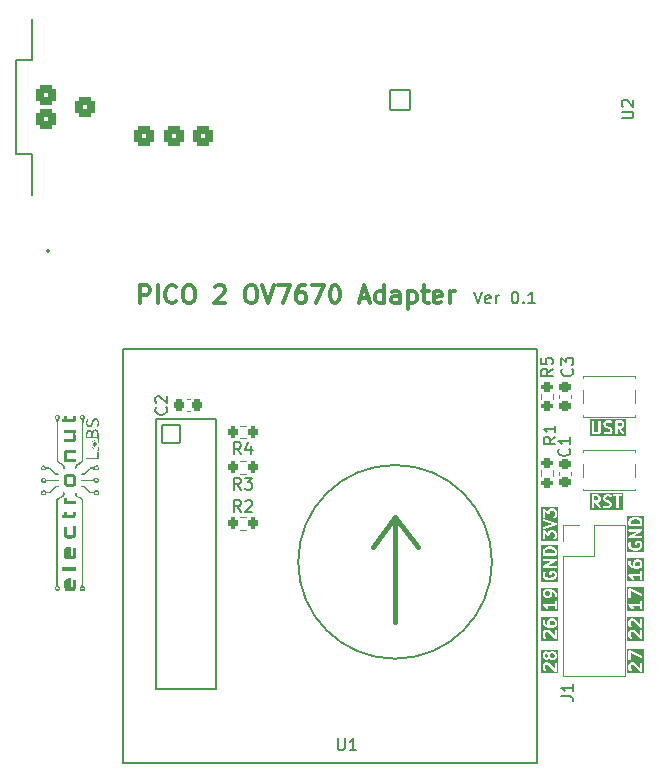
<source format=gto>
%TF.GenerationSoftware,KiCad,Pcbnew,8.0.7*%
%TF.CreationDate,2025-01-09T23:37:41+05:30*%
%TF.ProjectId,pico_ov7670_adapter,7069636f-5f6f-4763-9736-37305f616461,rev?*%
%TF.SameCoordinates,Original*%
%TF.FileFunction,Legend,Top*%
%TF.FilePolarity,Positive*%
%FSLAX46Y46*%
G04 Gerber Fmt 4.6, Leading zero omitted, Abs format (unit mm)*
G04 Created by KiCad (PCBNEW 8.0.7) date 2025-01-09 23:37:41*
%MOMM*%
%LPD*%
G01*
G04 APERTURE LIST*
G04 Aperture macros list*
%AMRoundRect*
0 Rectangle with rounded corners*
0 $1 Rounding radius*
0 $2 $3 $4 $5 $6 $7 $8 $9 X,Y pos of 4 corners*
0 Add a 4 corners polygon primitive as box body*
4,1,4,$2,$3,$4,$5,$6,$7,$8,$9,$2,$3,0*
0 Add four circle primitives for the rounded corners*
1,1,$1+$1,$2,$3*
1,1,$1+$1,$4,$5*
1,1,$1+$1,$6,$7*
1,1,$1+$1,$8,$9*
0 Add four rect primitives between the rounded corners*
20,1,$1+$1,$2,$3,$4,$5,0*
20,1,$1+$1,$4,$5,$6,$7,0*
20,1,$1+$1,$6,$7,$8,$9,0*
20,1,$1+$1,$8,$9,$2,$3,0*%
G04 Aperture macros list end*
%ADD10C,0.200000*%
%ADD11C,0.350000*%
%ADD12C,0.150000*%
%ADD13C,0.120000*%
%ADD14C,0.127000*%
%ADD15C,0.406400*%
%ADD16C,0.000000*%
%ADD17C,0.010000*%
%ADD18RoundRect,0.200000X0.200000X0.275000X-0.200000X0.275000X-0.200000X-0.275000X0.200000X-0.275000X0*%
%ADD19RoundRect,0.225000X-0.250000X0.225000X-0.250000X-0.225000X0.250000X-0.225000X0.250000X0.225000X0*%
%ADD20R,1.050000X0.650000*%
%ADD21C,3.200000*%
%ADD22RoundRect,0.200000X0.275000X-0.200000X0.275000X0.200000X-0.275000X0.200000X-0.275000X-0.200000X0*%
%ADD23C,1.728000*%
%ADD24RoundRect,0.102000X-0.762000X-0.762000X0.762000X-0.762000X0.762000X0.762000X-0.762000X0.762000X0*%
%ADD25C,1.700000*%
%ADD26O,2.004000X1.304000*%
%ADD27O,1.654000X1.254000*%
%ADD28RoundRect,0.102000X0.787400X-0.787400X0.787400X0.787400X-0.787400X0.787400X-0.787400X-0.787400X0*%
%ADD29RoundRect,0.102000X0.850000X-0.850000X0.850000X0.850000X-0.850000X0.850000X-0.850000X-0.850000X0*%
%ADD30C,1.778800*%
%ADD31C,1.904000*%
%ADD32RoundRect,0.340800X0.511200X-0.511200X0.511200X0.511200X-0.511200X0.511200X-0.511200X-0.511200X0*%
%ADD33RoundRect,0.225000X-0.225000X-0.250000X0.225000X-0.250000X0.225000X0.250000X-0.225000X0.250000X0*%
%ADD34R,1.700000X1.700000*%
%ADD35O,1.700000X1.700000*%
%ADD36RoundRect,0.200000X-0.200000X-0.275000X0.200000X-0.275000X0.200000X0.275000X-0.200000X0.275000X0*%
G04 APERTURE END LIST*
D10*
G36*
X134945478Y-105023941D02*
G01*
X134970147Y-105048609D01*
X134999952Y-105108219D01*
X134999952Y-105251481D01*
X134970147Y-105311090D01*
X134945478Y-105335758D01*
X134885869Y-105365564D01*
X134694988Y-105365564D01*
X134635378Y-105335759D01*
X134610710Y-105311090D01*
X134580905Y-105251480D01*
X134580905Y-105108219D01*
X134610710Y-105048609D01*
X134635378Y-105023940D01*
X134694988Y-104994136D01*
X134885869Y-104994136D01*
X134945478Y-105023941D01*
G37*
G36*
X135692016Y-106628270D02*
G01*
X134269794Y-106628270D01*
X134269794Y-106132336D01*
X134380905Y-106132336D01*
X134382826Y-106141941D01*
X134382826Y-106151740D01*
X134386615Y-106160888D01*
X134388557Y-106170596D01*
X134394008Y-106178736D01*
X134397758Y-106187788D01*
X134404757Y-106194787D01*
X134410268Y-106203016D01*
X134425274Y-106215304D01*
X134425348Y-106215378D01*
X134425380Y-106215391D01*
X134425435Y-106215436D01*
X134560051Y-106305180D01*
X134636815Y-106381944D01*
X134677176Y-106462666D01*
X134687619Y-106479256D01*
X134717096Y-106504821D01*
X134754112Y-106517159D01*
X134793032Y-106514394D01*
X134827930Y-106496945D01*
X134853495Y-106467468D01*
X134865834Y-106430452D01*
X134863068Y-106391532D01*
X134856062Y-106373223D01*
X134808443Y-106277986D01*
X134803156Y-106269587D01*
X134802147Y-106267150D01*
X134799895Y-106264406D01*
X134798000Y-106261395D01*
X134796002Y-106259662D01*
X134789711Y-106251996D01*
X134769946Y-106232231D01*
X135380905Y-106232231D01*
X135380905Y-106417945D01*
X135382826Y-106437454D01*
X135397758Y-106473502D01*
X135425348Y-106501092D01*
X135461396Y-106516024D01*
X135500414Y-106516024D01*
X135536462Y-106501092D01*
X135564052Y-106473502D01*
X135578984Y-106437454D01*
X135580905Y-106417945D01*
X135580905Y-105846517D01*
X135578984Y-105827008D01*
X135564052Y-105790960D01*
X135536462Y-105763370D01*
X135500414Y-105748438D01*
X135461396Y-105748438D01*
X135425348Y-105763370D01*
X135397758Y-105790960D01*
X135382826Y-105827008D01*
X135380905Y-105846517D01*
X135380905Y-106032231D01*
X134480905Y-106032231D01*
X134480834Y-106032237D01*
X134480800Y-106032231D01*
X134480698Y-106032251D01*
X134461396Y-106034152D01*
X134452247Y-106037941D01*
X134442540Y-106039883D01*
X134434399Y-106045334D01*
X134425348Y-106049084D01*
X134418348Y-106056083D01*
X134410120Y-106061594D01*
X134404684Y-106069747D01*
X134397758Y-106076674D01*
X134393969Y-106085820D01*
X134388477Y-106094059D01*
X134386575Y-106103669D01*
X134382826Y-106112722D01*
X134382826Y-106122625D01*
X134380905Y-106132336D01*
X134269794Y-106132336D01*
X134269794Y-105084612D01*
X134380905Y-105084612D01*
X134380905Y-105275088D01*
X134382826Y-105294597D01*
X134384201Y-105297917D01*
X134384456Y-105301501D01*
X134391462Y-105319809D01*
X134439081Y-105415047D01*
X134444366Y-105423443D01*
X134445377Y-105425883D01*
X134447630Y-105428629D01*
X134449524Y-105431637D01*
X134451518Y-105433366D01*
X134457813Y-105441037D01*
X134505432Y-105488655D01*
X134513098Y-105494947D01*
X134514831Y-105496945D01*
X134517839Y-105498838D01*
X134520585Y-105501092D01*
X134523025Y-105502102D01*
X134531422Y-105507388D01*
X134626659Y-105555007D01*
X134644968Y-105562013D01*
X134648551Y-105562267D01*
X134651872Y-105563643D01*
X134671381Y-105565564D01*
X134909476Y-105565564D01*
X134928985Y-105563643D01*
X134932305Y-105562267D01*
X134935889Y-105562013D01*
X134954197Y-105555007D01*
X135049435Y-105507388D01*
X135057831Y-105502102D01*
X135060271Y-105501092D01*
X135063017Y-105498838D01*
X135066025Y-105496945D01*
X135067754Y-105494950D01*
X135075425Y-105488656D01*
X135123043Y-105441037D01*
X135129335Y-105433370D01*
X135131333Y-105431638D01*
X135133226Y-105428629D01*
X135135480Y-105425884D01*
X135136490Y-105423443D01*
X135141776Y-105415047D01*
X135189395Y-105319810D01*
X135196401Y-105301501D01*
X135196655Y-105297917D01*
X135198031Y-105294597D01*
X135199952Y-105275088D01*
X135199952Y-105084612D01*
X135198031Y-105065103D01*
X135196655Y-105061782D01*
X135196401Y-105058199D01*
X135189395Y-105039890D01*
X135184588Y-105030277D01*
X135201751Y-105034568D01*
X135321958Y-105114706D01*
X135351100Y-105143847D01*
X135380905Y-105203457D01*
X135380905Y-105370326D01*
X135382826Y-105389835D01*
X135397758Y-105425883D01*
X135425348Y-105453473D01*
X135461396Y-105468405D01*
X135500414Y-105468405D01*
X135536462Y-105453473D01*
X135564052Y-105425883D01*
X135578984Y-105389835D01*
X135580905Y-105370326D01*
X135580905Y-105179850D01*
X135578984Y-105160341D01*
X135577608Y-105157020D01*
X135577354Y-105153437D01*
X135570348Y-105135128D01*
X135522729Y-105039891D01*
X135517443Y-105031494D01*
X135516433Y-105029054D01*
X135514179Y-105026308D01*
X135512286Y-105023300D01*
X135510289Y-105021568D01*
X135503996Y-105013900D01*
X135456376Y-104966282D01*
X135456323Y-104966239D01*
X135456303Y-104966208D01*
X135448805Y-104960068D01*
X135441223Y-104953845D01*
X135441187Y-104953830D01*
X135441136Y-104953788D01*
X135298279Y-104858550D01*
X135287509Y-104852807D01*
X135285523Y-104851336D01*
X135283177Y-104850498D01*
X135280981Y-104849327D01*
X135278557Y-104848847D01*
X135267062Y-104844741D01*
X135076587Y-104797122D01*
X135073205Y-104796621D01*
X135071842Y-104796057D01*
X135064491Y-104795333D01*
X135057194Y-104794254D01*
X135055735Y-104794471D01*
X135052333Y-104794136D01*
X134671381Y-104794136D01*
X134651872Y-104796057D01*
X134648551Y-104797432D01*
X134644968Y-104797687D01*
X134626659Y-104804693D01*
X134531422Y-104852312D01*
X134523025Y-104857597D01*
X134520585Y-104858608D01*
X134517839Y-104860861D01*
X134514831Y-104862755D01*
X134513098Y-104864752D01*
X134505432Y-104871045D01*
X134457813Y-104918663D01*
X134451518Y-104926333D01*
X134449524Y-104928063D01*
X134447630Y-104931070D01*
X134445377Y-104933817D01*
X134444366Y-104936256D01*
X134439081Y-104944653D01*
X134391462Y-105039891D01*
X134384456Y-105058199D01*
X134384201Y-105061782D01*
X134382826Y-105065103D01*
X134380905Y-105084612D01*
X134269794Y-105084612D01*
X134269794Y-104683025D01*
X135692016Y-104683025D01*
X135692016Y-106628270D01*
G37*
G36*
X139036627Y-96997024D02*
G01*
X139061296Y-97021692D01*
X139091101Y-97081302D01*
X139091101Y-97176945D01*
X139061296Y-97236554D01*
X139036627Y-97261222D01*
X138977018Y-97291028D01*
X138719673Y-97291028D01*
X138719673Y-96967219D01*
X138977018Y-96967219D01*
X139036627Y-96997024D01*
G37*
G36*
X141209815Y-98078330D02*
G01*
X138408562Y-98078330D01*
X138408562Y-96867219D01*
X138519673Y-96867219D01*
X138519673Y-97867219D01*
X138521594Y-97886728D01*
X138536526Y-97922776D01*
X138564116Y-97950366D01*
X138600164Y-97965298D01*
X138639182Y-97965298D01*
X138675230Y-97950366D01*
X138702820Y-97922776D01*
X138717752Y-97886728D01*
X138719673Y-97867219D01*
X138719673Y-97491028D01*
X138805703Y-97491028D01*
X139109178Y-97924565D01*
X139121939Y-97939446D01*
X139154844Y-97960415D01*
X139193269Y-97967196D01*
X139231363Y-97958756D01*
X139263328Y-97936381D01*
X139284297Y-97903476D01*
X139291078Y-97865052D01*
X139282638Y-97826957D01*
X139273024Y-97809873D01*
X139043056Y-97481347D01*
X139045346Y-97480471D01*
X139140584Y-97432852D01*
X139148980Y-97427566D01*
X139151420Y-97426556D01*
X139154166Y-97424302D01*
X139157174Y-97422409D01*
X139158903Y-97420414D01*
X139166574Y-97414120D01*
X139214192Y-97366501D01*
X139220484Y-97358834D01*
X139222482Y-97357102D01*
X139224375Y-97354093D01*
X139226629Y-97351348D01*
X139227639Y-97348907D01*
X139232925Y-97340511D01*
X139280544Y-97245274D01*
X139287550Y-97226965D01*
X139287804Y-97223381D01*
X139289180Y-97220061D01*
X139291101Y-97200552D01*
X139291101Y-97057695D01*
X139472054Y-97057695D01*
X139472054Y-97152933D01*
X139473975Y-97172442D01*
X139475350Y-97175762D01*
X139475605Y-97179346D01*
X139482611Y-97197654D01*
X139530230Y-97292892D01*
X139535515Y-97301288D01*
X139536526Y-97303728D01*
X139538779Y-97306474D01*
X139540673Y-97309482D01*
X139542667Y-97311211D01*
X139548962Y-97318882D01*
X139596581Y-97366500D01*
X139604247Y-97372792D01*
X139605980Y-97374790D01*
X139608988Y-97376683D01*
X139611734Y-97378937D01*
X139614174Y-97379947D01*
X139622571Y-97385233D01*
X139717808Y-97432852D01*
X139719236Y-97433398D01*
X139719816Y-97433828D01*
X139727992Y-97436749D01*
X139736117Y-97439858D01*
X139736837Y-97439909D01*
X139738276Y-97440423D01*
X139918101Y-97485379D01*
X139989008Y-97520833D01*
X140013677Y-97545501D01*
X140043482Y-97605111D01*
X140043482Y-97653135D01*
X140013677Y-97712743D01*
X139989008Y-97737413D01*
X139929399Y-97767219D01*
X139731137Y-97767219D01*
X139603677Y-97724732D01*
X139584561Y-97720385D01*
X139545641Y-97723151D01*
X139510742Y-97740601D01*
X139485177Y-97770077D01*
X139472839Y-97807093D01*
X139475605Y-97846013D01*
X139493055Y-97880912D01*
X139522531Y-97906477D01*
X139540431Y-97914468D01*
X139683288Y-97962087D01*
X139692960Y-97964286D01*
X139695402Y-97965298D01*
X139698939Y-97965646D01*
X139702403Y-97966434D01*
X139705037Y-97966246D01*
X139714911Y-97967219D01*
X139953006Y-97967219D01*
X139972515Y-97965298D01*
X139975835Y-97963922D01*
X139979419Y-97963668D01*
X139997727Y-97956662D01*
X140092965Y-97909043D01*
X140101360Y-97903758D01*
X140103802Y-97902747D01*
X140106549Y-97900491D01*
X140109555Y-97898600D01*
X140111285Y-97896605D01*
X140118955Y-97890310D01*
X140166574Y-97842690D01*
X140172866Y-97835023D01*
X140174863Y-97833292D01*
X140176756Y-97830284D01*
X140179011Y-97827537D01*
X140180022Y-97825095D01*
X140185306Y-97816701D01*
X140232925Y-97721464D01*
X140239931Y-97703155D01*
X140240185Y-97699571D01*
X140241561Y-97696251D01*
X140243482Y-97676742D01*
X140243482Y-97581504D01*
X140241561Y-97561995D01*
X140240185Y-97558674D01*
X140239931Y-97555091D01*
X140232925Y-97536782D01*
X140185306Y-97441545D01*
X140180020Y-97433148D01*
X140179010Y-97430708D01*
X140176756Y-97427962D01*
X140174863Y-97424954D01*
X140172865Y-97423221D01*
X140166573Y-97415555D01*
X140118955Y-97367936D01*
X140111284Y-97361641D01*
X140109555Y-97359647D01*
X140106547Y-97357753D01*
X140103801Y-97355500D01*
X140101361Y-97354489D01*
X140092965Y-97349204D01*
X139997727Y-97301585D01*
X139996300Y-97301039D01*
X139995720Y-97300609D01*
X139987543Y-97297687D01*
X139979419Y-97294579D01*
X139978696Y-97294527D01*
X139977259Y-97294014D01*
X139797434Y-97249057D01*
X139726527Y-97213604D01*
X139701859Y-97188935D01*
X139672054Y-97129325D01*
X139672054Y-97081302D01*
X139701859Y-97021692D01*
X139726527Y-96997023D01*
X139786137Y-96967219D01*
X139984398Y-96967219D01*
X140111859Y-97009706D01*
X140130974Y-97014053D01*
X140169894Y-97011287D01*
X140204793Y-96993837D01*
X140230358Y-96964361D01*
X140242697Y-96927345D01*
X140239930Y-96888425D01*
X140222481Y-96853526D01*
X140215775Y-96847710D01*
X140331118Y-96847710D01*
X140331118Y-96886728D01*
X140346050Y-96922776D01*
X140373640Y-96950366D01*
X140409688Y-96965298D01*
X140429197Y-96967219D01*
X140614911Y-96967219D01*
X140614911Y-97867219D01*
X140616832Y-97886728D01*
X140631764Y-97922776D01*
X140659354Y-97950366D01*
X140695402Y-97965298D01*
X140734420Y-97965298D01*
X140770468Y-97950366D01*
X140798058Y-97922776D01*
X140812990Y-97886728D01*
X140814911Y-97867219D01*
X140814911Y-96967219D01*
X141000625Y-96967219D01*
X141020134Y-96965298D01*
X141056182Y-96950366D01*
X141083772Y-96922776D01*
X141098704Y-96886728D01*
X141098704Y-96847710D01*
X141083772Y-96811662D01*
X141056182Y-96784072D01*
X141020134Y-96769140D01*
X141000625Y-96767219D01*
X140429197Y-96767219D01*
X140409688Y-96769140D01*
X140373640Y-96784072D01*
X140346050Y-96811662D01*
X140331118Y-96847710D01*
X140215775Y-96847710D01*
X140193005Y-96827961D01*
X140175104Y-96819970D01*
X140032248Y-96772351D01*
X140022576Y-96770151D01*
X140020134Y-96769140D01*
X140016595Y-96768791D01*
X140013132Y-96768004D01*
X140010498Y-96768191D01*
X140000625Y-96767219D01*
X139762530Y-96767219D01*
X139743021Y-96769140D01*
X139739700Y-96770515D01*
X139736117Y-96770770D01*
X139717808Y-96777776D01*
X139622571Y-96825395D01*
X139614174Y-96830680D01*
X139611734Y-96831691D01*
X139608988Y-96833944D01*
X139605980Y-96835838D01*
X139604247Y-96837835D01*
X139596581Y-96844128D01*
X139548962Y-96891746D01*
X139542667Y-96899416D01*
X139540673Y-96901146D01*
X139538779Y-96904153D01*
X139536526Y-96906900D01*
X139535515Y-96909339D01*
X139530230Y-96917736D01*
X139482611Y-97012974D01*
X139475605Y-97031282D01*
X139475350Y-97034865D01*
X139473975Y-97038186D01*
X139472054Y-97057695D01*
X139291101Y-97057695D01*
X139289180Y-97038186D01*
X139287804Y-97034865D01*
X139287550Y-97031282D01*
X139280544Y-97012973D01*
X139232925Y-96917736D01*
X139227639Y-96909339D01*
X139226629Y-96906899D01*
X139224375Y-96904153D01*
X139222482Y-96901145D01*
X139220484Y-96899412D01*
X139214192Y-96891746D01*
X139166574Y-96844127D01*
X139158903Y-96837832D01*
X139157174Y-96835838D01*
X139154166Y-96833944D01*
X139151420Y-96831691D01*
X139148980Y-96830680D01*
X139140584Y-96825395D01*
X139045346Y-96777776D01*
X139027038Y-96770770D01*
X139023454Y-96770515D01*
X139020134Y-96769140D01*
X139000625Y-96767219D01*
X138619673Y-96767219D01*
X138600164Y-96769140D01*
X138564116Y-96784072D01*
X138536526Y-96811662D01*
X138521594Y-96847710D01*
X138519673Y-96867219D01*
X138408562Y-96867219D01*
X138408562Y-96656108D01*
X141209815Y-96656108D01*
X141209815Y-98078330D01*
G37*
G36*
X135207904Y-101438249D02*
G01*
X135278813Y-101473703D01*
X135345883Y-101540773D01*
X135380905Y-101645838D01*
X135380905Y-101767707D01*
X134580905Y-101767707D01*
X134580905Y-101645839D01*
X134615926Y-101540774D01*
X134682999Y-101473702D01*
X134753904Y-101438249D01*
X134921785Y-101396279D01*
X135040023Y-101396279D01*
X135207904Y-101438249D01*
G37*
G36*
X135692016Y-104174056D02*
G01*
X134269794Y-104174056D01*
X134269794Y-103486755D01*
X134380905Y-103486755D01*
X134380905Y-103629612D01*
X134381877Y-103639485D01*
X134381690Y-103642119D01*
X134382477Y-103645582D01*
X134382826Y-103649121D01*
X134383837Y-103651563D01*
X134386037Y-103661235D01*
X134433656Y-103804091D01*
X134441647Y-103821992D01*
X134444002Y-103824707D01*
X134445377Y-103828026D01*
X134457813Y-103843180D01*
X134553051Y-103938418D01*
X134560717Y-103944709D01*
X134562450Y-103946707D01*
X134565461Y-103948602D01*
X134568205Y-103950854D01*
X134570642Y-103951863D01*
X134579041Y-103957150D01*
X134674278Y-104004769D01*
X134675706Y-104005315D01*
X134676286Y-104005745D01*
X134684462Y-104008666D01*
X134692587Y-104011775D01*
X134693307Y-104011826D01*
X134694746Y-104012340D01*
X134885222Y-104059959D01*
X134888603Y-104060459D01*
X134889967Y-104061024D01*
X134897317Y-104061747D01*
X134904615Y-104062827D01*
X134906073Y-104062609D01*
X134909476Y-104062945D01*
X135052333Y-104062945D01*
X135055735Y-104062609D01*
X135057194Y-104062827D01*
X135064491Y-104061747D01*
X135071842Y-104061024D01*
X135073205Y-104060459D01*
X135076587Y-104059959D01*
X135267062Y-104012340D01*
X135268499Y-104011826D01*
X135269222Y-104011775D01*
X135277346Y-104008666D01*
X135285523Y-104005745D01*
X135286103Y-104005314D01*
X135287530Y-104004769D01*
X135382768Y-103957150D01*
X135391160Y-103951867D01*
X135393604Y-103950855D01*
X135396353Y-103948598D01*
X135399358Y-103946707D01*
X135401087Y-103944712D01*
X135408757Y-103938418D01*
X135503997Y-103843180D01*
X135516433Y-103828027D01*
X135517808Y-103824707D01*
X135520163Y-103821992D01*
X135528154Y-103804092D01*
X135575773Y-103661235D01*
X135577972Y-103651562D01*
X135578984Y-103649121D01*
X135579332Y-103645583D01*
X135580120Y-103642120D01*
X135579932Y-103639485D01*
X135580905Y-103629612D01*
X135580905Y-103534374D01*
X135579932Y-103524500D01*
X135580120Y-103521866D01*
X135579332Y-103518402D01*
X135578984Y-103514865D01*
X135577972Y-103512423D01*
X135575773Y-103502751D01*
X135528154Y-103359894D01*
X135520163Y-103341994D01*
X135517808Y-103339278D01*
X135516433Y-103335959D01*
X135503996Y-103320805D01*
X135456376Y-103273187D01*
X135441223Y-103260750D01*
X135415732Y-103250192D01*
X135405175Y-103245819D01*
X135385666Y-103243898D01*
X135052333Y-103243898D01*
X135032824Y-103245819D01*
X134996776Y-103260751D01*
X134969186Y-103288341D01*
X134954254Y-103324389D01*
X134952333Y-103343898D01*
X134952333Y-103534374D01*
X134954254Y-103553883D01*
X134969186Y-103589931D01*
X134996776Y-103617521D01*
X135032824Y-103632453D01*
X135071842Y-103632453D01*
X135107890Y-103617521D01*
X135135480Y-103589931D01*
X135150412Y-103553883D01*
X135152333Y-103534374D01*
X135152333Y-103443898D01*
X135344246Y-103443898D01*
X135345883Y-103445535D01*
X135380905Y-103550600D01*
X135380905Y-103613385D01*
X135345883Y-103718450D01*
X135278813Y-103785520D01*
X135207904Y-103820974D01*
X135040023Y-103862945D01*
X134921785Y-103862945D01*
X134753904Y-103820974D01*
X134682999Y-103785522D01*
X134615926Y-103718449D01*
X134580905Y-103613385D01*
X134580905Y-103510362D01*
X134617967Y-103436239D01*
X134624973Y-103417930D01*
X134627739Y-103379010D01*
X134615400Y-103341994D01*
X134589835Y-103312517D01*
X134554937Y-103295068D01*
X134516017Y-103292303D01*
X134479001Y-103304641D01*
X134449524Y-103330206D01*
X134439081Y-103346796D01*
X134391462Y-103442034D01*
X134384456Y-103460342D01*
X134384201Y-103463925D01*
X134382826Y-103467246D01*
X134380905Y-103486755D01*
X134269794Y-103486755D01*
X134269794Y-102908341D01*
X134381149Y-102908341D01*
X134382826Y-102921534D01*
X134382826Y-102934835D01*
X134385265Y-102940723D01*
X134386069Y-102947048D01*
X134392669Y-102958597D01*
X134397758Y-102970883D01*
X134402265Y-102975390D01*
X134405428Y-102980925D01*
X134415942Y-102989067D01*
X134425348Y-102998473D01*
X134431238Y-103000912D01*
X134436277Y-103004815D01*
X134449105Y-103008313D01*
X134461396Y-103013405D01*
X134471373Y-103014387D01*
X134473920Y-103015082D01*
X134475887Y-103014831D01*
X134480905Y-103015326D01*
X135480905Y-103015326D01*
X135500414Y-103013405D01*
X135536462Y-102998473D01*
X135564052Y-102970883D01*
X135578984Y-102934835D01*
X135578984Y-102895817D01*
X135564052Y-102859769D01*
X135536462Y-102832179D01*
X135500414Y-102817247D01*
X135480905Y-102815326D01*
X134857461Y-102815326D01*
X135530519Y-102430722D01*
X135534629Y-102427803D01*
X135536462Y-102427045D01*
X135538328Y-102425178D01*
X135546504Y-102419375D01*
X135554648Y-102408858D01*
X135564052Y-102399455D01*
X135566490Y-102393567D01*
X135570395Y-102388526D01*
X135573894Y-102375693D01*
X135578984Y-102363407D01*
X135578984Y-102357031D01*
X135580661Y-102350882D01*
X135578984Y-102337688D01*
X135578984Y-102324389D01*
X135576544Y-102318500D01*
X135575741Y-102312176D01*
X135569140Y-102300626D01*
X135564052Y-102288341D01*
X135559544Y-102283833D01*
X135556382Y-102278299D01*
X135545865Y-102270154D01*
X135536462Y-102260751D01*
X135530574Y-102258312D01*
X135525533Y-102254408D01*
X135512700Y-102250908D01*
X135500414Y-102245819D01*
X135490436Y-102244836D01*
X135487890Y-102244142D01*
X135485922Y-102244392D01*
X135480905Y-102243898D01*
X134480905Y-102243898D01*
X134461396Y-102245819D01*
X134425348Y-102260751D01*
X134397758Y-102288341D01*
X134382826Y-102324389D01*
X134382826Y-102363407D01*
X134397758Y-102399455D01*
X134425348Y-102427045D01*
X134461396Y-102441977D01*
X134480905Y-102443898D01*
X135104349Y-102443898D01*
X134431291Y-102828502D01*
X134427180Y-102831420D01*
X134425348Y-102832179D01*
X134423481Y-102834045D01*
X134415306Y-102839849D01*
X134407163Y-102850363D01*
X134397758Y-102859769D01*
X134395318Y-102865659D01*
X134391416Y-102870698D01*
X134387917Y-102883526D01*
X134382826Y-102895817D01*
X134382826Y-102902192D01*
X134381149Y-102908341D01*
X134269794Y-102908341D01*
X134269794Y-101629612D01*
X134380905Y-101629612D01*
X134380905Y-101867707D01*
X134382826Y-101887216D01*
X134397758Y-101923264D01*
X134425348Y-101950854D01*
X134461396Y-101965786D01*
X134480905Y-101967707D01*
X135480905Y-101967707D01*
X135500414Y-101965786D01*
X135536462Y-101950854D01*
X135564052Y-101923264D01*
X135578984Y-101887216D01*
X135580905Y-101867707D01*
X135580905Y-101629612D01*
X135579932Y-101619738D01*
X135580120Y-101617104D01*
X135579332Y-101613640D01*
X135578984Y-101610103D01*
X135577972Y-101607661D01*
X135575773Y-101597989D01*
X135528154Y-101455132D01*
X135520163Y-101437232D01*
X135517808Y-101434516D01*
X135516433Y-101431197D01*
X135503997Y-101416044D01*
X135408757Y-101320806D01*
X135401087Y-101314511D01*
X135399358Y-101312517D01*
X135396353Y-101310625D01*
X135393604Y-101308369D01*
X135391160Y-101307356D01*
X135382768Y-101302074D01*
X135287530Y-101254455D01*
X135286103Y-101253909D01*
X135285523Y-101253479D01*
X135277346Y-101250557D01*
X135269222Y-101247449D01*
X135268499Y-101247397D01*
X135267062Y-101246884D01*
X135076587Y-101199265D01*
X135073205Y-101198764D01*
X135071842Y-101198200D01*
X135064491Y-101197476D01*
X135057194Y-101196397D01*
X135055735Y-101196614D01*
X135052333Y-101196279D01*
X134909476Y-101196279D01*
X134906073Y-101196614D01*
X134904615Y-101196397D01*
X134897317Y-101197476D01*
X134889967Y-101198200D01*
X134888603Y-101198764D01*
X134885222Y-101199265D01*
X134694746Y-101246884D01*
X134693307Y-101247397D01*
X134692587Y-101247449D01*
X134684462Y-101250557D01*
X134676286Y-101253479D01*
X134675706Y-101253908D01*
X134674278Y-101254455D01*
X134579041Y-101302074D01*
X134570642Y-101307360D01*
X134568205Y-101308370D01*
X134565461Y-101310621D01*
X134562450Y-101312517D01*
X134560717Y-101314514D01*
X134553051Y-101320806D01*
X134457813Y-101416044D01*
X134445377Y-101431198D01*
X134444002Y-101434516D01*
X134441647Y-101437232D01*
X134433656Y-101455133D01*
X134386037Y-101597989D01*
X134383837Y-101607660D01*
X134382826Y-101610103D01*
X134382477Y-101613641D01*
X134381690Y-101617105D01*
X134381877Y-101619738D01*
X134380905Y-101629612D01*
X134269794Y-101629612D01*
X134269794Y-101085168D01*
X135692016Y-101085168D01*
X135692016Y-104174056D01*
G37*
X128557143Y-79617219D02*
X128890476Y-80617219D01*
X128890476Y-80617219D02*
X129223809Y-79617219D01*
X129938095Y-80569600D02*
X129842857Y-80617219D01*
X129842857Y-80617219D02*
X129652381Y-80617219D01*
X129652381Y-80617219D02*
X129557143Y-80569600D01*
X129557143Y-80569600D02*
X129509524Y-80474361D01*
X129509524Y-80474361D02*
X129509524Y-80093409D01*
X129509524Y-80093409D02*
X129557143Y-79998171D01*
X129557143Y-79998171D02*
X129652381Y-79950552D01*
X129652381Y-79950552D02*
X129842857Y-79950552D01*
X129842857Y-79950552D02*
X129938095Y-79998171D01*
X129938095Y-79998171D02*
X129985714Y-80093409D01*
X129985714Y-80093409D02*
X129985714Y-80188647D01*
X129985714Y-80188647D02*
X129509524Y-80283885D01*
X130414286Y-80617219D02*
X130414286Y-79950552D01*
X130414286Y-80141028D02*
X130461905Y-80045790D01*
X130461905Y-80045790D02*
X130509524Y-79998171D01*
X130509524Y-79998171D02*
X130604762Y-79950552D01*
X130604762Y-79950552D02*
X130700000Y-79950552D01*
X131985715Y-79617219D02*
X132080953Y-79617219D01*
X132080953Y-79617219D02*
X132176191Y-79664838D01*
X132176191Y-79664838D02*
X132223810Y-79712457D01*
X132223810Y-79712457D02*
X132271429Y-79807695D01*
X132271429Y-79807695D02*
X132319048Y-79998171D01*
X132319048Y-79998171D02*
X132319048Y-80236266D01*
X132319048Y-80236266D02*
X132271429Y-80426742D01*
X132271429Y-80426742D02*
X132223810Y-80521980D01*
X132223810Y-80521980D02*
X132176191Y-80569600D01*
X132176191Y-80569600D02*
X132080953Y-80617219D01*
X132080953Y-80617219D02*
X131985715Y-80617219D01*
X131985715Y-80617219D02*
X131890477Y-80569600D01*
X131890477Y-80569600D02*
X131842858Y-80521980D01*
X131842858Y-80521980D02*
X131795239Y-80426742D01*
X131795239Y-80426742D02*
X131747620Y-80236266D01*
X131747620Y-80236266D02*
X131747620Y-79998171D01*
X131747620Y-79998171D02*
X131795239Y-79807695D01*
X131795239Y-79807695D02*
X131842858Y-79712457D01*
X131842858Y-79712457D02*
X131890477Y-79664838D01*
X131890477Y-79664838D02*
X131985715Y-79617219D01*
X132747620Y-80521980D02*
X132795239Y-80569600D01*
X132795239Y-80569600D02*
X132747620Y-80617219D01*
X132747620Y-80617219D02*
X132700001Y-80569600D01*
X132700001Y-80569600D02*
X132747620Y-80521980D01*
X132747620Y-80521980D02*
X132747620Y-80617219D01*
X133747619Y-80617219D02*
X133176191Y-80617219D01*
X133461905Y-80617219D02*
X133461905Y-79617219D01*
X133461905Y-79617219D02*
X133366667Y-79760076D01*
X133366667Y-79760076D02*
X133271429Y-79855314D01*
X133271429Y-79855314D02*
X133176191Y-79902933D01*
G36*
X142457904Y-98938249D02*
G01*
X142528813Y-98973703D01*
X142595883Y-99040773D01*
X142630905Y-99145838D01*
X142630905Y-99267707D01*
X141830905Y-99267707D01*
X141830905Y-99145839D01*
X141865926Y-99040774D01*
X141932999Y-98973702D01*
X142003904Y-98938249D01*
X142171785Y-98896279D01*
X142290023Y-98896279D01*
X142457904Y-98938249D01*
G37*
G36*
X142942016Y-101674056D02*
G01*
X141519794Y-101674056D01*
X141519794Y-100986755D01*
X141630905Y-100986755D01*
X141630905Y-101129612D01*
X141631877Y-101139485D01*
X141631690Y-101142119D01*
X141632477Y-101145582D01*
X141632826Y-101149121D01*
X141633837Y-101151563D01*
X141636037Y-101161235D01*
X141683656Y-101304091D01*
X141691647Y-101321992D01*
X141694002Y-101324707D01*
X141695377Y-101328026D01*
X141707813Y-101343180D01*
X141803051Y-101438418D01*
X141810717Y-101444709D01*
X141812450Y-101446707D01*
X141815461Y-101448602D01*
X141818205Y-101450854D01*
X141820642Y-101451863D01*
X141829041Y-101457150D01*
X141924278Y-101504769D01*
X141925706Y-101505315D01*
X141926286Y-101505745D01*
X141934462Y-101508666D01*
X141942587Y-101511775D01*
X141943307Y-101511826D01*
X141944746Y-101512340D01*
X142135222Y-101559959D01*
X142138603Y-101560459D01*
X142139967Y-101561024D01*
X142147317Y-101561747D01*
X142154615Y-101562827D01*
X142156073Y-101562609D01*
X142159476Y-101562945D01*
X142302333Y-101562945D01*
X142305735Y-101562609D01*
X142307194Y-101562827D01*
X142314491Y-101561747D01*
X142321842Y-101561024D01*
X142323205Y-101560459D01*
X142326587Y-101559959D01*
X142517062Y-101512340D01*
X142518499Y-101511826D01*
X142519222Y-101511775D01*
X142527346Y-101508666D01*
X142535523Y-101505745D01*
X142536103Y-101505314D01*
X142537530Y-101504769D01*
X142632768Y-101457150D01*
X142641160Y-101451867D01*
X142643604Y-101450855D01*
X142646353Y-101448598D01*
X142649358Y-101446707D01*
X142651087Y-101444712D01*
X142658757Y-101438418D01*
X142753997Y-101343180D01*
X142766433Y-101328027D01*
X142767808Y-101324707D01*
X142770163Y-101321992D01*
X142778154Y-101304092D01*
X142825773Y-101161235D01*
X142827972Y-101151562D01*
X142828984Y-101149121D01*
X142829332Y-101145583D01*
X142830120Y-101142120D01*
X142829932Y-101139485D01*
X142830905Y-101129612D01*
X142830905Y-101034374D01*
X142829932Y-101024500D01*
X142830120Y-101021866D01*
X142829332Y-101018402D01*
X142828984Y-101014865D01*
X142827972Y-101012423D01*
X142825773Y-101002751D01*
X142778154Y-100859894D01*
X142770163Y-100841994D01*
X142767808Y-100839278D01*
X142766433Y-100835959D01*
X142753996Y-100820805D01*
X142706376Y-100773187D01*
X142691223Y-100760750D01*
X142665732Y-100750192D01*
X142655175Y-100745819D01*
X142635666Y-100743898D01*
X142302333Y-100743898D01*
X142282824Y-100745819D01*
X142246776Y-100760751D01*
X142219186Y-100788341D01*
X142204254Y-100824389D01*
X142202333Y-100843898D01*
X142202333Y-101034374D01*
X142204254Y-101053883D01*
X142219186Y-101089931D01*
X142246776Y-101117521D01*
X142282824Y-101132453D01*
X142321842Y-101132453D01*
X142357890Y-101117521D01*
X142385480Y-101089931D01*
X142400412Y-101053883D01*
X142402333Y-101034374D01*
X142402333Y-100943898D01*
X142594246Y-100943898D01*
X142595883Y-100945535D01*
X142630905Y-101050600D01*
X142630905Y-101113385D01*
X142595883Y-101218450D01*
X142528813Y-101285520D01*
X142457904Y-101320974D01*
X142290023Y-101362945D01*
X142171785Y-101362945D01*
X142003904Y-101320974D01*
X141932999Y-101285522D01*
X141865926Y-101218449D01*
X141830905Y-101113385D01*
X141830905Y-101010362D01*
X141867967Y-100936239D01*
X141874973Y-100917930D01*
X141877739Y-100879010D01*
X141865400Y-100841994D01*
X141839835Y-100812517D01*
X141804937Y-100795068D01*
X141766017Y-100792303D01*
X141729001Y-100804641D01*
X141699524Y-100830206D01*
X141689081Y-100846796D01*
X141641462Y-100942034D01*
X141634456Y-100960342D01*
X141634201Y-100963925D01*
X141632826Y-100967246D01*
X141630905Y-100986755D01*
X141519794Y-100986755D01*
X141519794Y-100408341D01*
X141631149Y-100408341D01*
X141632826Y-100421534D01*
X141632826Y-100434835D01*
X141635265Y-100440723D01*
X141636069Y-100447048D01*
X141642669Y-100458597D01*
X141647758Y-100470883D01*
X141652265Y-100475390D01*
X141655428Y-100480925D01*
X141665942Y-100489067D01*
X141675348Y-100498473D01*
X141681238Y-100500912D01*
X141686277Y-100504815D01*
X141699105Y-100508313D01*
X141711396Y-100513405D01*
X141721373Y-100514387D01*
X141723920Y-100515082D01*
X141725887Y-100514831D01*
X141730905Y-100515326D01*
X142730905Y-100515326D01*
X142750414Y-100513405D01*
X142786462Y-100498473D01*
X142814052Y-100470883D01*
X142828984Y-100434835D01*
X142828984Y-100395817D01*
X142814052Y-100359769D01*
X142786462Y-100332179D01*
X142750414Y-100317247D01*
X142730905Y-100315326D01*
X142107461Y-100315326D01*
X142780519Y-99930722D01*
X142784629Y-99927803D01*
X142786462Y-99927045D01*
X142788328Y-99925178D01*
X142796504Y-99919375D01*
X142804648Y-99908858D01*
X142814052Y-99899455D01*
X142816490Y-99893567D01*
X142820395Y-99888526D01*
X142823894Y-99875693D01*
X142828984Y-99863407D01*
X142828984Y-99857031D01*
X142830661Y-99850882D01*
X142828984Y-99837688D01*
X142828984Y-99824389D01*
X142826544Y-99818500D01*
X142825741Y-99812176D01*
X142819140Y-99800626D01*
X142814052Y-99788341D01*
X142809544Y-99783833D01*
X142806382Y-99778299D01*
X142795865Y-99770154D01*
X142786462Y-99760751D01*
X142780574Y-99758312D01*
X142775533Y-99754408D01*
X142762700Y-99750908D01*
X142750414Y-99745819D01*
X142740436Y-99744836D01*
X142737890Y-99744142D01*
X142735922Y-99744392D01*
X142730905Y-99743898D01*
X141730905Y-99743898D01*
X141711396Y-99745819D01*
X141675348Y-99760751D01*
X141647758Y-99788341D01*
X141632826Y-99824389D01*
X141632826Y-99863407D01*
X141647758Y-99899455D01*
X141675348Y-99927045D01*
X141711396Y-99941977D01*
X141730905Y-99943898D01*
X142354349Y-99943898D01*
X141681291Y-100328502D01*
X141677180Y-100331420D01*
X141675348Y-100332179D01*
X141673481Y-100334045D01*
X141665306Y-100339849D01*
X141657163Y-100350363D01*
X141647758Y-100359769D01*
X141645318Y-100365659D01*
X141641416Y-100370698D01*
X141637917Y-100383526D01*
X141632826Y-100395817D01*
X141632826Y-100402192D01*
X141631149Y-100408341D01*
X141519794Y-100408341D01*
X141519794Y-99129612D01*
X141630905Y-99129612D01*
X141630905Y-99367707D01*
X141632826Y-99387216D01*
X141647758Y-99423264D01*
X141675348Y-99450854D01*
X141711396Y-99465786D01*
X141730905Y-99467707D01*
X142730905Y-99467707D01*
X142750414Y-99465786D01*
X142786462Y-99450854D01*
X142814052Y-99423264D01*
X142828984Y-99387216D01*
X142830905Y-99367707D01*
X142830905Y-99129612D01*
X142829932Y-99119738D01*
X142830120Y-99117104D01*
X142829332Y-99113640D01*
X142828984Y-99110103D01*
X142827972Y-99107661D01*
X142825773Y-99097989D01*
X142778154Y-98955132D01*
X142770163Y-98937232D01*
X142767808Y-98934516D01*
X142766433Y-98931197D01*
X142753997Y-98916044D01*
X142658757Y-98820806D01*
X142651087Y-98814511D01*
X142649358Y-98812517D01*
X142646353Y-98810625D01*
X142643604Y-98808369D01*
X142641160Y-98807356D01*
X142632768Y-98802074D01*
X142537530Y-98754455D01*
X142536103Y-98753909D01*
X142535523Y-98753479D01*
X142527346Y-98750557D01*
X142519222Y-98747449D01*
X142518499Y-98747397D01*
X142517062Y-98746884D01*
X142326587Y-98699265D01*
X142323205Y-98698764D01*
X142321842Y-98698200D01*
X142314491Y-98697476D01*
X142307194Y-98696397D01*
X142305735Y-98696614D01*
X142302333Y-98696279D01*
X142159476Y-98696279D01*
X142156073Y-98696614D01*
X142154615Y-98696397D01*
X142147317Y-98697476D01*
X142139967Y-98698200D01*
X142138603Y-98698764D01*
X142135222Y-98699265D01*
X141944746Y-98746884D01*
X141943307Y-98747397D01*
X141942587Y-98747449D01*
X141934462Y-98750557D01*
X141926286Y-98753479D01*
X141925706Y-98753908D01*
X141924278Y-98754455D01*
X141829041Y-98802074D01*
X141820642Y-98807360D01*
X141818205Y-98808370D01*
X141815461Y-98810621D01*
X141812450Y-98812517D01*
X141810717Y-98814514D01*
X141803051Y-98820806D01*
X141707813Y-98916044D01*
X141695377Y-98931198D01*
X141694002Y-98934516D01*
X141691647Y-98937232D01*
X141683656Y-98955133D01*
X141636037Y-99097989D01*
X141633837Y-99107660D01*
X141632826Y-99110103D01*
X141632477Y-99113641D01*
X141631690Y-99117105D01*
X141631877Y-99119738D01*
X141630905Y-99129612D01*
X141519794Y-99129612D01*
X141519794Y-98585168D01*
X142942016Y-98585168D01*
X142942016Y-101674056D01*
G37*
G36*
X142942016Y-109174754D02*
G01*
X141519794Y-109174754D01*
X141519794Y-108536993D01*
X141630905Y-108536993D01*
X141630905Y-108775088D01*
X141632826Y-108794597D01*
X141634201Y-108797917D01*
X141634456Y-108801501D01*
X141641462Y-108819809D01*
X141689081Y-108915047D01*
X141694366Y-108923443D01*
X141695377Y-108925883D01*
X141697630Y-108928629D01*
X141699524Y-108931637D01*
X141701518Y-108933366D01*
X141707813Y-108941037D01*
X141755432Y-108988655D01*
X141770585Y-109001092D01*
X141806634Y-109016023D01*
X141845652Y-109016023D01*
X141881700Y-109001092D01*
X141909290Y-108973502D01*
X141924221Y-108937454D01*
X141924221Y-108898436D01*
X141909290Y-108862387D01*
X141896853Y-108847234D01*
X141860710Y-108811090D01*
X141830905Y-108751480D01*
X141830905Y-108560600D01*
X141860710Y-108500990D01*
X141885378Y-108476321D01*
X141944988Y-108446517D01*
X142000392Y-108446517D01*
X142105456Y-108481538D01*
X142660194Y-109036275D01*
X142675348Y-109048711D01*
X142711396Y-109063643D01*
X142750414Y-109063643D01*
X142786462Y-109048711D01*
X142814052Y-109021121D01*
X142828984Y-108985073D01*
X142830905Y-108965564D01*
X142830905Y-108346517D01*
X142828984Y-108327008D01*
X142814052Y-108290960D01*
X142786462Y-108263370D01*
X142750414Y-108248438D01*
X142711396Y-108248438D01*
X142675348Y-108263370D01*
X142647758Y-108290960D01*
X142632826Y-108327008D01*
X142630905Y-108346517D01*
X142630905Y-108724142D01*
X142230187Y-108323425D01*
X142215033Y-108310989D01*
X142211714Y-108309614D01*
X142208999Y-108307259D01*
X142191098Y-108299268D01*
X142048242Y-108251649D01*
X142038570Y-108249449D01*
X142036128Y-108248438D01*
X142032589Y-108248089D01*
X142029126Y-108247302D01*
X142026492Y-108247489D01*
X142016619Y-108246517D01*
X141921381Y-108246517D01*
X141901872Y-108248438D01*
X141898551Y-108249813D01*
X141894968Y-108250068D01*
X141876659Y-108257074D01*
X141781422Y-108304693D01*
X141773025Y-108309978D01*
X141770585Y-108310989D01*
X141767839Y-108313242D01*
X141764831Y-108315136D01*
X141763098Y-108317133D01*
X141755432Y-108323426D01*
X141707813Y-108371044D01*
X141701518Y-108378714D01*
X141699524Y-108380444D01*
X141697630Y-108383451D01*
X141695377Y-108386198D01*
X141694366Y-108388637D01*
X141689081Y-108397034D01*
X141641462Y-108492272D01*
X141634456Y-108510580D01*
X141634201Y-108514163D01*
X141632826Y-108517484D01*
X141630905Y-108536993D01*
X141519794Y-108536993D01*
X141519794Y-107584612D01*
X141630905Y-107584612D01*
X141630905Y-107822707D01*
X141632826Y-107842216D01*
X141634201Y-107845536D01*
X141634456Y-107849120D01*
X141641462Y-107867428D01*
X141689081Y-107962666D01*
X141694366Y-107971062D01*
X141695377Y-107973502D01*
X141697630Y-107976248D01*
X141699524Y-107979256D01*
X141701518Y-107980985D01*
X141707813Y-107988656D01*
X141755432Y-108036274D01*
X141770585Y-108048711D01*
X141806634Y-108063642D01*
X141845652Y-108063642D01*
X141881700Y-108048711D01*
X141909290Y-108021121D01*
X141924221Y-107985073D01*
X141924221Y-107946055D01*
X141909290Y-107910006D01*
X141896853Y-107894853D01*
X141860710Y-107858709D01*
X141830905Y-107799099D01*
X141830905Y-107608219D01*
X141860710Y-107548609D01*
X141885378Y-107523940D01*
X141944988Y-107494136D01*
X142000392Y-107494136D01*
X142105456Y-107529157D01*
X142660194Y-108083894D01*
X142675348Y-108096330D01*
X142711396Y-108111262D01*
X142750414Y-108111262D01*
X142786462Y-108096330D01*
X142814052Y-108068740D01*
X142828984Y-108032692D01*
X142830905Y-108013183D01*
X142830905Y-107394136D01*
X142828984Y-107374627D01*
X142814052Y-107338579D01*
X142786462Y-107310989D01*
X142750414Y-107296057D01*
X142711396Y-107296057D01*
X142675348Y-107310989D01*
X142647758Y-107338579D01*
X142632826Y-107374627D01*
X142630905Y-107394136D01*
X142630905Y-107771761D01*
X142230187Y-107371044D01*
X142215033Y-107358608D01*
X142211714Y-107357233D01*
X142208999Y-107354878D01*
X142191098Y-107346887D01*
X142048242Y-107299268D01*
X142038570Y-107297068D01*
X142036128Y-107296057D01*
X142032589Y-107295708D01*
X142029126Y-107294921D01*
X142026492Y-107295108D01*
X142016619Y-107294136D01*
X141921381Y-107294136D01*
X141901872Y-107296057D01*
X141898551Y-107297432D01*
X141894968Y-107297687D01*
X141876659Y-107304693D01*
X141781422Y-107352312D01*
X141773025Y-107357597D01*
X141770585Y-107358608D01*
X141767839Y-107360861D01*
X141764831Y-107362755D01*
X141763098Y-107364752D01*
X141755432Y-107371045D01*
X141707813Y-107418663D01*
X141701518Y-107426333D01*
X141699524Y-107428063D01*
X141697630Y-107431070D01*
X141695377Y-107433817D01*
X141694366Y-107436256D01*
X141689081Y-107444653D01*
X141641462Y-107539891D01*
X141634456Y-107558199D01*
X141634201Y-107561782D01*
X141632826Y-107565103D01*
X141630905Y-107584612D01*
X141519794Y-107584612D01*
X141519794Y-107183025D01*
X142942016Y-107183025D01*
X142942016Y-109174754D01*
G37*
G36*
X141036627Y-90747024D02*
G01*
X141061296Y-90771692D01*
X141091101Y-90831302D01*
X141091101Y-90926945D01*
X141061296Y-90986554D01*
X141036627Y-91011222D01*
X140977018Y-91041028D01*
X140719673Y-91041028D01*
X140719673Y-90717219D01*
X140977018Y-90717219D01*
X141036627Y-90747024D01*
G37*
G36*
X141402212Y-91828330D02*
G01*
X138408562Y-91828330D01*
X138408562Y-90617219D01*
X138519673Y-90617219D01*
X138519673Y-91426742D01*
X138521594Y-91446251D01*
X138522969Y-91449571D01*
X138523224Y-91453155D01*
X138530230Y-91471463D01*
X138577849Y-91566701D01*
X138583132Y-91575093D01*
X138584144Y-91577537D01*
X138586400Y-91580286D01*
X138588292Y-91583291D01*
X138590286Y-91585020D01*
X138596581Y-91592690D01*
X138644199Y-91640310D01*
X138651867Y-91646603D01*
X138653599Y-91648600D01*
X138656607Y-91650493D01*
X138659353Y-91652747D01*
X138661793Y-91653757D01*
X138670190Y-91659043D01*
X138765427Y-91706662D01*
X138783736Y-91713668D01*
X138787319Y-91713922D01*
X138790640Y-91715298D01*
X138810149Y-91717219D01*
X139000625Y-91717219D01*
X139020134Y-91715298D01*
X139023454Y-91713922D01*
X139027038Y-91713668D01*
X139045346Y-91706662D01*
X139140584Y-91659043D01*
X139148979Y-91653758D01*
X139151421Y-91652747D01*
X139154168Y-91650491D01*
X139157174Y-91648600D01*
X139158904Y-91646605D01*
X139166574Y-91640310D01*
X139214193Y-91592690D01*
X139220485Y-91585023D01*
X139222482Y-91583292D01*
X139224375Y-91580284D01*
X139226630Y-91577537D01*
X139227641Y-91575095D01*
X139232925Y-91566701D01*
X139280544Y-91471464D01*
X139287550Y-91453155D01*
X139287804Y-91449571D01*
X139289180Y-91446251D01*
X139291101Y-91426742D01*
X139291101Y-90807695D01*
X139519673Y-90807695D01*
X139519673Y-90902933D01*
X139521594Y-90922442D01*
X139522969Y-90925762D01*
X139523224Y-90929346D01*
X139530230Y-90947654D01*
X139577849Y-91042892D01*
X139583134Y-91051288D01*
X139584145Y-91053728D01*
X139586398Y-91056474D01*
X139588292Y-91059482D01*
X139590286Y-91061211D01*
X139596581Y-91068882D01*
X139644200Y-91116500D01*
X139651866Y-91122792D01*
X139653599Y-91124790D01*
X139656607Y-91126683D01*
X139659353Y-91128937D01*
X139661793Y-91129947D01*
X139670190Y-91135233D01*
X139765427Y-91182852D01*
X139766855Y-91183398D01*
X139767435Y-91183828D01*
X139775611Y-91186749D01*
X139783736Y-91189858D01*
X139784456Y-91189909D01*
X139785895Y-91190423D01*
X139965720Y-91235379D01*
X140036627Y-91270833D01*
X140061296Y-91295501D01*
X140091101Y-91355111D01*
X140091101Y-91403135D01*
X140061296Y-91462743D01*
X140036627Y-91487413D01*
X139977018Y-91517219D01*
X139778756Y-91517219D01*
X139651296Y-91474732D01*
X139632180Y-91470385D01*
X139593260Y-91473151D01*
X139558361Y-91490601D01*
X139532796Y-91520077D01*
X139520458Y-91557093D01*
X139523224Y-91596013D01*
X139540674Y-91630912D01*
X139570150Y-91656477D01*
X139588050Y-91664468D01*
X139730907Y-91712087D01*
X139740579Y-91714286D01*
X139743021Y-91715298D01*
X139746558Y-91715646D01*
X139750022Y-91716434D01*
X139752656Y-91716246D01*
X139762530Y-91717219D01*
X140000625Y-91717219D01*
X140020134Y-91715298D01*
X140023454Y-91713922D01*
X140027038Y-91713668D01*
X140045346Y-91706662D01*
X140140584Y-91659043D01*
X140148979Y-91653758D01*
X140151421Y-91652747D01*
X140154168Y-91650491D01*
X140157174Y-91648600D01*
X140158904Y-91646605D01*
X140166574Y-91640310D01*
X140214193Y-91592690D01*
X140220485Y-91585023D01*
X140222482Y-91583292D01*
X140224375Y-91580284D01*
X140226630Y-91577537D01*
X140227641Y-91575095D01*
X140232925Y-91566701D01*
X140280544Y-91471464D01*
X140287550Y-91453155D01*
X140287804Y-91449571D01*
X140289180Y-91446251D01*
X140291101Y-91426742D01*
X140291101Y-91331504D01*
X140289180Y-91311995D01*
X140287804Y-91308674D01*
X140287550Y-91305091D01*
X140280544Y-91286782D01*
X140232925Y-91191545D01*
X140227639Y-91183148D01*
X140226629Y-91180708D01*
X140224375Y-91177962D01*
X140222482Y-91174954D01*
X140220484Y-91173221D01*
X140214192Y-91165555D01*
X140166574Y-91117936D01*
X140158903Y-91111641D01*
X140157174Y-91109647D01*
X140154166Y-91107753D01*
X140151420Y-91105500D01*
X140148980Y-91104489D01*
X140140584Y-91099204D01*
X140045346Y-91051585D01*
X140043919Y-91051039D01*
X140043339Y-91050609D01*
X140035162Y-91047687D01*
X140027038Y-91044579D01*
X140026315Y-91044527D01*
X140024878Y-91044014D01*
X139845053Y-90999057D01*
X139774146Y-90963604D01*
X139749478Y-90938935D01*
X139719673Y-90879325D01*
X139719673Y-90831302D01*
X139749478Y-90771692D01*
X139774146Y-90747023D01*
X139833756Y-90717219D01*
X140032017Y-90717219D01*
X140159478Y-90759706D01*
X140178593Y-90764053D01*
X140217513Y-90761287D01*
X140252412Y-90743837D01*
X140277977Y-90714361D01*
X140290316Y-90677345D01*
X140287549Y-90638425D01*
X140276946Y-90617219D01*
X140519673Y-90617219D01*
X140519673Y-91617219D01*
X140521594Y-91636728D01*
X140536526Y-91672776D01*
X140564116Y-91700366D01*
X140600164Y-91715298D01*
X140639182Y-91715298D01*
X140675230Y-91700366D01*
X140702820Y-91672776D01*
X140717752Y-91636728D01*
X140719673Y-91617219D01*
X140719673Y-91241028D01*
X140805703Y-91241028D01*
X141109178Y-91674565D01*
X141121939Y-91689446D01*
X141154844Y-91710415D01*
X141193269Y-91717196D01*
X141231363Y-91708756D01*
X141263328Y-91686381D01*
X141284297Y-91653476D01*
X141291078Y-91615052D01*
X141282638Y-91576957D01*
X141273024Y-91559873D01*
X141043056Y-91231347D01*
X141045346Y-91230471D01*
X141140584Y-91182852D01*
X141148980Y-91177566D01*
X141151420Y-91176556D01*
X141154166Y-91174302D01*
X141157174Y-91172409D01*
X141158903Y-91170414D01*
X141166574Y-91164120D01*
X141214192Y-91116501D01*
X141220484Y-91108834D01*
X141222482Y-91107102D01*
X141224375Y-91104093D01*
X141226629Y-91101348D01*
X141227639Y-91098907D01*
X141232925Y-91090511D01*
X141280544Y-90995274D01*
X141287550Y-90976965D01*
X141287804Y-90973381D01*
X141289180Y-90970061D01*
X141291101Y-90950552D01*
X141291101Y-90807695D01*
X141289180Y-90788186D01*
X141287804Y-90784865D01*
X141287550Y-90781282D01*
X141280544Y-90762973D01*
X141232925Y-90667736D01*
X141227639Y-90659339D01*
X141226629Y-90656899D01*
X141224375Y-90654153D01*
X141222482Y-90651145D01*
X141220484Y-90649412D01*
X141214192Y-90641746D01*
X141166574Y-90594127D01*
X141158903Y-90587832D01*
X141157174Y-90585838D01*
X141154166Y-90583944D01*
X141151420Y-90581691D01*
X141148980Y-90580680D01*
X141140584Y-90575395D01*
X141045346Y-90527776D01*
X141027038Y-90520770D01*
X141023454Y-90520515D01*
X141020134Y-90519140D01*
X141000625Y-90517219D01*
X140619673Y-90517219D01*
X140600164Y-90519140D01*
X140564116Y-90534072D01*
X140536526Y-90561662D01*
X140521594Y-90597710D01*
X140519673Y-90617219D01*
X140276946Y-90617219D01*
X140270100Y-90603526D01*
X140240624Y-90577961D01*
X140222723Y-90569970D01*
X140079867Y-90522351D01*
X140070195Y-90520151D01*
X140067753Y-90519140D01*
X140064214Y-90518791D01*
X140060751Y-90518004D01*
X140058117Y-90518191D01*
X140048244Y-90517219D01*
X139810149Y-90517219D01*
X139790640Y-90519140D01*
X139787319Y-90520515D01*
X139783736Y-90520770D01*
X139765427Y-90527776D01*
X139670190Y-90575395D01*
X139661793Y-90580680D01*
X139659353Y-90581691D01*
X139656607Y-90583944D01*
X139653599Y-90585838D01*
X139651866Y-90587835D01*
X139644200Y-90594128D01*
X139596581Y-90641746D01*
X139590286Y-90649416D01*
X139588292Y-90651146D01*
X139586398Y-90654153D01*
X139584145Y-90656900D01*
X139583134Y-90659339D01*
X139577849Y-90667736D01*
X139530230Y-90762974D01*
X139523224Y-90781282D01*
X139522969Y-90784865D01*
X139521594Y-90788186D01*
X139519673Y-90807695D01*
X139291101Y-90807695D01*
X139291101Y-90617219D01*
X139289180Y-90597710D01*
X139274248Y-90561662D01*
X139246658Y-90534072D01*
X139210610Y-90519140D01*
X139171592Y-90519140D01*
X139135544Y-90534072D01*
X139107954Y-90561662D01*
X139093022Y-90597710D01*
X139091101Y-90617219D01*
X139091101Y-91403135D01*
X139061296Y-91462743D01*
X139036627Y-91487413D01*
X138977018Y-91517219D01*
X138833756Y-91517219D01*
X138774146Y-91487414D01*
X138749479Y-91462746D01*
X138719673Y-91403134D01*
X138719673Y-90617219D01*
X138717752Y-90597710D01*
X138702820Y-90561662D01*
X138675230Y-90534072D01*
X138639182Y-90519140D01*
X138600164Y-90519140D01*
X138564116Y-90534072D01*
X138536526Y-90561662D01*
X138521594Y-90597710D01*
X138519673Y-90617219D01*
X138408562Y-90617219D01*
X138408562Y-90406108D01*
X141402212Y-90406108D01*
X141402212Y-91828330D01*
G37*
G36*
X135692016Y-100719754D02*
G01*
X134269794Y-100719754D01*
X134269794Y-99891517D01*
X134380905Y-99891517D01*
X134380905Y-100510564D01*
X134382826Y-100530073D01*
X134397758Y-100566121D01*
X134425348Y-100593711D01*
X134461396Y-100608643D01*
X134500414Y-100608643D01*
X134536462Y-100593711D01*
X134564052Y-100566121D01*
X134578984Y-100530073D01*
X134580905Y-100510564D01*
X134580905Y-100111893D01*
X134796007Y-100300108D01*
X134804440Y-100306137D01*
X134806300Y-100307997D01*
X134808063Y-100308727D01*
X134811954Y-100311509D01*
X134827342Y-100316713D01*
X134842348Y-100322929D01*
X134845722Y-100322929D01*
X134848915Y-100324009D01*
X134865118Y-100322929D01*
X134881366Y-100322929D01*
X134884481Y-100321638D01*
X134887847Y-100321414D01*
X134902412Y-100314211D01*
X134917414Y-100307997D01*
X134919797Y-100305613D01*
X134922822Y-100304118D01*
X134933526Y-100291884D01*
X134945004Y-100280407D01*
X134946293Y-100277293D01*
X134948516Y-100274754D01*
X134953721Y-100259362D01*
X134959936Y-100244359D01*
X134960404Y-100239599D01*
X134961016Y-100237792D01*
X134960841Y-100235167D01*
X134961857Y-100224850D01*
X134961857Y-100105600D01*
X134991662Y-100045990D01*
X135016330Y-100021321D01*
X135075940Y-99991517D01*
X135266821Y-99991517D01*
X135326432Y-100021323D01*
X135351100Y-100045990D01*
X135380905Y-100105600D01*
X135380905Y-100344100D01*
X135351100Y-100403709D01*
X135314956Y-100439853D01*
X135302519Y-100455006D01*
X135287588Y-100491054D01*
X135287587Y-100530072D01*
X135302518Y-100566121D01*
X135330108Y-100593711D01*
X135366156Y-100608642D01*
X135405174Y-100608643D01*
X135441223Y-100593712D01*
X135456376Y-100581275D01*
X135503996Y-100533657D01*
X135510289Y-100525988D01*
X135512286Y-100524257D01*
X135514179Y-100521248D01*
X135516433Y-100518503D01*
X135517443Y-100516062D01*
X135522729Y-100507666D01*
X135570348Y-100412429D01*
X135577354Y-100394120D01*
X135577608Y-100390536D01*
X135578984Y-100387216D01*
X135580905Y-100367707D01*
X135580905Y-100081993D01*
X135578984Y-100062484D01*
X135577608Y-100059163D01*
X135577354Y-100055580D01*
X135570348Y-100037271D01*
X135522729Y-99942034D01*
X135517443Y-99933637D01*
X135516433Y-99931197D01*
X135514179Y-99928451D01*
X135512286Y-99925443D01*
X135510289Y-99923711D01*
X135503996Y-99916043D01*
X135456376Y-99868425D01*
X135448706Y-99862130D01*
X135446977Y-99860136D01*
X135443972Y-99858244D01*
X135441223Y-99855988D01*
X135438779Y-99854976D01*
X135430387Y-99849693D01*
X135335149Y-99802074D01*
X135316841Y-99795068D01*
X135313257Y-99794813D01*
X135309937Y-99793438D01*
X135290428Y-99791517D01*
X135052333Y-99791517D01*
X135032824Y-99793438D01*
X135029503Y-99794813D01*
X135025920Y-99795068D01*
X135007611Y-99802074D01*
X134912374Y-99849693D01*
X134903977Y-99854978D01*
X134901537Y-99855989D01*
X134898791Y-99858242D01*
X134895783Y-99860136D01*
X134894050Y-99862133D01*
X134886384Y-99868426D01*
X134838765Y-99916044D01*
X134832470Y-99923714D01*
X134830476Y-99925444D01*
X134828582Y-99928451D01*
X134826329Y-99931198D01*
X134825318Y-99933637D01*
X134820033Y-99942034D01*
X134780609Y-100020881D01*
X134546755Y-99816259D01*
X134538321Y-99810229D01*
X134536462Y-99808370D01*
X134534698Y-99807639D01*
X134530808Y-99804858D01*
X134515419Y-99799653D01*
X134500414Y-99793438D01*
X134497040Y-99793438D01*
X134493847Y-99792358D01*
X134477644Y-99793438D01*
X134461396Y-99793438D01*
X134458280Y-99794728D01*
X134454915Y-99794953D01*
X134440354Y-99802153D01*
X134425348Y-99808370D01*
X134422963Y-99810754D01*
X134419940Y-99812250D01*
X134409242Y-99824475D01*
X134397758Y-99835960D01*
X134396467Y-99839074D01*
X134394246Y-99841614D01*
X134389041Y-99857002D01*
X134382826Y-99872008D01*
X134382357Y-99876767D01*
X134381746Y-99878575D01*
X134381920Y-99881199D01*
X134380905Y-99891517D01*
X134269794Y-99891517D01*
X134269794Y-98926629D01*
X134381690Y-98926629D01*
X134384456Y-98965549D01*
X134401906Y-99000448D01*
X134431382Y-99026013D01*
X134449282Y-99034004D01*
X135164677Y-99272469D01*
X134449282Y-99510934D01*
X134431382Y-99518925D01*
X134401906Y-99544490D01*
X134384456Y-99579389D01*
X134381690Y-99618309D01*
X134394028Y-99655325D01*
X134419593Y-99684801D01*
X134454492Y-99702251D01*
X134493412Y-99705017D01*
X134512528Y-99700670D01*
X135512527Y-99367337D01*
X135530428Y-99359346D01*
X135535829Y-99354661D01*
X135542216Y-99351468D01*
X135550428Y-99341999D01*
X135559904Y-99333781D01*
X135563099Y-99327389D01*
X135567781Y-99321992D01*
X135571747Y-99310094D01*
X135577353Y-99298882D01*
X135577859Y-99291757D01*
X135580120Y-99284976D01*
X135579230Y-99272469D01*
X135580120Y-99259962D01*
X135577859Y-99253180D01*
X135577353Y-99246056D01*
X135571747Y-99234843D01*
X135567781Y-99222946D01*
X135563099Y-99217548D01*
X135559904Y-99211157D01*
X135550428Y-99202938D01*
X135542216Y-99193470D01*
X135535829Y-99190276D01*
X135530428Y-99185592D01*
X135512527Y-99177601D01*
X134512528Y-98844268D01*
X134493412Y-98839921D01*
X134454492Y-98842687D01*
X134419593Y-98860137D01*
X134394028Y-98889613D01*
X134381690Y-98926629D01*
X134269794Y-98926629D01*
X134269794Y-98081993D01*
X134380905Y-98081993D01*
X134380905Y-98701040D01*
X134382826Y-98720549D01*
X134397758Y-98756597D01*
X134425348Y-98784187D01*
X134461396Y-98799119D01*
X134500414Y-98799119D01*
X134536462Y-98784187D01*
X134564052Y-98756597D01*
X134578984Y-98720549D01*
X134580905Y-98701040D01*
X134580905Y-98302369D01*
X134796007Y-98490584D01*
X134804440Y-98496613D01*
X134806300Y-98498473D01*
X134808063Y-98499203D01*
X134811954Y-98501985D01*
X134827342Y-98507189D01*
X134842348Y-98513405D01*
X134845722Y-98513405D01*
X134848915Y-98514485D01*
X134865118Y-98513405D01*
X134881366Y-98513405D01*
X134884481Y-98512114D01*
X134887847Y-98511890D01*
X134902412Y-98504687D01*
X134917414Y-98498473D01*
X134919797Y-98496089D01*
X134922822Y-98494594D01*
X134933526Y-98482360D01*
X134945004Y-98470883D01*
X134946293Y-98467769D01*
X134948516Y-98465230D01*
X134953721Y-98449838D01*
X134959936Y-98434835D01*
X134960404Y-98430075D01*
X134961016Y-98428268D01*
X134960841Y-98425643D01*
X134961857Y-98415326D01*
X134961857Y-98296076D01*
X134991662Y-98236466D01*
X135016330Y-98211797D01*
X135075940Y-98181993D01*
X135266821Y-98181993D01*
X135326432Y-98211799D01*
X135351100Y-98236466D01*
X135380905Y-98296076D01*
X135380905Y-98534576D01*
X135351100Y-98594185D01*
X135314956Y-98630329D01*
X135302519Y-98645482D01*
X135287588Y-98681530D01*
X135287587Y-98720548D01*
X135302518Y-98756597D01*
X135330108Y-98784187D01*
X135366156Y-98799118D01*
X135405174Y-98799119D01*
X135441223Y-98784188D01*
X135456376Y-98771751D01*
X135503996Y-98724133D01*
X135510289Y-98716464D01*
X135512286Y-98714733D01*
X135514179Y-98711724D01*
X135516433Y-98708979D01*
X135517443Y-98706538D01*
X135522729Y-98698142D01*
X135570348Y-98602905D01*
X135577354Y-98584596D01*
X135577608Y-98581012D01*
X135578984Y-98577692D01*
X135580905Y-98558183D01*
X135580905Y-98272469D01*
X135578984Y-98252960D01*
X135577608Y-98249639D01*
X135577354Y-98246056D01*
X135570348Y-98227747D01*
X135522729Y-98132510D01*
X135517443Y-98124113D01*
X135516433Y-98121673D01*
X135514179Y-98118927D01*
X135512286Y-98115919D01*
X135510289Y-98114187D01*
X135503996Y-98106519D01*
X135456376Y-98058901D01*
X135448706Y-98052606D01*
X135446977Y-98050612D01*
X135443972Y-98048720D01*
X135441223Y-98046464D01*
X135438779Y-98045452D01*
X135430387Y-98040169D01*
X135335149Y-97992550D01*
X135316841Y-97985544D01*
X135313257Y-97985289D01*
X135309937Y-97983914D01*
X135290428Y-97981993D01*
X135052333Y-97981993D01*
X135032824Y-97983914D01*
X135029503Y-97985289D01*
X135025920Y-97985544D01*
X135007611Y-97992550D01*
X134912374Y-98040169D01*
X134903977Y-98045454D01*
X134901537Y-98046465D01*
X134898791Y-98048718D01*
X134895783Y-98050612D01*
X134894050Y-98052609D01*
X134886384Y-98058902D01*
X134838765Y-98106520D01*
X134832470Y-98114190D01*
X134830476Y-98115920D01*
X134828582Y-98118927D01*
X134826329Y-98121674D01*
X134825318Y-98124113D01*
X134820033Y-98132510D01*
X134780609Y-98211357D01*
X134546755Y-98006735D01*
X134538321Y-98000705D01*
X134536462Y-97998846D01*
X134534698Y-97998115D01*
X134530808Y-97995334D01*
X134515419Y-97990129D01*
X134500414Y-97983914D01*
X134497040Y-97983914D01*
X134493847Y-97982834D01*
X134477644Y-97983914D01*
X134461396Y-97983914D01*
X134458280Y-97985204D01*
X134454915Y-97985429D01*
X134440354Y-97992629D01*
X134425348Y-97998846D01*
X134422963Y-98001230D01*
X134419940Y-98002726D01*
X134409242Y-98014951D01*
X134397758Y-98026436D01*
X134396467Y-98029550D01*
X134394246Y-98032090D01*
X134389041Y-98047478D01*
X134382826Y-98062484D01*
X134382357Y-98067243D01*
X134381746Y-98069051D01*
X134381920Y-98071675D01*
X134380905Y-98081993D01*
X134269794Y-98081993D01*
X134269794Y-97870882D01*
X135692016Y-97870882D01*
X135692016Y-100719754D01*
G37*
G36*
X134755002Y-110273941D02*
G01*
X134779671Y-110298609D01*
X134809476Y-110358219D01*
X134809476Y-110501481D01*
X134779671Y-110561090D01*
X134755002Y-110585758D01*
X134695393Y-110615564D01*
X134694988Y-110615564D01*
X134635378Y-110585759D01*
X134610710Y-110561090D01*
X134580905Y-110501480D01*
X134580905Y-110358219D01*
X134610710Y-110298609D01*
X134635378Y-110273940D01*
X134694988Y-110244136D01*
X134695393Y-110244136D01*
X134755002Y-110273941D01*
G37*
G36*
X135326432Y-110273942D02*
G01*
X135351100Y-110298609D01*
X135380905Y-110358219D01*
X135380905Y-110501481D01*
X135351100Y-110561090D01*
X135326432Y-110585757D01*
X135266821Y-110615564D01*
X135123559Y-110615564D01*
X135063949Y-110585759D01*
X135039281Y-110561090D01*
X135009476Y-110501480D01*
X135009476Y-110358219D01*
X135039281Y-110298609D01*
X135063949Y-110273940D01*
X135123559Y-110244136D01*
X135266821Y-110244136D01*
X135326432Y-110273942D01*
G37*
G36*
X135692016Y-111924754D02*
G01*
X134269794Y-111924754D01*
X134269794Y-111286993D01*
X134380905Y-111286993D01*
X134380905Y-111525088D01*
X134382826Y-111544597D01*
X134384201Y-111547917D01*
X134384456Y-111551501D01*
X134391462Y-111569809D01*
X134439081Y-111665047D01*
X134444366Y-111673443D01*
X134445377Y-111675883D01*
X134447630Y-111678629D01*
X134449524Y-111681637D01*
X134451518Y-111683366D01*
X134457813Y-111691037D01*
X134505432Y-111738655D01*
X134520585Y-111751092D01*
X134556634Y-111766023D01*
X134595652Y-111766023D01*
X134631700Y-111751092D01*
X134659290Y-111723502D01*
X134674221Y-111687454D01*
X134674221Y-111648436D01*
X134659290Y-111612387D01*
X134646853Y-111597234D01*
X134610710Y-111561090D01*
X134580905Y-111501480D01*
X134580905Y-111310600D01*
X134610710Y-111250990D01*
X134635378Y-111226321D01*
X134694988Y-111196517D01*
X134750392Y-111196517D01*
X134855456Y-111231538D01*
X135410194Y-111786275D01*
X135425348Y-111798711D01*
X135461396Y-111813643D01*
X135500414Y-111813643D01*
X135536462Y-111798711D01*
X135564052Y-111771121D01*
X135578984Y-111735073D01*
X135580905Y-111715564D01*
X135580905Y-111096517D01*
X135578984Y-111077008D01*
X135564052Y-111040960D01*
X135536462Y-111013370D01*
X135500414Y-110998438D01*
X135461396Y-110998438D01*
X135425348Y-111013370D01*
X135397758Y-111040960D01*
X135382826Y-111077008D01*
X135380905Y-111096517D01*
X135380905Y-111474142D01*
X134980187Y-111073425D01*
X134965033Y-111060989D01*
X134961714Y-111059614D01*
X134958999Y-111057259D01*
X134941098Y-111049268D01*
X134798242Y-111001649D01*
X134788570Y-110999449D01*
X134786128Y-110998438D01*
X134782589Y-110998089D01*
X134779126Y-110997302D01*
X134776492Y-110997489D01*
X134766619Y-110996517D01*
X134671381Y-110996517D01*
X134651872Y-110998438D01*
X134648551Y-110999813D01*
X134644968Y-111000068D01*
X134626659Y-111007074D01*
X134531422Y-111054693D01*
X134523025Y-111059978D01*
X134520585Y-111060989D01*
X134517839Y-111063242D01*
X134514831Y-111065136D01*
X134513098Y-111067133D01*
X134505432Y-111073426D01*
X134457813Y-111121044D01*
X134451518Y-111128714D01*
X134449524Y-111130444D01*
X134447630Y-111133451D01*
X134445377Y-111136198D01*
X134444366Y-111138637D01*
X134439081Y-111147034D01*
X134391462Y-111242272D01*
X134384456Y-111260580D01*
X134384201Y-111264163D01*
X134382826Y-111267484D01*
X134380905Y-111286993D01*
X134269794Y-111286993D01*
X134269794Y-110334612D01*
X134380905Y-110334612D01*
X134380905Y-110525088D01*
X134382826Y-110544597D01*
X134384201Y-110547917D01*
X134384456Y-110551501D01*
X134391462Y-110569809D01*
X134439081Y-110665047D01*
X134444366Y-110673443D01*
X134445377Y-110675883D01*
X134447630Y-110678629D01*
X134449524Y-110681637D01*
X134451518Y-110683366D01*
X134457813Y-110691037D01*
X134505432Y-110738655D01*
X134513098Y-110744947D01*
X134514831Y-110746945D01*
X134517839Y-110748838D01*
X134520585Y-110751092D01*
X134523025Y-110752102D01*
X134531422Y-110757388D01*
X134626659Y-110805007D01*
X134644968Y-110812013D01*
X134648551Y-110812267D01*
X134651872Y-110813643D01*
X134671381Y-110815564D01*
X134719000Y-110815564D01*
X134738509Y-110813643D01*
X134741829Y-110812267D01*
X134745413Y-110812013D01*
X134763721Y-110805007D01*
X134858959Y-110757388D01*
X134867355Y-110752102D01*
X134869795Y-110751092D01*
X134872541Y-110748838D01*
X134875549Y-110746945D01*
X134877278Y-110744950D01*
X134884949Y-110738656D01*
X134909475Y-110714128D01*
X134934003Y-110738655D01*
X134941669Y-110744947D01*
X134943402Y-110746945D01*
X134946410Y-110748838D01*
X134949156Y-110751092D01*
X134951596Y-110752102D01*
X134959993Y-110757388D01*
X135055230Y-110805007D01*
X135073539Y-110812013D01*
X135077122Y-110812267D01*
X135080443Y-110813643D01*
X135099952Y-110815564D01*
X135290428Y-110815564D01*
X135309937Y-110813643D01*
X135313257Y-110812267D01*
X135316841Y-110812013D01*
X135335149Y-110805007D01*
X135430387Y-110757388D01*
X135438779Y-110752104D01*
X135441223Y-110751093D01*
X135443972Y-110748836D01*
X135446977Y-110746945D01*
X135448706Y-110744950D01*
X135456376Y-110738656D01*
X135503996Y-110691038D01*
X135510289Y-110683369D01*
X135512286Y-110681638D01*
X135514179Y-110678629D01*
X135516433Y-110675884D01*
X135517443Y-110673443D01*
X135522729Y-110665047D01*
X135570348Y-110569810D01*
X135577354Y-110551501D01*
X135577608Y-110547917D01*
X135578984Y-110544597D01*
X135580905Y-110525088D01*
X135580905Y-110334612D01*
X135578984Y-110315103D01*
X135577608Y-110311782D01*
X135577354Y-110308199D01*
X135570348Y-110289890D01*
X135522729Y-110194653D01*
X135517443Y-110186256D01*
X135516433Y-110183816D01*
X135514179Y-110181070D01*
X135512286Y-110178062D01*
X135510289Y-110176330D01*
X135503996Y-110168662D01*
X135456376Y-110121044D01*
X135448706Y-110114749D01*
X135446977Y-110112755D01*
X135443972Y-110110863D01*
X135441223Y-110108607D01*
X135438779Y-110107595D01*
X135430387Y-110102312D01*
X135335149Y-110054693D01*
X135316841Y-110047687D01*
X135313257Y-110047432D01*
X135309937Y-110046057D01*
X135290428Y-110044136D01*
X135099952Y-110044136D01*
X135080443Y-110046057D01*
X135077122Y-110047432D01*
X135073539Y-110047687D01*
X135055230Y-110054693D01*
X134959993Y-110102312D01*
X134951596Y-110107597D01*
X134949156Y-110108608D01*
X134946410Y-110110861D01*
X134943402Y-110112755D01*
X134941669Y-110114752D01*
X134934003Y-110121045D01*
X134909475Y-110145571D01*
X134884949Y-110121044D01*
X134877278Y-110114749D01*
X134875549Y-110112755D01*
X134872541Y-110110861D01*
X134869795Y-110108608D01*
X134867355Y-110107597D01*
X134858959Y-110102312D01*
X134763721Y-110054693D01*
X134745413Y-110047687D01*
X134741829Y-110047432D01*
X134738509Y-110046057D01*
X134719000Y-110044136D01*
X134671381Y-110044136D01*
X134651872Y-110046057D01*
X134648551Y-110047432D01*
X134644968Y-110047687D01*
X134626659Y-110054693D01*
X134531422Y-110102312D01*
X134523025Y-110107597D01*
X134520585Y-110108608D01*
X134517839Y-110110861D01*
X134514831Y-110112755D01*
X134513098Y-110114752D01*
X134505432Y-110121045D01*
X134457813Y-110168663D01*
X134451518Y-110176333D01*
X134449524Y-110178063D01*
X134447630Y-110181070D01*
X134445377Y-110183817D01*
X134444366Y-110186256D01*
X134439081Y-110194653D01*
X134391462Y-110289891D01*
X134384456Y-110308199D01*
X134384201Y-110311782D01*
X134382826Y-110315103D01*
X134380905Y-110334612D01*
X134269794Y-110334612D01*
X134269794Y-109933025D01*
X135692016Y-109933025D01*
X135692016Y-111924754D01*
G37*
G36*
X142942016Y-106628270D02*
G01*
X141519794Y-106628270D01*
X141519794Y-106132336D01*
X141630905Y-106132336D01*
X141632826Y-106141941D01*
X141632826Y-106151740D01*
X141636615Y-106160888D01*
X141638557Y-106170596D01*
X141644008Y-106178736D01*
X141647758Y-106187788D01*
X141654757Y-106194787D01*
X141660268Y-106203016D01*
X141675274Y-106215304D01*
X141675348Y-106215378D01*
X141675380Y-106215391D01*
X141675435Y-106215436D01*
X141810051Y-106305180D01*
X141886815Y-106381944D01*
X141927176Y-106462666D01*
X141937619Y-106479256D01*
X141967096Y-106504821D01*
X142004112Y-106517159D01*
X142043032Y-106514394D01*
X142077930Y-106496945D01*
X142103495Y-106467468D01*
X142115834Y-106430452D01*
X142113068Y-106391532D01*
X142106062Y-106373223D01*
X142058443Y-106277986D01*
X142053156Y-106269587D01*
X142052147Y-106267150D01*
X142049895Y-106264406D01*
X142048000Y-106261395D01*
X142046002Y-106259662D01*
X142039711Y-106251996D01*
X142019946Y-106232231D01*
X142630905Y-106232231D01*
X142630905Y-106417945D01*
X142632826Y-106437454D01*
X142647758Y-106473502D01*
X142675348Y-106501092D01*
X142711396Y-106516024D01*
X142750414Y-106516024D01*
X142786462Y-106501092D01*
X142814052Y-106473502D01*
X142828984Y-106437454D01*
X142830905Y-106417945D01*
X142830905Y-105846517D01*
X142828984Y-105827008D01*
X142814052Y-105790960D01*
X142786462Y-105763370D01*
X142750414Y-105748438D01*
X142711396Y-105748438D01*
X142675348Y-105763370D01*
X142647758Y-105790960D01*
X142632826Y-105827008D01*
X142630905Y-105846517D01*
X142630905Y-106032231D01*
X141730905Y-106032231D01*
X141730834Y-106032237D01*
X141730800Y-106032231D01*
X141730698Y-106032251D01*
X141711396Y-106034152D01*
X141702247Y-106037941D01*
X141692540Y-106039883D01*
X141684399Y-106045334D01*
X141675348Y-106049084D01*
X141668348Y-106056083D01*
X141660120Y-106061594D01*
X141654684Y-106069747D01*
X141647758Y-106076674D01*
X141643969Y-106085820D01*
X141638477Y-106094059D01*
X141636575Y-106103669D01*
X141632826Y-106112722D01*
X141632826Y-106122625D01*
X141630905Y-106132336D01*
X141519794Y-106132336D01*
X141519794Y-104846517D01*
X141630905Y-104846517D01*
X141630905Y-105513183D01*
X141632826Y-105532692D01*
X141647758Y-105568740D01*
X141675348Y-105596330D01*
X141711396Y-105611262D01*
X141750414Y-105611262D01*
X141786462Y-105596330D01*
X141814052Y-105568740D01*
X141828984Y-105532692D01*
X141830905Y-105513183D01*
X141830905Y-104998171D01*
X142691513Y-105367002D01*
X142710201Y-105372922D01*
X142749216Y-105373397D01*
X142785444Y-105358906D01*
X142813368Y-105331655D01*
X142828738Y-105295791D01*
X142829214Y-105256776D01*
X142814723Y-105220549D01*
X142787471Y-105192624D01*
X142770297Y-105183173D01*
X141770297Y-104754602D01*
X141751609Y-104748683D01*
X141750987Y-104748675D01*
X141750414Y-104748438D01*
X141731485Y-104748438D01*
X141712593Y-104748208D01*
X141712018Y-104748438D01*
X141711396Y-104748438D01*
X141693898Y-104755685D01*
X141676366Y-104762699D01*
X141675922Y-104763132D01*
X141675348Y-104763370D01*
X141661989Y-104776728D01*
X141648441Y-104789950D01*
X141648195Y-104790522D01*
X141647758Y-104790960D01*
X141640537Y-104808391D01*
X141633071Y-104825813D01*
X141633063Y-104826434D01*
X141632826Y-104827008D01*
X141630905Y-104846517D01*
X141519794Y-104846517D01*
X141519794Y-104637097D01*
X142942016Y-104637097D01*
X142942016Y-106628270D01*
G37*
G36*
X142576432Y-102523942D02*
G01*
X142601100Y-102548609D01*
X142630905Y-102608219D01*
X142630905Y-102751481D01*
X142601100Y-102811090D01*
X142576432Y-102835757D01*
X142516821Y-102865564D01*
X142325940Y-102865564D01*
X142266330Y-102835759D01*
X142241662Y-102811090D01*
X142211857Y-102751480D01*
X142211857Y-102608219D01*
X142241662Y-102548609D01*
X142266330Y-102523940D01*
X142325940Y-102494136D01*
X142516821Y-102494136D01*
X142576432Y-102523942D01*
G37*
G36*
X142942016Y-104128270D02*
G01*
X141519794Y-104128270D01*
X141519794Y-103632336D01*
X141630905Y-103632336D01*
X141632826Y-103641941D01*
X141632826Y-103651740D01*
X141636615Y-103660888D01*
X141638557Y-103670596D01*
X141644008Y-103678736D01*
X141647758Y-103687788D01*
X141654757Y-103694787D01*
X141660268Y-103703016D01*
X141675274Y-103715304D01*
X141675348Y-103715378D01*
X141675380Y-103715391D01*
X141675435Y-103715436D01*
X141810051Y-103805180D01*
X141886815Y-103881944D01*
X141927176Y-103962666D01*
X141937619Y-103979256D01*
X141967096Y-104004821D01*
X142004112Y-104017159D01*
X142043032Y-104014394D01*
X142077930Y-103996945D01*
X142103495Y-103967468D01*
X142115834Y-103930452D01*
X142113068Y-103891532D01*
X142106062Y-103873223D01*
X142058443Y-103777986D01*
X142053156Y-103769587D01*
X142052147Y-103767150D01*
X142049895Y-103764406D01*
X142048000Y-103761395D01*
X142046002Y-103759662D01*
X142039711Y-103751996D01*
X142019946Y-103732231D01*
X142630905Y-103732231D01*
X142630905Y-103917945D01*
X142632826Y-103937454D01*
X142647758Y-103973502D01*
X142675348Y-104001092D01*
X142711396Y-104016024D01*
X142750414Y-104016024D01*
X142786462Y-104001092D01*
X142814052Y-103973502D01*
X142828984Y-103937454D01*
X142830905Y-103917945D01*
X142830905Y-103346517D01*
X142828984Y-103327008D01*
X142814052Y-103290960D01*
X142786462Y-103263370D01*
X142750414Y-103248438D01*
X142711396Y-103248438D01*
X142675348Y-103263370D01*
X142647758Y-103290960D01*
X142632826Y-103327008D01*
X142630905Y-103346517D01*
X142630905Y-103532231D01*
X141730905Y-103532231D01*
X141730834Y-103532237D01*
X141730800Y-103532231D01*
X141730698Y-103532251D01*
X141711396Y-103534152D01*
X141702247Y-103537941D01*
X141692540Y-103539883D01*
X141684399Y-103545334D01*
X141675348Y-103549084D01*
X141668348Y-103556083D01*
X141660120Y-103561594D01*
X141654684Y-103569747D01*
X141647758Y-103576674D01*
X141643969Y-103585820D01*
X141638477Y-103594059D01*
X141636575Y-103603669D01*
X141632826Y-103612722D01*
X141632826Y-103622625D01*
X141630905Y-103632336D01*
X141519794Y-103632336D01*
X141519794Y-102489374D01*
X141630905Y-102489374D01*
X141630905Y-102679850D01*
X141632826Y-102699359D01*
X141634201Y-102702679D01*
X141634456Y-102706263D01*
X141641462Y-102724571D01*
X141689081Y-102819809D01*
X141694366Y-102828205D01*
X141695377Y-102830645D01*
X141697630Y-102833391D01*
X141699524Y-102836399D01*
X141701518Y-102838128D01*
X141707813Y-102845799D01*
X141755432Y-102893417D01*
X141755484Y-102893460D01*
X141755506Y-102893492D01*
X141763099Y-102899709D01*
X141770585Y-102905854D01*
X141770619Y-102905868D01*
X141770673Y-102905912D01*
X141913530Y-103001150D01*
X141924299Y-103006892D01*
X141926286Y-103008364D01*
X141928631Y-103009202D01*
X141930828Y-103010373D01*
X141933251Y-103010852D01*
X141944746Y-103014959D01*
X142135222Y-103062578D01*
X142138603Y-103063078D01*
X142139967Y-103063643D01*
X142147317Y-103064366D01*
X142154615Y-103065446D01*
X142156073Y-103065228D01*
X142159476Y-103065564D01*
X142540428Y-103065564D01*
X142559937Y-103063643D01*
X142563257Y-103062267D01*
X142566841Y-103062013D01*
X142585149Y-103055007D01*
X142680387Y-103007388D01*
X142688779Y-103002104D01*
X142691223Y-103001093D01*
X142693972Y-102998836D01*
X142696977Y-102996945D01*
X142698706Y-102994950D01*
X142706376Y-102988656D01*
X142753996Y-102941038D01*
X142760289Y-102933369D01*
X142762286Y-102931638D01*
X142764179Y-102928629D01*
X142766433Y-102925884D01*
X142767443Y-102923443D01*
X142772729Y-102915047D01*
X142820348Y-102819810D01*
X142827354Y-102801501D01*
X142827608Y-102797917D01*
X142828984Y-102794597D01*
X142830905Y-102775088D01*
X142830905Y-102584612D01*
X142828984Y-102565103D01*
X142827608Y-102561782D01*
X142827354Y-102558199D01*
X142820348Y-102539890D01*
X142772729Y-102444653D01*
X142767443Y-102436256D01*
X142766433Y-102433816D01*
X142764179Y-102431070D01*
X142762286Y-102428062D01*
X142760289Y-102426330D01*
X142753996Y-102418662D01*
X142706376Y-102371044D01*
X142698706Y-102364749D01*
X142696977Y-102362755D01*
X142693972Y-102360863D01*
X142691223Y-102358607D01*
X142688779Y-102357595D01*
X142680387Y-102352312D01*
X142585149Y-102304693D01*
X142566841Y-102297687D01*
X142563257Y-102297432D01*
X142559937Y-102296057D01*
X142540428Y-102294136D01*
X142302333Y-102294136D01*
X142282824Y-102296057D01*
X142279503Y-102297432D01*
X142275920Y-102297687D01*
X142257611Y-102304693D01*
X142162374Y-102352312D01*
X142153977Y-102357597D01*
X142151537Y-102358608D01*
X142148791Y-102360861D01*
X142145783Y-102362755D01*
X142144050Y-102364752D01*
X142136384Y-102371045D01*
X142088765Y-102418663D01*
X142082470Y-102426333D01*
X142080476Y-102428063D01*
X142078582Y-102431070D01*
X142076329Y-102433817D01*
X142075318Y-102436256D01*
X142070033Y-102444653D01*
X142022414Y-102539891D01*
X142015408Y-102558199D01*
X142015153Y-102561782D01*
X142013778Y-102565103D01*
X142011857Y-102584612D01*
X142011857Y-102775088D01*
X142013778Y-102794597D01*
X142015153Y-102797917D01*
X142015408Y-102801501D01*
X142022414Y-102819809D01*
X142027220Y-102829422D01*
X142010058Y-102825132D01*
X141889851Y-102744994D01*
X141860710Y-102715852D01*
X141830905Y-102656242D01*
X141830905Y-102489374D01*
X141828984Y-102469865D01*
X141814052Y-102433817D01*
X141786462Y-102406227D01*
X141750414Y-102391295D01*
X141711396Y-102391295D01*
X141675348Y-102406227D01*
X141647758Y-102433817D01*
X141632826Y-102469865D01*
X141630905Y-102489374D01*
X141519794Y-102489374D01*
X141519794Y-102183025D01*
X142942016Y-102183025D01*
X142942016Y-104128270D01*
G37*
G36*
X142942016Y-111924754D02*
G01*
X141519794Y-111924754D01*
X141519794Y-111286993D01*
X141630905Y-111286993D01*
X141630905Y-111525088D01*
X141632826Y-111544597D01*
X141634201Y-111547917D01*
X141634456Y-111551501D01*
X141641462Y-111569809D01*
X141689081Y-111665047D01*
X141694366Y-111673443D01*
X141695377Y-111675883D01*
X141697630Y-111678629D01*
X141699524Y-111681637D01*
X141701518Y-111683366D01*
X141707813Y-111691037D01*
X141755432Y-111738655D01*
X141770585Y-111751092D01*
X141806634Y-111766023D01*
X141845652Y-111766023D01*
X141881700Y-111751092D01*
X141909290Y-111723502D01*
X141924221Y-111687454D01*
X141924221Y-111648436D01*
X141909290Y-111612387D01*
X141896853Y-111597234D01*
X141860710Y-111561090D01*
X141830905Y-111501480D01*
X141830905Y-111310600D01*
X141860710Y-111250990D01*
X141885378Y-111226321D01*
X141944988Y-111196517D01*
X142000392Y-111196517D01*
X142105456Y-111231538D01*
X142660194Y-111786275D01*
X142675348Y-111798711D01*
X142711396Y-111813643D01*
X142750414Y-111813643D01*
X142786462Y-111798711D01*
X142814052Y-111771121D01*
X142828984Y-111735073D01*
X142830905Y-111715564D01*
X142830905Y-111096517D01*
X142828984Y-111077008D01*
X142814052Y-111040960D01*
X142786462Y-111013370D01*
X142750414Y-110998438D01*
X142711396Y-110998438D01*
X142675348Y-111013370D01*
X142647758Y-111040960D01*
X142632826Y-111077008D01*
X142630905Y-111096517D01*
X142630905Y-111474142D01*
X142230187Y-111073425D01*
X142215033Y-111060989D01*
X142211714Y-111059614D01*
X142208999Y-111057259D01*
X142191098Y-111049268D01*
X142048242Y-111001649D01*
X142038570Y-110999449D01*
X142036128Y-110998438D01*
X142032589Y-110998089D01*
X142029126Y-110997302D01*
X142026492Y-110997489D01*
X142016619Y-110996517D01*
X141921381Y-110996517D01*
X141901872Y-110998438D01*
X141898551Y-110999813D01*
X141894968Y-111000068D01*
X141876659Y-111007074D01*
X141781422Y-111054693D01*
X141773025Y-111059978D01*
X141770585Y-111060989D01*
X141767839Y-111063242D01*
X141764831Y-111065136D01*
X141763098Y-111067133D01*
X141755432Y-111073426D01*
X141707813Y-111121044D01*
X141701518Y-111128714D01*
X141699524Y-111130444D01*
X141697630Y-111133451D01*
X141695377Y-111136198D01*
X141694366Y-111138637D01*
X141689081Y-111147034D01*
X141641462Y-111242272D01*
X141634456Y-111260580D01*
X141634201Y-111264163D01*
X141632826Y-111267484D01*
X141630905Y-111286993D01*
X141519794Y-111286993D01*
X141519794Y-110096517D01*
X141630905Y-110096517D01*
X141630905Y-110763183D01*
X141632826Y-110782692D01*
X141647758Y-110818740D01*
X141675348Y-110846330D01*
X141711396Y-110861262D01*
X141750414Y-110861262D01*
X141786462Y-110846330D01*
X141814052Y-110818740D01*
X141828984Y-110782692D01*
X141830905Y-110763183D01*
X141830905Y-110248171D01*
X142691513Y-110617002D01*
X142710201Y-110622922D01*
X142749216Y-110623397D01*
X142785444Y-110608906D01*
X142813368Y-110581655D01*
X142828738Y-110545791D01*
X142829214Y-110506776D01*
X142814723Y-110470549D01*
X142787471Y-110442624D01*
X142770297Y-110433173D01*
X141770297Y-110004602D01*
X141751609Y-109998683D01*
X141750987Y-109998675D01*
X141750414Y-109998438D01*
X141731485Y-109998438D01*
X141712593Y-109998208D01*
X141712018Y-109998438D01*
X141711396Y-109998438D01*
X141693898Y-110005685D01*
X141676366Y-110012699D01*
X141675922Y-110013132D01*
X141675348Y-110013370D01*
X141661989Y-110026728D01*
X141648441Y-110039950D01*
X141648195Y-110040522D01*
X141647758Y-110040960D01*
X141640537Y-110058391D01*
X141633071Y-110075813D01*
X141633063Y-110076434D01*
X141632826Y-110077008D01*
X141630905Y-110096517D01*
X141519794Y-110096517D01*
X141519794Y-109887097D01*
X142942016Y-109887097D01*
X142942016Y-111924754D01*
G37*
G36*
X135326432Y-107523942D02*
G01*
X135351100Y-107548609D01*
X135380905Y-107608219D01*
X135380905Y-107751481D01*
X135351100Y-107811090D01*
X135326432Y-107835757D01*
X135266821Y-107865564D01*
X135075940Y-107865564D01*
X135016330Y-107835759D01*
X134991662Y-107811090D01*
X134961857Y-107751480D01*
X134961857Y-107608219D01*
X134991662Y-107548609D01*
X135016330Y-107523940D01*
X135075940Y-107494136D01*
X135266821Y-107494136D01*
X135326432Y-107523942D01*
G37*
G36*
X135692016Y-109174754D02*
G01*
X134269794Y-109174754D01*
X134269794Y-108536993D01*
X134380905Y-108536993D01*
X134380905Y-108775088D01*
X134382826Y-108794597D01*
X134384201Y-108797917D01*
X134384456Y-108801501D01*
X134391462Y-108819809D01*
X134439081Y-108915047D01*
X134444366Y-108923443D01*
X134445377Y-108925883D01*
X134447630Y-108928629D01*
X134449524Y-108931637D01*
X134451518Y-108933366D01*
X134457813Y-108941037D01*
X134505432Y-108988655D01*
X134520585Y-109001092D01*
X134556634Y-109016023D01*
X134595652Y-109016023D01*
X134631700Y-109001092D01*
X134659290Y-108973502D01*
X134674221Y-108937454D01*
X134674221Y-108898436D01*
X134659290Y-108862387D01*
X134646853Y-108847234D01*
X134610710Y-108811090D01*
X134580905Y-108751480D01*
X134580905Y-108560600D01*
X134610710Y-108500990D01*
X134635378Y-108476321D01*
X134694988Y-108446517D01*
X134750392Y-108446517D01*
X134855456Y-108481538D01*
X135410194Y-109036275D01*
X135425348Y-109048711D01*
X135461396Y-109063643D01*
X135500414Y-109063643D01*
X135536462Y-109048711D01*
X135564052Y-109021121D01*
X135578984Y-108985073D01*
X135580905Y-108965564D01*
X135580905Y-108346517D01*
X135578984Y-108327008D01*
X135564052Y-108290960D01*
X135536462Y-108263370D01*
X135500414Y-108248438D01*
X135461396Y-108248438D01*
X135425348Y-108263370D01*
X135397758Y-108290960D01*
X135382826Y-108327008D01*
X135380905Y-108346517D01*
X135380905Y-108724142D01*
X134980187Y-108323425D01*
X134965033Y-108310989D01*
X134961714Y-108309614D01*
X134958999Y-108307259D01*
X134941098Y-108299268D01*
X134798242Y-108251649D01*
X134788570Y-108249449D01*
X134786128Y-108248438D01*
X134782589Y-108248089D01*
X134779126Y-108247302D01*
X134776492Y-108247489D01*
X134766619Y-108246517D01*
X134671381Y-108246517D01*
X134651872Y-108248438D01*
X134648551Y-108249813D01*
X134644968Y-108250068D01*
X134626659Y-108257074D01*
X134531422Y-108304693D01*
X134523025Y-108309978D01*
X134520585Y-108310989D01*
X134517839Y-108313242D01*
X134514831Y-108315136D01*
X134513098Y-108317133D01*
X134505432Y-108323426D01*
X134457813Y-108371044D01*
X134451518Y-108378714D01*
X134449524Y-108380444D01*
X134447630Y-108383451D01*
X134445377Y-108386198D01*
X134444366Y-108388637D01*
X134439081Y-108397034D01*
X134391462Y-108492272D01*
X134384456Y-108510580D01*
X134384201Y-108514163D01*
X134382826Y-108517484D01*
X134380905Y-108536993D01*
X134269794Y-108536993D01*
X134269794Y-107489374D01*
X134380905Y-107489374D01*
X134380905Y-107679850D01*
X134382826Y-107699359D01*
X134384201Y-107702679D01*
X134384456Y-107706263D01*
X134391462Y-107724571D01*
X134439081Y-107819809D01*
X134444366Y-107828205D01*
X134445377Y-107830645D01*
X134447630Y-107833391D01*
X134449524Y-107836399D01*
X134451518Y-107838128D01*
X134457813Y-107845799D01*
X134505432Y-107893417D01*
X134505484Y-107893460D01*
X134505506Y-107893492D01*
X134513099Y-107899709D01*
X134520585Y-107905854D01*
X134520619Y-107905868D01*
X134520673Y-107905912D01*
X134663530Y-108001150D01*
X134674299Y-108006892D01*
X134676286Y-108008364D01*
X134678631Y-108009202D01*
X134680828Y-108010373D01*
X134683251Y-108010852D01*
X134694746Y-108014959D01*
X134885222Y-108062578D01*
X134888603Y-108063078D01*
X134889967Y-108063643D01*
X134897317Y-108064366D01*
X134904615Y-108065446D01*
X134906073Y-108065228D01*
X134909476Y-108065564D01*
X135290428Y-108065564D01*
X135309937Y-108063643D01*
X135313257Y-108062267D01*
X135316841Y-108062013D01*
X135335149Y-108055007D01*
X135430387Y-108007388D01*
X135438779Y-108002104D01*
X135441223Y-108001093D01*
X135443972Y-107998836D01*
X135446977Y-107996945D01*
X135448706Y-107994950D01*
X135456376Y-107988656D01*
X135503996Y-107941038D01*
X135510289Y-107933369D01*
X135512286Y-107931638D01*
X135514179Y-107928629D01*
X135516433Y-107925884D01*
X135517443Y-107923443D01*
X135522729Y-107915047D01*
X135570348Y-107819810D01*
X135577354Y-107801501D01*
X135577608Y-107797917D01*
X135578984Y-107794597D01*
X135580905Y-107775088D01*
X135580905Y-107584612D01*
X135578984Y-107565103D01*
X135577608Y-107561782D01*
X135577354Y-107558199D01*
X135570348Y-107539890D01*
X135522729Y-107444653D01*
X135517443Y-107436256D01*
X135516433Y-107433816D01*
X135514179Y-107431070D01*
X135512286Y-107428062D01*
X135510289Y-107426330D01*
X135503996Y-107418662D01*
X135456376Y-107371044D01*
X135448706Y-107364749D01*
X135446977Y-107362755D01*
X135443972Y-107360863D01*
X135441223Y-107358607D01*
X135438779Y-107357595D01*
X135430387Y-107352312D01*
X135335149Y-107304693D01*
X135316841Y-107297687D01*
X135313257Y-107297432D01*
X135309937Y-107296057D01*
X135290428Y-107294136D01*
X135052333Y-107294136D01*
X135032824Y-107296057D01*
X135029503Y-107297432D01*
X135025920Y-107297687D01*
X135007611Y-107304693D01*
X134912374Y-107352312D01*
X134903977Y-107357597D01*
X134901537Y-107358608D01*
X134898791Y-107360861D01*
X134895783Y-107362755D01*
X134894050Y-107364752D01*
X134886384Y-107371045D01*
X134838765Y-107418663D01*
X134832470Y-107426333D01*
X134830476Y-107428063D01*
X134828582Y-107431070D01*
X134826329Y-107433817D01*
X134825318Y-107436256D01*
X134820033Y-107444653D01*
X134772414Y-107539891D01*
X134765408Y-107558199D01*
X134765153Y-107561782D01*
X134763778Y-107565103D01*
X134761857Y-107584612D01*
X134761857Y-107775088D01*
X134763778Y-107794597D01*
X134765153Y-107797917D01*
X134765408Y-107801501D01*
X134772414Y-107819809D01*
X134777220Y-107829422D01*
X134760058Y-107825132D01*
X134639851Y-107744994D01*
X134610710Y-107715852D01*
X134580905Y-107656242D01*
X134580905Y-107489374D01*
X134578984Y-107469865D01*
X134564052Y-107433817D01*
X134536462Y-107406227D01*
X134500414Y-107391295D01*
X134461396Y-107391295D01*
X134425348Y-107406227D01*
X134397758Y-107433817D01*
X134382826Y-107469865D01*
X134380905Y-107489374D01*
X134269794Y-107489374D01*
X134269794Y-107183025D01*
X135692016Y-107183025D01*
X135692016Y-109174754D01*
G37*
D11*
X100285715Y-80598228D02*
X100285715Y-79098228D01*
X100285715Y-79098228D02*
X100857144Y-79098228D01*
X100857144Y-79098228D02*
X101000001Y-79169657D01*
X101000001Y-79169657D02*
X101071430Y-79241085D01*
X101071430Y-79241085D02*
X101142858Y-79383942D01*
X101142858Y-79383942D02*
X101142858Y-79598228D01*
X101142858Y-79598228D02*
X101071430Y-79741085D01*
X101071430Y-79741085D02*
X101000001Y-79812514D01*
X101000001Y-79812514D02*
X100857144Y-79883942D01*
X100857144Y-79883942D02*
X100285715Y-79883942D01*
X101785715Y-80598228D02*
X101785715Y-79098228D01*
X103357144Y-80455371D02*
X103285716Y-80526800D01*
X103285716Y-80526800D02*
X103071430Y-80598228D01*
X103071430Y-80598228D02*
X102928573Y-80598228D01*
X102928573Y-80598228D02*
X102714287Y-80526800D01*
X102714287Y-80526800D02*
X102571430Y-80383942D01*
X102571430Y-80383942D02*
X102500001Y-80241085D01*
X102500001Y-80241085D02*
X102428573Y-79955371D01*
X102428573Y-79955371D02*
X102428573Y-79741085D01*
X102428573Y-79741085D02*
X102500001Y-79455371D01*
X102500001Y-79455371D02*
X102571430Y-79312514D01*
X102571430Y-79312514D02*
X102714287Y-79169657D01*
X102714287Y-79169657D02*
X102928573Y-79098228D01*
X102928573Y-79098228D02*
X103071430Y-79098228D01*
X103071430Y-79098228D02*
X103285716Y-79169657D01*
X103285716Y-79169657D02*
X103357144Y-79241085D01*
X104285716Y-79098228D02*
X104571430Y-79098228D01*
X104571430Y-79098228D02*
X104714287Y-79169657D01*
X104714287Y-79169657D02*
X104857144Y-79312514D01*
X104857144Y-79312514D02*
X104928573Y-79598228D01*
X104928573Y-79598228D02*
X104928573Y-80098228D01*
X104928573Y-80098228D02*
X104857144Y-80383942D01*
X104857144Y-80383942D02*
X104714287Y-80526800D01*
X104714287Y-80526800D02*
X104571430Y-80598228D01*
X104571430Y-80598228D02*
X104285716Y-80598228D01*
X104285716Y-80598228D02*
X104142859Y-80526800D01*
X104142859Y-80526800D02*
X104000001Y-80383942D01*
X104000001Y-80383942D02*
X103928573Y-80098228D01*
X103928573Y-80098228D02*
X103928573Y-79598228D01*
X103928573Y-79598228D02*
X104000001Y-79312514D01*
X104000001Y-79312514D02*
X104142859Y-79169657D01*
X104142859Y-79169657D02*
X104285716Y-79098228D01*
X106642859Y-79241085D02*
X106714287Y-79169657D01*
X106714287Y-79169657D02*
X106857145Y-79098228D01*
X106857145Y-79098228D02*
X107214287Y-79098228D01*
X107214287Y-79098228D02*
X107357145Y-79169657D01*
X107357145Y-79169657D02*
X107428573Y-79241085D01*
X107428573Y-79241085D02*
X107500002Y-79383942D01*
X107500002Y-79383942D02*
X107500002Y-79526800D01*
X107500002Y-79526800D02*
X107428573Y-79741085D01*
X107428573Y-79741085D02*
X106571430Y-80598228D01*
X106571430Y-80598228D02*
X107500002Y-80598228D01*
X109571430Y-79098228D02*
X109857144Y-79098228D01*
X109857144Y-79098228D02*
X110000001Y-79169657D01*
X110000001Y-79169657D02*
X110142858Y-79312514D01*
X110142858Y-79312514D02*
X110214287Y-79598228D01*
X110214287Y-79598228D02*
X110214287Y-80098228D01*
X110214287Y-80098228D02*
X110142858Y-80383942D01*
X110142858Y-80383942D02*
X110000001Y-80526800D01*
X110000001Y-80526800D02*
X109857144Y-80598228D01*
X109857144Y-80598228D02*
X109571430Y-80598228D01*
X109571430Y-80598228D02*
X109428573Y-80526800D01*
X109428573Y-80526800D02*
X109285715Y-80383942D01*
X109285715Y-80383942D02*
X109214287Y-80098228D01*
X109214287Y-80098228D02*
X109214287Y-79598228D01*
X109214287Y-79598228D02*
X109285715Y-79312514D01*
X109285715Y-79312514D02*
X109428573Y-79169657D01*
X109428573Y-79169657D02*
X109571430Y-79098228D01*
X110642859Y-79098228D02*
X111142859Y-80598228D01*
X111142859Y-80598228D02*
X111642859Y-79098228D01*
X112000001Y-79098228D02*
X113000001Y-79098228D01*
X113000001Y-79098228D02*
X112357144Y-80598228D01*
X114214287Y-79098228D02*
X113928572Y-79098228D01*
X113928572Y-79098228D02*
X113785715Y-79169657D01*
X113785715Y-79169657D02*
X113714287Y-79241085D01*
X113714287Y-79241085D02*
X113571429Y-79455371D01*
X113571429Y-79455371D02*
X113500001Y-79741085D01*
X113500001Y-79741085D02*
X113500001Y-80312514D01*
X113500001Y-80312514D02*
X113571429Y-80455371D01*
X113571429Y-80455371D02*
X113642858Y-80526800D01*
X113642858Y-80526800D02*
X113785715Y-80598228D01*
X113785715Y-80598228D02*
X114071429Y-80598228D01*
X114071429Y-80598228D02*
X114214287Y-80526800D01*
X114214287Y-80526800D02*
X114285715Y-80455371D01*
X114285715Y-80455371D02*
X114357144Y-80312514D01*
X114357144Y-80312514D02*
X114357144Y-79955371D01*
X114357144Y-79955371D02*
X114285715Y-79812514D01*
X114285715Y-79812514D02*
X114214287Y-79741085D01*
X114214287Y-79741085D02*
X114071429Y-79669657D01*
X114071429Y-79669657D02*
X113785715Y-79669657D01*
X113785715Y-79669657D02*
X113642858Y-79741085D01*
X113642858Y-79741085D02*
X113571429Y-79812514D01*
X113571429Y-79812514D02*
X113500001Y-79955371D01*
X114857143Y-79098228D02*
X115857143Y-79098228D01*
X115857143Y-79098228D02*
X115214286Y-80598228D01*
X116714286Y-79098228D02*
X116857143Y-79098228D01*
X116857143Y-79098228D02*
X117000000Y-79169657D01*
X117000000Y-79169657D02*
X117071429Y-79241085D01*
X117071429Y-79241085D02*
X117142857Y-79383942D01*
X117142857Y-79383942D02*
X117214286Y-79669657D01*
X117214286Y-79669657D02*
X117214286Y-80026800D01*
X117214286Y-80026800D02*
X117142857Y-80312514D01*
X117142857Y-80312514D02*
X117071429Y-80455371D01*
X117071429Y-80455371D02*
X117000000Y-80526800D01*
X117000000Y-80526800D02*
X116857143Y-80598228D01*
X116857143Y-80598228D02*
X116714286Y-80598228D01*
X116714286Y-80598228D02*
X116571429Y-80526800D01*
X116571429Y-80526800D02*
X116500000Y-80455371D01*
X116500000Y-80455371D02*
X116428571Y-80312514D01*
X116428571Y-80312514D02*
X116357143Y-80026800D01*
X116357143Y-80026800D02*
X116357143Y-79669657D01*
X116357143Y-79669657D02*
X116428571Y-79383942D01*
X116428571Y-79383942D02*
X116500000Y-79241085D01*
X116500000Y-79241085D02*
X116571429Y-79169657D01*
X116571429Y-79169657D02*
X116714286Y-79098228D01*
X118928571Y-80169657D02*
X119642857Y-80169657D01*
X118785714Y-80598228D02*
X119285714Y-79098228D01*
X119285714Y-79098228D02*
X119785714Y-80598228D01*
X120928571Y-80598228D02*
X120928571Y-79098228D01*
X120928571Y-80526800D02*
X120785713Y-80598228D01*
X120785713Y-80598228D02*
X120499999Y-80598228D01*
X120499999Y-80598228D02*
X120357142Y-80526800D01*
X120357142Y-80526800D02*
X120285713Y-80455371D01*
X120285713Y-80455371D02*
X120214285Y-80312514D01*
X120214285Y-80312514D02*
X120214285Y-79883942D01*
X120214285Y-79883942D02*
X120285713Y-79741085D01*
X120285713Y-79741085D02*
X120357142Y-79669657D01*
X120357142Y-79669657D02*
X120499999Y-79598228D01*
X120499999Y-79598228D02*
X120785713Y-79598228D01*
X120785713Y-79598228D02*
X120928571Y-79669657D01*
X122285714Y-80598228D02*
X122285714Y-79812514D01*
X122285714Y-79812514D02*
X122214285Y-79669657D01*
X122214285Y-79669657D02*
X122071428Y-79598228D01*
X122071428Y-79598228D02*
X121785714Y-79598228D01*
X121785714Y-79598228D02*
X121642856Y-79669657D01*
X122285714Y-80526800D02*
X122142856Y-80598228D01*
X122142856Y-80598228D02*
X121785714Y-80598228D01*
X121785714Y-80598228D02*
X121642856Y-80526800D01*
X121642856Y-80526800D02*
X121571428Y-80383942D01*
X121571428Y-80383942D02*
X121571428Y-80241085D01*
X121571428Y-80241085D02*
X121642856Y-80098228D01*
X121642856Y-80098228D02*
X121785714Y-80026800D01*
X121785714Y-80026800D02*
X122142856Y-80026800D01*
X122142856Y-80026800D02*
X122285714Y-79955371D01*
X122999999Y-79598228D02*
X122999999Y-81098228D01*
X122999999Y-79669657D02*
X123142857Y-79598228D01*
X123142857Y-79598228D02*
X123428571Y-79598228D01*
X123428571Y-79598228D02*
X123571428Y-79669657D01*
X123571428Y-79669657D02*
X123642857Y-79741085D01*
X123642857Y-79741085D02*
X123714285Y-79883942D01*
X123714285Y-79883942D02*
X123714285Y-80312514D01*
X123714285Y-80312514D02*
X123642857Y-80455371D01*
X123642857Y-80455371D02*
X123571428Y-80526800D01*
X123571428Y-80526800D02*
X123428571Y-80598228D01*
X123428571Y-80598228D02*
X123142857Y-80598228D01*
X123142857Y-80598228D02*
X122999999Y-80526800D01*
X124142857Y-79598228D02*
X124714285Y-79598228D01*
X124357142Y-79098228D02*
X124357142Y-80383942D01*
X124357142Y-80383942D02*
X124428571Y-80526800D01*
X124428571Y-80526800D02*
X124571428Y-80598228D01*
X124571428Y-80598228D02*
X124714285Y-80598228D01*
X125785714Y-80526800D02*
X125642857Y-80598228D01*
X125642857Y-80598228D02*
X125357143Y-80598228D01*
X125357143Y-80598228D02*
X125214285Y-80526800D01*
X125214285Y-80526800D02*
X125142857Y-80383942D01*
X125142857Y-80383942D02*
X125142857Y-79812514D01*
X125142857Y-79812514D02*
X125214285Y-79669657D01*
X125214285Y-79669657D02*
X125357143Y-79598228D01*
X125357143Y-79598228D02*
X125642857Y-79598228D01*
X125642857Y-79598228D02*
X125785714Y-79669657D01*
X125785714Y-79669657D02*
X125857143Y-79812514D01*
X125857143Y-79812514D02*
X125857143Y-79955371D01*
X125857143Y-79955371D02*
X125142857Y-80098228D01*
X126499999Y-80598228D02*
X126499999Y-79598228D01*
X126499999Y-79883942D02*
X126571428Y-79741085D01*
X126571428Y-79741085D02*
X126642857Y-79669657D01*
X126642857Y-79669657D02*
X126785714Y-79598228D01*
X126785714Y-79598228D02*
X126928571Y-79598228D01*
D12*
X108833333Y-93384819D02*
X108500000Y-92908628D01*
X108261905Y-93384819D02*
X108261905Y-92384819D01*
X108261905Y-92384819D02*
X108642857Y-92384819D01*
X108642857Y-92384819D02*
X108738095Y-92432438D01*
X108738095Y-92432438D02*
X108785714Y-92480057D01*
X108785714Y-92480057D02*
X108833333Y-92575295D01*
X108833333Y-92575295D02*
X108833333Y-92718152D01*
X108833333Y-92718152D02*
X108785714Y-92813390D01*
X108785714Y-92813390D02*
X108738095Y-92861009D01*
X108738095Y-92861009D02*
X108642857Y-92908628D01*
X108642857Y-92908628D02*
X108261905Y-92908628D01*
X109690476Y-92718152D02*
X109690476Y-93384819D01*
X109452381Y-92337200D02*
X109214286Y-93051485D01*
X109214286Y-93051485D02*
X109833333Y-93051485D01*
X136859580Y-86166666D02*
X136907200Y-86214285D01*
X136907200Y-86214285D02*
X136954819Y-86357142D01*
X136954819Y-86357142D02*
X136954819Y-86452380D01*
X136954819Y-86452380D02*
X136907200Y-86595237D01*
X136907200Y-86595237D02*
X136811961Y-86690475D01*
X136811961Y-86690475D02*
X136716723Y-86738094D01*
X136716723Y-86738094D02*
X136526247Y-86785713D01*
X136526247Y-86785713D02*
X136383390Y-86785713D01*
X136383390Y-86785713D02*
X136192914Y-86738094D01*
X136192914Y-86738094D02*
X136097676Y-86690475D01*
X136097676Y-86690475D02*
X136002438Y-86595237D01*
X136002438Y-86595237D02*
X135954819Y-86452380D01*
X135954819Y-86452380D02*
X135954819Y-86357142D01*
X135954819Y-86357142D02*
X136002438Y-86214285D01*
X136002438Y-86214285D02*
X136050057Y-86166666D01*
X135954819Y-85833332D02*
X135954819Y-85214285D01*
X135954819Y-85214285D02*
X136335771Y-85547618D01*
X136335771Y-85547618D02*
X136335771Y-85404761D01*
X136335771Y-85404761D02*
X136383390Y-85309523D01*
X136383390Y-85309523D02*
X136431009Y-85261904D01*
X136431009Y-85261904D02*
X136526247Y-85214285D01*
X136526247Y-85214285D02*
X136764342Y-85214285D01*
X136764342Y-85214285D02*
X136859580Y-85261904D01*
X136859580Y-85261904D02*
X136907200Y-85309523D01*
X136907200Y-85309523D02*
X136954819Y-85404761D01*
X136954819Y-85404761D02*
X136954819Y-85690475D01*
X136954819Y-85690475D02*
X136907200Y-85785713D01*
X136907200Y-85785713D02*
X136859580Y-85833332D01*
X135454819Y-91916666D02*
X134978628Y-92249999D01*
X135454819Y-92488094D02*
X134454819Y-92488094D01*
X134454819Y-92488094D02*
X134454819Y-92107142D01*
X134454819Y-92107142D02*
X134502438Y-92011904D01*
X134502438Y-92011904D02*
X134550057Y-91964285D01*
X134550057Y-91964285D02*
X134645295Y-91916666D01*
X134645295Y-91916666D02*
X134788152Y-91916666D01*
X134788152Y-91916666D02*
X134883390Y-91964285D01*
X134883390Y-91964285D02*
X134931009Y-92011904D01*
X134931009Y-92011904D02*
X134978628Y-92107142D01*
X134978628Y-92107142D02*
X134978628Y-92488094D01*
X135454819Y-90964285D02*
X135454819Y-91535713D01*
X135454819Y-91249999D02*
X134454819Y-91249999D01*
X134454819Y-91249999D02*
X134597676Y-91345237D01*
X134597676Y-91345237D02*
X134692914Y-91440475D01*
X134692914Y-91440475D02*
X134740533Y-91535713D01*
X117038095Y-117454819D02*
X117038095Y-118264342D01*
X117038095Y-118264342D02*
X117085714Y-118359580D01*
X117085714Y-118359580D02*
X117133333Y-118407200D01*
X117133333Y-118407200D02*
X117228571Y-118454819D01*
X117228571Y-118454819D02*
X117419047Y-118454819D01*
X117419047Y-118454819D02*
X117514285Y-118407200D01*
X117514285Y-118407200D02*
X117561904Y-118359580D01*
X117561904Y-118359580D02*
X117609523Y-118264342D01*
X117609523Y-118264342D02*
X117609523Y-117454819D01*
X118609523Y-118454819D02*
X118038095Y-118454819D01*
X118323809Y-118454819D02*
X118323809Y-117454819D01*
X118323809Y-117454819D02*
X118228571Y-117597676D01*
X118228571Y-117597676D02*
X118133333Y-117692914D01*
X118133333Y-117692914D02*
X118038095Y-117740533D01*
X135254819Y-86166666D02*
X134778628Y-86499999D01*
X135254819Y-86738094D02*
X134254819Y-86738094D01*
X134254819Y-86738094D02*
X134254819Y-86357142D01*
X134254819Y-86357142D02*
X134302438Y-86261904D01*
X134302438Y-86261904D02*
X134350057Y-86214285D01*
X134350057Y-86214285D02*
X134445295Y-86166666D01*
X134445295Y-86166666D02*
X134588152Y-86166666D01*
X134588152Y-86166666D02*
X134683390Y-86214285D01*
X134683390Y-86214285D02*
X134731009Y-86261904D01*
X134731009Y-86261904D02*
X134778628Y-86357142D01*
X134778628Y-86357142D02*
X134778628Y-86738094D01*
X134254819Y-85261904D02*
X134254819Y-85738094D01*
X134254819Y-85738094D02*
X134731009Y-85785713D01*
X134731009Y-85785713D02*
X134683390Y-85738094D01*
X134683390Y-85738094D02*
X134635771Y-85642856D01*
X134635771Y-85642856D02*
X134635771Y-85404761D01*
X134635771Y-85404761D02*
X134683390Y-85309523D01*
X134683390Y-85309523D02*
X134731009Y-85261904D01*
X134731009Y-85261904D02*
X134826247Y-85214285D01*
X134826247Y-85214285D02*
X135064342Y-85214285D01*
X135064342Y-85214285D02*
X135159580Y-85261904D01*
X135159580Y-85261904D02*
X135207200Y-85309523D01*
X135207200Y-85309523D02*
X135254819Y-85404761D01*
X135254819Y-85404761D02*
X135254819Y-85642856D01*
X135254819Y-85642856D02*
X135207200Y-85738094D01*
X135207200Y-85738094D02*
X135159580Y-85785713D01*
X141054819Y-64961904D02*
X141864342Y-64961904D01*
X141864342Y-64961904D02*
X141959580Y-64914285D01*
X141959580Y-64914285D02*
X142007200Y-64866666D01*
X142007200Y-64866666D02*
X142054819Y-64771428D01*
X142054819Y-64771428D02*
X142054819Y-64580952D01*
X142054819Y-64580952D02*
X142007200Y-64485714D01*
X142007200Y-64485714D02*
X141959580Y-64438095D01*
X141959580Y-64438095D02*
X141864342Y-64390476D01*
X141864342Y-64390476D02*
X141054819Y-64390476D01*
X141150057Y-63961904D02*
X141102438Y-63914285D01*
X141102438Y-63914285D02*
X141054819Y-63819047D01*
X141054819Y-63819047D02*
X141054819Y-63580952D01*
X141054819Y-63580952D02*
X141102438Y-63485714D01*
X141102438Y-63485714D02*
X141150057Y-63438095D01*
X141150057Y-63438095D02*
X141245295Y-63390476D01*
X141245295Y-63390476D02*
X141340533Y-63390476D01*
X141340533Y-63390476D02*
X141483390Y-63438095D01*
X141483390Y-63438095D02*
X142054819Y-64009523D01*
X142054819Y-64009523D02*
X142054819Y-63390476D01*
X102488266Y-89416666D02*
X102535886Y-89464285D01*
X102535886Y-89464285D02*
X102583505Y-89607142D01*
X102583505Y-89607142D02*
X102583505Y-89702380D01*
X102583505Y-89702380D02*
X102535886Y-89845237D01*
X102535886Y-89845237D02*
X102440647Y-89940475D01*
X102440647Y-89940475D02*
X102345409Y-89988094D01*
X102345409Y-89988094D02*
X102154933Y-90035713D01*
X102154933Y-90035713D02*
X102012076Y-90035713D01*
X102012076Y-90035713D02*
X101821600Y-89988094D01*
X101821600Y-89988094D02*
X101726362Y-89940475D01*
X101726362Y-89940475D02*
X101631124Y-89845237D01*
X101631124Y-89845237D02*
X101583505Y-89702380D01*
X101583505Y-89702380D02*
X101583505Y-89607142D01*
X101583505Y-89607142D02*
X101631124Y-89464285D01*
X101631124Y-89464285D02*
X101678743Y-89416666D01*
X101678743Y-89035713D02*
X101631124Y-88988094D01*
X101631124Y-88988094D02*
X101583505Y-88892856D01*
X101583505Y-88892856D02*
X101583505Y-88654761D01*
X101583505Y-88654761D02*
X101631124Y-88559523D01*
X101631124Y-88559523D02*
X101678743Y-88511904D01*
X101678743Y-88511904D02*
X101773981Y-88464285D01*
X101773981Y-88464285D02*
X101869219Y-88464285D01*
X101869219Y-88464285D02*
X102012076Y-88511904D01*
X102012076Y-88511904D02*
X102583505Y-89083332D01*
X102583505Y-89083332D02*
X102583505Y-88464285D01*
X135954819Y-113868333D02*
X136669104Y-113868333D01*
X136669104Y-113868333D02*
X136811961Y-113915952D01*
X136811961Y-113915952D02*
X136907200Y-114011190D01*
X136907200Y-114011190D02*
X136954819Y-114154047D01*
X136954819Y-114154047D02*
X136954819Y-114249285D01*
X136954819Y-112868333D02*
X136954819Y-113439761D01*
X136954819Y-113154047D02*
X135954819Y-113154047D01*
X135954819Y-113154047D02*
X136097676Y-113249285D01*
X136097676Y-113249285D02*
X136192914Y-113344523D01*
X136192914Y-113344523D02*
X136240533Y-113439761D01*
X108833333Y-98274819D02*
X108500000Y-97798628D01*
X108261905Y-98274819D02*
X108261905Y-97274819D01*
X108261905Y-97274819D02*
X108642857Y-97274819D01*
X108642857Y-97274819D02*
X108738095Y-97322438D01*
X108738095Y-97322438D02*
X108785714Y-97370057D01*
X108785714Y-97370057D02*
X108833333Y-97465295D01*
X108833333Y-97465295D02*
X108833333Y-97608152D01*
X108833333Y-97608152D02*
X108785714Y-97703390D01*
X108785714Y-97703390D02*
X108738095Y-97751009D01*
X108738095Y-97751009D02*
X108642857Y-97798628D01*
X108642857Y-97798628D02*
X108261905Y-97798628D01*
X109214286Y-97370057D02*
X109261905Y-97322438D01*
X109261905Y-97322438D02*
X109357143Y-97274819D01*
X109357143Y-97274819D02*
X109595238Y-97274819D01*
X109595238Y-97274819D02*
X109690476Y-97322438D01*
X109690476Y-97322438D02*
X109738095Y-97370057D01*
X109738095Y-97370057D02*
X109785714Y-97465295D01*
X109785714Y-97465295D02*
X109785714Y-97560533D01*
X109785714Y-97560533D02*
X109738095Y-97703390D01*
X109738095Y-97703390D02*
X109166667Y-98274819D01*
X109166667Y-98274819D02*
X109785714Y-98274819D01*
X108833333Y-96384819D02*
X108500000Y-95908628D01*
X108261905Y-96384819D02*
X108261905Y-95384819D01*
X108261905Y-95384819D02*
X108642857Y-95384819D01*
X108642857Y-95384819D02*
X108738095Y-95432438D01*
X108738095Y-95432438D02*
X108785714Y-95480057D01*
X108785714Y-95480057D02*
X108833333Y-95575295D01*
X108833333Y-95575295D02*
X108833333Y-95718152D01*
X108833333Y-95718152D02*
X108785714Y-95813390D01*
X108785714Y-95813390D02*
X108738095Y-95861009D01*
X108738095Y-95861009D02*
X108642857Y-95908628D01*
X108642857Y-95908628D02*
X108261905Y-95908628D01*
X109166667Y-95384819D02*
X109785714Y-95384819D01*
X109785714Y-95384819D02*
X109452381Y-95765771D01*
X109452381Y-95765771D02*
X109595238Y-95765771D01*
X109595238Y-95765771D02*
X109690476Y-95813390D01*
X109690476Y-95813390D02*
X109738095Y-95861009D01*
X109738095Y-95861009D02*
X109785714Y-95956247D01*
X109785714Y-95956247D02*
X109785714Y-96194342D01*
X109785714Y-96194342D02*
X109738095Y-96289580D01*
X109738095Y-96289580D02*
X109690476Y-96337200D01*
X109690476Y-96337200D02*
X109595238Y-96384819D01*
X109595238Y-96384819D02*
X109309524Y-96384819D01*
X109309524Y-96384819D02*
X109214286Y-96337200D01*
X109214286Y-96337200D02*
X109166667Y-96289580D01*
X136609580Y-92916666D02*
X136657200Y-92964285D01*
X136657200Y-92964285D02*
X136704819Y-93107142D01*
X136704819Y-93107142D02*
X136704819Y-93202380D01*
X136704819Y-93202380D02*
X136657200Y-93345237D01*
X136657200Y-93345237D02*
X136561961Y-93440475D01*
X136561961Y-93440475D02*
X136466723Y-93488094D01*
X136466723Y-93488094D02*
X136276247Y-93535713D01*
X136276247Y-93535713D02*
X136133390Y-93535713D01*
X136133390Y-93535713D02*
X135942914Y-93488094D01*
X135942914Y-93488094D02*
X135847676Y-93440475D01*
X135847676Y-93440475D02*
X135752438Y-93345237D01*
X135752438Y-93345237D02*
X135704819Y-93202380D01*
X135704819Y-93202380D02*
X135704819Y-93107142D01*
X135704819Y-93107142D02*
X135752438Y-92964285D01*
X135752438Y-92964285D02*
X135800057Y-92916666D01*
X136704819Y-91964285D02*
X136704819Y-92535713D01*
X136704819Y-92249999D02*
X135704819Y-92249999D01*
X135704819Y-92249999D02*
X135847676Y-92345237D01*
X135847676Y-92345237D02*
X135942914Y-92440475D01*
X135942914Y-92440475D02*
X135990533Y-92535713D01*
D13*
%TO.C,R4*%
X109237258Y-90977500D02*
X108762742Y-90977500D01*
X109237258Y-92022500D02*
X108762742Y-92022500D01*
%TO.C,C3*%
X135740000Y-88359420D02*
X135740000Y-88640580D01*
X136760000Y-88359420D02*
X136760000Y-88640580D01*
%TO.C,SW2*%
X137800000Y-86800000D02*
X137800000Y-86920000D01*
X137800000Y-87930000D02*
X137800000Y-89070000D01*
X137800000Y-90080000D02*
X137800000Y-90200000D01*
X137800000Y-90200000D02*
X142200000Y-90200000D01*
X142200000Y-86800000D02*
X137800000Y-86800000D01*
X142200000Y-86920000D02*
X142200000Y-86800000D01*
X142200000Y-89070000D02*
X142200000Y-87930000D01*
X142200000Y-90200000D02*
X142200000Y-90080000D01*
%TO.C,SW1*%
X137800000Y-93050000D02*
X137800000Y-93170000D01*
X137800000Y-94180000D02*
X137800000Y-95320000D01*
X137800000Y-96330000D02*
X137800000Y-96450000D01*
X137800000Y-96450000D02*
X142200000Y-96450000D01*
X142200000Y-93050000D02*
X137800000Y-93050000D01*
X142200000Y-93170000D02*
X142200000Y-93050000D01*
X142200000Y-95320000D02*
X142200000Y-94180000D01*
X142200000Y-96450000D02*
X142200000Y-96330000D01*
%TO.C,R1*%
X135272500Y-95237258D02*
X135272500Y-94762742D01*
X134227500Y-95237258D02*
X134227500Y-94762742D01*
D14*
%TO.C,U1*%
X98878686Y-84500000D02*
X133878686Y-84500000D01*
X98878686Y-119500000D02*
X98878686Y-84500000D01*
X101621286Y-90417600D02*
X101621286Y-113277600D01*
X101621286Y-90417600D02*
X106701286Y-90417600D01*
X101621286Y-113277600D02*
X106701286Y-113277600D01*
X106701286Y-90417600D02*
X106701286Y-113277600D01*
D15*
X119998686Y-101230000D02*
X121903686Y-98690000D01*
X121903686Y-98690000D02*
X123808686Y-101230000D01*
X121903686Y-107580000D02*
X121903686Y-98690000D01*
D14*
X133878686Y-84500000D02*
X133878686Y-119500000D01*
X133878686Y-119500000D02*
X98878686Y-119500000D01*
X130079296Y-102500000D02*
G75*
G02*
X113678076Y-102500000I-8200610J0D01*
G01*
X113678076Y-102500000D02*
G75*
G02*
X130079296Y-102500000I8200610J0D01*
G01*
D16*
%TO.C,G\u002A\u002A\u002A*%
G36*
X96186453Y-92375164D02*
G01*
X96164224Y-92391029D01*
X96120076Y-92401397D01*
X96112172Y-92397187D01*
X96123554Y-92373803D01*
X96148148Y-92361136D01*
X96195678Y-92352504D01*
X96186453Y-92375164D01*
G37*
G36*
X94850931Y-103116335D02*
G01*
X94850931Y-103268128D01*
X94260625Y-103268128D01*
X93670320Y-103268128D01*
X93670320Y-103116335D01*
X93670320Y-102964542D01*
X94260625Y-102964542D01*
X94850931Y-102964542D01*
X94850931Y-103116335D01*
G37*
G36*
X96023502Y-92417063D02*
G01*
X96031387Y-92426181D01*
X95982946Y-92431297D01*
X95947212Y-92431733D01*
X95881888Y-92428412D01*
X95871977Y-92420793D01*
X95888575Y-92416382D01*
X95976467Y-92410951D01*
X96023502Y-92417063D01*
G37*
G36*
X96115871Y-92676362D02*
G01*
X96157762Y-92716276D01*
X96166468Y-92730031D01*
X96140933Y-92730366D01*
X96115871Y-92722292D01*
X96071181Y-92686902D01*
X96065273Y-92668622D01*
X96085330Y-92657450D01*
X96115871Y-92676362D01*
G37*
G36*
X96300518Y-92283089D02*
G01*
X96301395Y-92286456D01*
X96277758Y-92315255D01*
X96267664Y-92322178D01*
X96236580Y-92319504D01*
X96233932Y-92307303D01*
X96258418Y-92272953D01*
X96267664Y-92271581D01*
X96300518Y-92283089D01*
G37*
G36*
X96433684Y-92186794D02*
G01*
X96390352Y-92231636D01*
X96377292Y-92242152D01*
X96337337Y-92271324D01*
X96345713Y-92253857D01*
X96364556Y-92229416D01*
X96406168Y-92182699D01*
X96423587Y-92170385D01*
X96433684Y-92186794D01*
G37*
G36*
X96604981Y-92996813D02*
G01*
X96637161Y-93027125D01*
X96638713Y-93032536D01*
X96612615Y-93047024D01*
X96604981Y-93047411D01*
X96572546Y-93021479D01*
X96571249Y-93011688D01*
X96591915Y-92991542D01*
X96604981Y-92996813D01*
G37*
G36*
X94142564Y-97213280D02*
G01*
X94142564Y-97365073D01*
X94496747Y-97365073D01*
X94850931Y-97365073D01*
X94850931Y-97500000D01*
X94850931Y-97634927D01*
X94363948Y-97634927D01*
X93876966Y-97634927D01*
X93877765Y-97348207D01*
X93878564Y-97061488D01*
X94010564Y-97061488D01*
X94142564Y-97061488D01*
X94142564Y-97213280D01*
G37*
G36*
X96275677Y-92785782D02*
G01*
X96328615Y-92813749D01*
X96424252Y-92871669D01*
X96496125Y-92925255D01*
X96532717Y-92964637D01*
X96522531Y-92979947D01*
X96484595Y-92961515D01*
X96413766Y-92915656D01*
X96330272Y-92856530D01*
X96254343Y-92798295D01*
X96217066Y-92766155D01*
X96223318Y-92762002D01*
X96275677Y-92785782D01*
G37*
G36*
X94850931Y-93145992D02*
G01*
X94850931Y-93283533D01*
X94496747Y-93283533D01*
X94142564Y-93283533D01*
X94142564Y-93536521D01*
X94142564Y-93789509D01*
X94496747Y-93789509D01*
X94850931Y-93789509D01*
X94850931Y-93924436D01*
X94850931Y-94059363D01*
X94361820Y-94059363D01*
X93872710Y-94059363D01*
X93873227Y-93595551D01*
X93875650Y-93421987D01*
X93881930Y-93270256D01*
X93891184Y-93154370D01*
X93902528Y-93088339D01*
X93905662Y-93081142D01*
X93933253Y-93059435D01*
X93991006Y-93043545D01*
X94088767Y-93032231D01*
X94236381Y-93024251D01*
X94394256Y-93019498D01*
X94850931Y-93008452D01*
X94850931Y-93145992D01*
G37*
G36*
X96538540Y-92376092D02*
G01*
X96562816Y-92398794D01*
X96616421Y-92478676D01*
X96630603Y-92557179D01*
X96602989Y-92612805D01*
X96587394Y-92621373D01*
X96551448Y-92654757D01*
X96554236Y-92676123D01*
X96556635Y-92707888D01*
X96547941Y-92710554D01*
X96496928Y-92718910D01*
X96439481Y-92732733D01*
X96382791Y-92739269D01*
X96380256Y-92718941D01*
X96373865Y-92679079D01*
X96349661Y-92663268D01*
X96313856Y-92631436D01*
X96315930Y-92612671D01*
X96306628Y-92577090D01*
X96281503Y-92561807D01*
X96254973Y-92540748D01*
X96269472Y-92502813D01*
X96323752Y-92440211D01*
X96408172Y-92364237D01*
X96474474Y-92343781D01*
X96538540Y-92376092D01*
G37*
G36*
X94847018Y-99869655D02*
G01*
X94844230Y-100035732D01*
X94839538Y-100181816D01*
X94833599Y-100292043D01*
X94827122Y-100350332D01*
X94793833Y-100428873D01*
X94730926Y-100482814D01*
X94628380Y-100515929D01*
X94476173Y-100531991D01*
X94336522Y-100535107D01*
X94167729Y-100533779D01*
X94045839Y-100522622D01*
X93963216Y-100492211D01*
X93912226Y-100433118D01*
X93885235Y-100335917D01*
X93874609Y-100191181D01*
X93872713Y-99989486D01*
X93872710Y-99962417D01*
X93872710Y-99523905D01*
X94007637Y-99523905D01*
X94142564Y-99523905D01*
X94142564Y-99878088D01*
X94142564Y-100232271D01*
X94361820Y-100232271D01*
X94581077Y-100232271D01*
X94581077Y-99844356D01*
X94581077Y-99456441D01*
X94716004Y-99456441D01*
X94850931Y-99456441D01*
X94847018Y-99869655D01*
G37*
G36*
X96770613Y-93153235D02*
G01*
X96790269Y-93175265D01*
X96801319Y-93226904D01*
X96806204Y-93320365D01*
X96807366Y-93467858D01*
X96807371Y-93485923D01*
X96807371Y-93823241D01*
X96267664Y-93823241D01*
X96065857Y-93822847D01*
X95921805Y-93820856D01*
X95825800Y-93816055D01*
X95768132Y-93807230D01*
X95739096Y-93793168D01*
X95728982Y-93772655D01*
X95727956Y-93755777D01*
X95731459Y-93729081D01*
X95748880Y-93710541D01*
X95790588Y-93698676D01*
X95866948Y-93692005D01*
X95988330Y-93689047D01*
X96165100Y-93688322D01*
X96200200Y-93688314D01*
X96672445Y-93688314D01*
X96672445Y-93418460D01*
X96673853Y-93284007D01*
X96680340Y-93203426D01*
X96695299Y-93163147D01*
X96722121Y-93149599D01*
X96739908Y-93148606D01*
X96770613Y-93153235D01*
G37*
G36*
X94850931Y-91445153D02*
G01*
X94842667Y-91523191D01*
X94822349Y-91562196D01*
X94818034Y-91563214D01*
X94802167Y-91590046D01*
X94818034Y-91649739D01*
X94833825Y-91728602D01*
X94843448Y-91850311D01*
X94846524Y-91990496D01*
X94842676Y-92124789D01*
X94831526Y-92228822D01*
X94827310Y-92248197D01*
X94798733Y-92297719D01*
X94737048Y-92333095D01*
X94633841Y-92356167D01*
X94480700Y-92368777D01*
X94269212Y-92372769D01*
X94258429Y-92372776D01*
X93872710Y-92372776D01*
X93872710Y-92237849D01*
X93872710Y-92102922D01*
X94226893Y-92102922D01*
X94581077Y-92102922D01*
X94581077Y-91833068D01*
X94581077Y-91563214D01*
X94226893Y-91563214D01*
X93872710Y-91563214D01*
X93872710Y-91445153D01*
X93872710Y-91327092D01*
X94361820Y-91327092D01*
X94850931Y-91327092D01*
X94850931Y-91445153D01*
G37*
G36*
X94142564Y-98410757D02*
G01*
X94142564Y-98545684D01*
X94361820Y-98545684D01*
X94581077Y-98545684D01*
X94581077Y-98410757D01*
X94581077Y-98275830D01*
X94716004Y-98275830D01*
X94850931Y-98275830D01*
X94850433Y-98452922D01*
X94842010Y-98572744D01*
X94821165Y-98677369D01*
X94807312Y-98714343D01*
X94789784Y-98745688D01*
X94766910Y-98768292D01*
X94728265Y-98783811D01*
X94663425Y-98793897D01*
X94561964Y-98800207D01*
X94413457Y-98804393D01*
X94217504Y-98807941D01*
X93670320Y-98817209D01*
X93670320Y-98681447D01*
X93674252Y-98594584D01*
X93695630Y-98555835D01*
X93748825Y-98545919D01*
X93771515Y-98545684D01*
X93836402Y-98540356D01*
X93865247Y-98511483D01*
X93872550Y-98439730D01*
X93872710Y-98410757D01*
X93872710Y-98275830D01*
X94007637Y-98275830D01*
X94142564Y-98275830D01*
X94142564Y-98410757D01*
G37*
G36*
X94142564Y-90247676D02*
G01*
X94142564Y-90382603D01*
X94361820Y-90382603D01*
X94581077Y-90382603D01*
X94581077Y-90247676D01*
X94581077Y-90112749D01*
X94716004Y-90112749D01*
X94850931Y-90112749D01*
X94847018Y-90306707D01*
X94842376Y-90423272D01*
X94834577Y-90517726D01*
X94828345Y-90556233D01*
X94811551Y-90589977D01*
X94775691Y-90614855D01*
X94711779Y-90632169D01*
X94610832Y-90643222D01*
X94463865Y-90649317D01*
X94261893Y-90651756D01*
X94167863Y-90651997D01*
X93670320Y-90652457D01*
X93670320Y-90517530D01*
X93674316Y-90431014D01*
X93695971Y-90392554D01*
X93749785Y-90382816D01*
X93771515Y-90382603D01*
X93836402Y-90377275D01*
X93865247Y-90348402D01*
X93872550Y-90276649D01*
X93872710Y-90247676D01*
X93872710Y-90112749D01*
X94007637Y-90112749D01*
X94142564Y-90112749D01*
X94142564Y-90247676D01*
G37*
G36*
X94519818Y-95089504D02*
G01*
X94656868Y-95100075D01*
X94746965Y-95129799D01*
X94800361Y-95188580D01*
X94827310Y-95286321D01*
X94838065Y-95432928D01*
X94841792Y-95586839D01*
X94842237Y-95746940D01*
X94837464Y-95887890D01*
X94828363Y-95992505D01*
X94818454Y-96038742D01*
X94757539Y-96097663D01*
X94635716Y-96134767D01*
X94456105Y-96149496D01*
X94361820Y-96146461D01*
X94237654Y-96142464D01*
X94105882Y-96130418D01*
X94012404Y-96109244D01*
X93950319Y-96068499D01*
X93912726Y-95997742D01*
X93892727Y-95886530D01*
X93883420Y-95724421D01*
X93880420Y-95611023D01*
X94142564Y-95611023D01*
X94142564Y-95880877D01*
X94361820Y-95880877D01*
X94581077Y-95880877D01*
X94581077Y-95611023D01*
X94581077Y-95341169D01*
X94361820Y-95341169D01*
X94142564Y-95341169D01*
X94142564Y-95611023D01*
X93880420Y-95611023D01*
X93880168Y-95601480D01*
X93879052Y-95431505D01*
X93883376Y-95288145D01*
X93892413Y-95185377D01*
X93904213Y-95138779D01*
X93933340Y-95115912D01*
X93992123Y-95100789D01*
X94091574Y-95092090D01*
X94242705Y-95088490D01*
X94325560Y-95088181D01*
X94519818Y-95089504D01*
G37*
G36*
X92233837Y-95397893D02*
G01*
X92295583Y-95455490D01*
X92304209Y-95476174D01*
X92315971Y-95501465D01*
X92339391Y-95519497D01*
X92384596Y-95531492D01*
X92461712Y-95538670D01*
X92580867Y-95542254D01*
X92752187Y-95543463D01*
X92863031Y-95543559D01*
X93067908Y-95544402D01*
X93214464Y-95547504D01*
X93311829Y-95553724D01*
X93369131Y-95563921D01*
X93395499Y-95578956D01*
X93400466Y-95594157D01*
X93391491Y-95613495D01*
X93358467Y-95627312D01*
X93292239Y-95636476D01*
X93183655Y-95641852D01*
X93023563Y-95644308D01*
X92866172Y-95644755D01*
X92331879Y-95644755D01*
X92292576Y-95731016D01*
X92258408Y-95785844D01*
X92207645Y-95807850D01*
X92115863Y-95807251D01*
X92111144Y-95806912D01*
X92110378Y-95806706D01*
X91985614Y-95773183D01*
X91908200Y-95699537D01*
X91885570Y-95595044D01*
X91885854Y-95593695D01*
X92034330Y-95593695D01*
X92056621Y-95675320D01*
X92110378Y-95711019D01*
X92175928Y-95693205D01*
X92207885Y-95660629D01*
X92231444Y-95584574D01*
X92204562Y-95517359D01*
X92140345Y-95482351D01*
X92107944Y-95482482D01*
X92053300Y-95507201D01*
X92034826Y-95572455D01*
X92034330Y-95593695D01*
X91885854Y-95593695D01*
X91901118Y-95521158D01*
X91956806Y-95441797D01*
X92044272Y-95393298D01*
X92143341Y-95377913D01*
X92233837Y-95397893D01*
G37*
G36*
X96665513Y-95363954D02*
G01*
X96701387Y-95383795D01*
X96772457Y-95460960D01*
X96804708Y-95567034D01*
X96795138Y-95676024D01*
X96744676Y-95758501D01*
X96656364Y-95803294D01*
X96620054Y-95804772D01*
X96554735Y-95807432D01*
X96465558Y-95773917D01*
X96419891Y-95720651D01*
X96404880Y-95692094D01*
X96381971Y-95671779D01*
X96340725Y-95658304D01*
X96270703Y-95650267D01*
X96161464Y-95646265D01*
X96002568Y-95644897D01*
X95854884Y-95644755D01*
X95651239Y-95643899D01*
X95505870Y-95640750D01*
X95409605Y-95634435D01*
X95353270Y-95624081D01*
X95327694Y-95608815D01*
X95323175Y-95594157D01*
X95332207Y-95574686D01*
X95342810Y-95570262D01*
X96471118Y-95570262D01*
X96486608Y-95634919D01*
X96537627Y-95678545D01*
X96620054Y-95693674D01*
X96680665Y-95654804D01*
X96700644Y-95575332D01*
X96699371Y-95563377D01*
X96673624Y-95510799D01*
X96605332Y-95493284D01*
X96588115Y-95492962D01*
X96506886Y-95515839D01*
X96471118Y-95570262D01*
X95342810Y-95570262D01*
X95365446Y-95560817D01*
X95432110Y-95551663D01*
X95541415Y-95546337D01*
X95702579Y-95543953D01*
X95849175Y-95543559D01*
X96048755Y-95543030D01*
X96191002Y-95540637D01*
X96286046Y-95535173D01*
X96344014Y-95525432D01*
X96375034Y-95510206D01*
X96389235Y-95488289D01*
X96392095Y-95478858D01*
X96433335Y-95421305D01*
X96509176Y-95372674D01*
X96510642Y-95372061D01*
X96595183Y-95347757D01*
X96665513Y-95363954D01*
G37*
G36*
X94479881Y-104313812D02*
G01*
X94481150Y-104488330D01*
X94485816Y-104605738D01*
X94495169Y-104676357D01*
X94510500Y-104710508D01*
X94530479Y-104718593D01*
X94553585Y-104707734D01*
X94568616Y-104667898D01*
X94577127Y-104588195D01*
X94580676Y-104457733D01*
X94581077Y-104364409D01*
X94581077Y-104010226D01*
X94716004Y-104010226D01*
X94850931Y-104010226D01*
X94848792Y-104389708D01*
X94845525Y-104549430D01*
X94838322Y-104689339D01*
X94828316Y-104792527D01*
X94818834Y-104837825D01*
X94785223Y-104903432D01*
X94739076Y-104947429D01*
X94668060Y-104973371D01*
X94559842Y-104984815D01*
X94402088Y-104985317D01*
X94315285Y-104983034D01*
X94176296Y-104976586D01*
X94162895Y-104975964D01*
X94035604Y-104965662D01*
X93948464Y-104953620D01*
X93917599Y-104943567D01*
X93905974Y-104900755D01*
X93894785Y-104804540D01*
X93885275Y-104668978D01*
X93878683Y-104508126D01*
X93878474Y-104500462D01*
X93877542Y-104465605D01*
X94142564Y-104465605D01*
X94146750Y-104593079D01*
X94158079Y-104681929D01*
X94174714Y-104718356D01*
X94176296Y-104718593D01*
X94193292Y-104687201D01*
X94205139Y-104602227D01*
X94209996Y-104477468D01*
X94210028Y-104465605D01*
X94205842Y-104338130D01*
X94194512Y-104249280D01*
X94177878Y-104212853D01*
X94176296Y-104212616D01*
X94159299Y-104244008D01*
X94147453Y-104328982D01*
X94142596Y-104453741D01*
X94142564Y-104465605D01*
X93877542Y-104465605D01*
X93867371Y-104085370D01*
X93962458Y-103997200D01*
X94027156Y-103946677D01*
X94097869Y-103919941D01*
X94199064Y-103909949D01*
X94268713Y-103909031D01*
X94479881Y-103909031D01*
X94479881Y-104313812D01*
G37*
G36*
X96729382Y-94336417D02*
G01*
X96751546Y-94357172D01*
X96797656Y-94449960D01*
X96804897Y-94562838D01*
X96774287Y-94665975D01*
X96739522Y-94709635D01*
X96671973Y-94743126D01*
X96634262Y-94761824D01*
X96524509Y-94749709D01*
X96431430Y-94683983D01*
X96326240Y-94614023D01*
X96233141Y-94599653D01*
X96174914Y-94604908D01*
X96118355Y-94626850D01*
X96051473Y-94673822D01*
X95962276Y-94754164D01*
X95846017Y-94868925D01*
X95725599Y-94987883D01*
X95638890Y-95065934D01*
X95573563Y-95111487D01*
X95517291Y-95132952D01*
X95457748Y-95138738D01*
X95450460Y-95138779D01*
X95365272Y-95132368D01*
X95329008Y-95106833D01*
X95323175Y-95071315D01*
X95337480Y-95023586D01*
X95392243Y-95005338D01*
X95433594Y-95003852D01*
X95490220Y-94996794D01*
X95549182Y-94970142D01*
X95622011Y-94915679D01*
X95720241Y-94825186D01*
X95812285Y-94733998D01*
X95930773Y-94616383D01*
X96014303Y-94540053D01*
X96476133Y-94540053D01*
X96476297Y-94541232D01*
X96502627Y-94597830D01*
X96572134Y-94623552D01*
X96596548Y-94626507D01*
X96671973Y-94627482D01*
X96701675Y-94601012D01*
X96706176Y-94552601D01*
X96693319Y-94479826D01*
X96670527Y-94446093D01*
X96613141Y-94436832D01*
X96550276Y-94445294D01*
X96486766Y-94477917D01*
X96476133Y-94540053D01*
X96014303Y-94540053D01*
X96015435Y-94539019D01*
X96079197Y-94493519D01*
X96134987Y-94471498D01*
X96195731Y-94464571D01*
X96228286Y-94464144D01*
X96336130Y-94454543D01*
X96406682Y-94418289D01*
X96442349Y-94379814D01*
X96530535Y-94312691D01*
X96633945Y-94297659D01*
X96729382Y-94336417D01*
G37*
G36*
X95526991Y-96052847D02*
G01*
X95582086Y-96068558D01*
X95640487Y-96105331D01*
X95714918Y-96171826D01*
X95818103Y-96276708D01*
X95858891Y-96319389D01*
X95976472Y-96440205D01*
X96061424Y-96518980D01*
X96125675Y-96564328D01*
X96181158Y-96584862D01*
X96232732Y-96589243D01*
X96340915Y-96568396D01*
X96421183Y-96499292D01*
X96512374Y-96430401D01*
X96623732Y-96407756D01*
X96729145Y-96434992D01*
X96754977Y-96452825D01*
X96793277Y-96521411D01*
X96806272Y-96622670D01*
X96794012Y-96726757D01*
X96756549Y-96803828D01*
X96754364Y-96806090D01*
X96679073Y-96846827D01*
X96584279Y-96855417D01*
X96583322Y-96855216D01*
X96492020Y-96836009D01*
X96424338Y-96792755D01*
X96402591Y-96739849D01*
X96383490Y-96708730D01*
X96318328Y-96693493D01*
X96231662Y-96690439D01*
X96155743Y-96688814D01*
X96096696Y-96678325D01*
X96041033Y-96650552D01*
X95997171Y-96614885D01*
X96481642Y-96614885D01*
X96487870Y-96681795D01*
X96509029Y-96710138D01*
X96583322Y-96750305D01*
X96652661Y-96737632D01*
X96695652Y-96681276D01*
X96699704Y-96628512D01*
X96676826Y-96559983D01*
X96618818Y-96538847D01*
X96608657Y-96538646D01*
X96525570Y-96560860D01*
X96481642Y-96614885D01*
X95997171Y-96614885D01*
X95975267Y-96597073D01*
X95885911Y-96509469D01*
X95799443Y-96420585D01*
X95678191Y-96298430D01*
X95589924Y-96218769D01*
X95523259Y-96173270D01*
X95466813Y-96153605D01*
X95430664Y-96150731D01*
X95347633Y-96137405D01*
X95323175Y-96100133D01*
X95344756Y-96065461D01*
X95416835Y-96050736D01*
X95462476Y-96049535D01*
X95526991Y-96052847D01*
G37*
G36*
X96605784Y-90363843D02*
G01*
X96717927Y-90437310D01*
X96721677Y-90441289D01*
X96769782Y-90502935D01*
X96795610Y-90571059D01*
X96805473Y-90668923D01*
X96806346Y-90753308D01*
X96800702Y-90876890D01*
X96787032Y-90979200D01*
X96770938Y-91031939D01*
X96725419Y-91076219D01*
X96673271Y-91090765D01*
X96640735Y-91070460D01*
X96638713Y-91057722D01*
X96646873Y-91007053D01*
X96667435Y-90918368D01*
X96678301Y-90876457D01*
X96696089Y-90730877D01*
X96670883Y-90608889D01*
X96607401Y-90524337D01*
X96548754Y-90496237D01*
X96456159Y-90503508D01*
X96377914Y-90559319D01*
X96336893Y-90645289D01*
X96335127Y-90667928D01*
X96320460Y-90737437D01*
X96282703Y-90839527D01*
X96247781Y-90915688D01*
X96195739Y-91014392D01*
X96153206Y-91066714D01*
X96101023Y-91087344D01*
X96020033Y-91090970D01*
X96019155Y-91090970D01*
X95885840Y-91062741D01*
X95789369Y-90982052D01*
X95732911Y-90854900D01*
X95719635Y-90687283D01*
X95736389Y-90555767D01*
X95762522Y-90450358D01*
X95792609Y-90397545D01*
X95835216Y-90382620D01*
X95837230Y-90382603D01*
X95884231Y-90395431D01*
X95877156Y-90441634D01*
X95859090Y-90508672D01*
X95842959Y-90613251D01*
X95836852Y-90675036D01*
X95832305Y-90781246D01*
X95844711Y-90843887D01*
X95881317Y-90886152D01*
X95908865Y-90905523D01*
X96009012Y-90943194D01*
X96092504Y-90923194D01*
X96145323Y-90850043D01*
X96151428Y-90827301D01*
X96188802Y-90661042D01*
X96222699Y-90547864D01*
X96259075Y-90474048D01*
X96303884Y-90425872D01*
X96334711Y-90405080D01*
X96475155Y-90352830D01*
X96605784Y-90363843D01*
G37*
G36*
X92252308Y-94365268D02*
G01*
X92267386Y-94379814D01*
X92361126Y-94444405D01*
X92481258Y-94464117D01*
X92487111Y-94464144D01*
X92550246Y-94467890D01*
X92605887Y-94484775D01*
X92666628Y-94523270D01*
X92745066Y-94591844D01*
X92853796Y-94698969D01*
X92888402Y-94733998D01*
X93008468Y-94853527D01*
X93095063Y-94931829D01*
X93160363Y-94977352D01*
X93216544Y-94998543D01*
X93275784Y-95003849D01*
X93277381Y-95003852D01*
X93360844Y-95010744D01*
X93395562Y-95037960D01*
X93400466Y-95071315D01*
X93389533Y-95114930D01*
X93345022Y-95134566D01*
X93261352Y-95138779D01*
X93197005Y-95135344D01*
X93141292Y-95119391D01*
X93081511Y-95082448D01*
X93004957Y-95016042D01*
X92898925Y-94911701D01*
X92856702Y-94868925D01*
X92738186Y-94750400D01*
X92653188Y-94672648D01*
X92589121Y-94627191D01*
X92533398Y-94605549D01*
X92473433Y-94599244D01*
X92456107Y-94599071D01*
X92371576Y-94607077D01*
X92324519Y-94627082D01*
X92321050Y-94635212D01*
X92292477Y-94704597D01*
X92220283Y-94748817D01*
X92124759Y-94764315D01*
X92110754Y-94761931D01*
X92026192Y-94747535D01*
X91950001Y-94700266D01*
X91891130Y-94600842D01*
X91893133Y-94546855D01*
X92017464Y-94546855D01*
X92043806Y-94623304D01*
X92110754Y-94654826D01*
X92169257Y-94645001D01*
X92212440Y-94599005D01*
X92217190Y-94529842D01*
X92186056Y-94467931D01*
X92152693Y-94447374D01*
X92068863Y-94441660D01*
X92024825Y-94490423D01*
X92017464Y-94546855D01*
X91893133Y-94546855D01*
X91895148Y-94492539D01*
X91961168Y-94388473D01*
X91971792Y-94378204D01*
X92070548Y-94310144D01*
X92159779Y-94305809D01*
X92252308Y-94365268D01*
G37*
G36*
X94479881Y-101611466D02*
G01*
X94481133Y-101786915D01*
X94485735Y-101905214D01*
X94494961Y-101976642D01*
X94510084Y-102011480D01*
X94530479Y-102020053D01*
X94553585Y-102009195D01*
X94568616Y-101969359D01*
X94577127Y-101889656D01*
X94580676Y-101759194D01*
X94581077Y-101665870D01*
X94581077Y-101311687D01*
X94716004Y-101311687D01*
X94850931Y-101311687D01*
X94847018Y-101674303D01*
X94843900Y-101830538D01*
X94838563Y-101966823D01*
X94831835Y-102065754D01*
X94826522Y-102104383D01*
X94806605Y-102166147D01*
X94774867Y-102208484D01*
X94719724Y-102235023D01*
X94629591Y-102249392D01*
X94492886Y-102255222D01*
X94342011Y-102256176D01*
X94176296Y-102255227D01*
X94170385Y-102255193D01*
X94053964Y-102251017D01*
X93980501Y-102241810D01*
X93937751Y-102225732D01*
X93913468Y-102200943D01*
X93907629Y-102190930D01*
X93893311Y-102131490D01*
X93881836Y-102021643D01*
X93874572Y-101878430D01*
X93872710Y-101756154D01*
X93872804Y-101750199D01*
X94142564Y-101750199D01*
X94146509Y-101883838D01*
X94157279Y-101977748D01*
X94173278Y-102019154D01*
X94176296Y-102020053D01*
X94193001Y-101988493D01*
X94204739Y-101902330D01*
X94209915Y-101774340D01*
X94210028Y-101750199D01*
X94206083Y-101616561D01*
X94195312Y-101522651D01*
X94179313Y-101481245D01*
X94176296Y-101480346D01*
X94159591Y-101511906D01*
X94147852Y-101598069D01*
X94142676Y-101726059D01*
X94142564Y-101750199D01*
X93872804Y-101750199D01*
X93875827Y-101558113D01*
X93889824Y-101417170D01*
X93921674Y-101323070D01*
X93978348Y-101265562D01*
X94066819Y-101234392D01*
X94194058Y-101219308D01*
X94239700Y-101216450D01*
X94479881Y-101202879D01*
X94479881Y-101611466D01*
G37*
G36*
X95529076Y-90076402D02*
G01*
X95590581Y-90134164D01*
X95645798Y-90218403D01*
X95653953Y-90286929D01*
X95620293Y-90365737D01*
X95570272Y-90431968D01*
X95536990Y-90460176D01*
X95526717Y-90477064D01*
X95518052Y-90517710D01*
X95510871Y-90587006D01*
X95505052Y-90689846D01*
X95500472Y-90831124D01*
X95497006Y-91015733D01*
X95494533Y-91248567D01*
X95492929Y-91534520D01*
X95492070Y-91878486D01*
X95491834Y-92255132D01*
X95491834Y-94023113D01*
X95427592Y-94060973D01*
X95213547Y-94187117D01*
X95084601Y-94264327D01*
X95002730Y-94319758D01*
X94956595Y-94365383D01*
X94934858Y-94413177D01*
X94926180Y-94475114D01*
X94924888Y-94491962D01*
X94906952Y-94593494D01*
X94872080Y-94632231D01*
X94865857Y-94632802D01*
X94834668Y-94612345D01*
X94819727Y-94543619D01*
X94817199Y-94466441D01*
X94822555Y-94360238D01*
X94845487Y-94295878D01*
X94896288Y-94248135D01*
X94910106Y-94238751D01*
X95043057Y-94153278D01*
X95152810Y-94089139D01*
X95247279Y-94039586D01*
X95356907Y-93984212D01*
X95356907Y-92247293D01*
X95356907Y-90510374D01*
X95272577Y-90444040D01*
X95204984Y-90355636D01*
X95191846Y-90261964D01*
X95299370Y-90261964D01*
X95305115Y-90311378D01*
X95352063Y-90364660D01*
X95427592Y-90385211D01*
X95497466Y-90364907D01*
X95504500Y-90358692D01*
X95521964Y-90300386D01*
X95501161Y-90226103D01*
X95451178Y-90167919D01*
X95450302Y-90167364D01*
X95382763Y-90155872D01*
X95326386Y-90193423D01*
X95299370Y-90261964D01*
X95191846Y-90261964D01*
X95190724Y-90253968D01*
X95223179Y-90156706D01*
X95295731Y-90081521D01*
X95401762Y-90046086D01*
X95421922Y-90045286D01*
X95529076Y-90076402D01*
G37*
G36*
X93345672Y-96054168D02*
G01*
X93389347Y-96073307D01*
X93400454Y-96114814D01*
X93400466Y-96116999D01*
X93388474Y-96162020D01*
X93340616Y-96181280D01*
X93272232Y-96184462D01*
X93209391Y-96189025D01*
X93153148Y-96208707D01*
X93090387Y-96252504D01*
X93007990Y-96329409D01*
X92903267Y-96437450D01*
X92794135Y-96550871D01*
X92716930Y-96624031D01*
X92657299Y-96665754D01*
X92600889Y-96684865D01*
X92533346Y-96690189D01*
X92491793Y-96690439D01*
X92384432Y-96695904D01*
X92331815Y-96714632D01*
X92321050Y-96740170D01*
X92293669Y-96787974D01*
X92226843Y-96838427D01*
X92217812Y-96843288D01*
X92101077Y-96874259D01*
X92096172Y-96873067D01*
X92000598Y-96849844D01*
X91927634Y-96781937D01*
X91893444Y-96682430D01*
X91897004Y-96655648D01*
X92017464Y-96655648D01*
X92026690Y-96728844D01*
X92064510Y-96755681D01*
X92096172Y-96757902D01*
X92167012Y-96749183D01*
X92197367Y-96735414D01*
X92219573Y-96672421D01*
X92201168Y-96596032D01*
X92169687Y-96555868D01*
X92099505Y-96527295D01*
X92044504Y-96557347D01*
X92018133Y-96637207D01*
X92017464Y-96655648D01*
X91897004Y-96655648D01*
X91909289Y-96563217D01*
X91922538Y-96531414D01*
X91967125Y-96466592D01*
X92035410Y-96435992D01*
X92103912Y-96427399D01*
X92197399Y-96427302D01*
X92251221Y-96452278D01*
X92286452Y-96503295D01*
X92330609Y-96560936D01*
X92396633Y-96585387D01*
X92470900Y-96589243D01*
X92535257Y-96585994D01*
X92589580Y-96570320D01*
X92646580Y-96533328D01*
X92718965Y-96466125D01*
X92819445Y-96359821D01*
X92856588Y-96319389D01*
X92967206Y-96200204D01*
X93045893Y-96122512D01*
X93105628Y-96077460D01*
X93159386Y-96056197D01*
X93220143Y-96049869D01*
X93252145Y-96049535D01*
X93345672Y-96054168D01*
G37*
G36*
X96596495Y-91295456D02*
G01*
X96658809Y-91323268D01*
X96707655Y-91363382D01*
X96744631Y-91423584D01*
X96771333Y-91511662D01*
X96789361Y-91635402D01*
X96800310Y-91802591D01*
X96805779Y-92021016D01*
X96807365Y-92298463D01*
X96807371Y-92323323D01*
X96807371Y-93081142D01*
X96731475Y-93077229D01*
X96685822Y-93071500D01*
X96705042Y-93060502D01*
X96714609Y-93057890D01*
X96737529Y-93045807D01*
X96753668Y-93016708D01*
X96764188Y-92960391D01*
X96770250Y-92866654D01*
X96773013Y-92725295D01*
X96773640Y-92538961D01*
X96771610Y-92350775D01*
X96765920Y-92198393D01*
X96757171Y-92091320D01*
X96745962Y-92039057D01*
X96741836Y-92035458D01*
X96694806Y-92050637D01*
X96614757Y-92088725D01*
X96581610Y-92106500D01*
X96453188Y-92177541D01*
X96537518Y-92107250D01*
X96621847Y-92036959D01*
X96490974Y-92036741D01*
X96170671Y-92036209D01*
X95997810Y-92035921D01*
X95719496Y-92035458D01*
X95734494Y-91749699D01*
X95735639Y-91737101D01*
X95829151Y-91737101D01*
X95829151Y-91900531D01*
X95997810Y-91900531D01*
X96166468Y-91900531D01*
X96166468Y-91721753D01*
X96166180Y-91717416D01*
X96301395Y-91717416D01*
X96301395Y-91900531D01*
X96490974Y-91900531D01*
X96680553Y-91900531D01*
X96665720Y-91695461D01*
X96648184Y-91562957D01*
X96619869Y-91479466D01*
X96602635Y-91459855D01*
X96503202Y-91430286D01*
X96401105Y-91449374D01*
X96354402Y-91481294D01*
X96315453Y-91563746D01*
X96301436Y-91707465D01*
X96301395Y-91717416D01*
X96166180Y-91717416D01*
X96159236Y-91612844D01*
X96140731Y-91529578D01*
X96125990Y-91502497D01*
X96045774Y-91464980D01*
X95950494Y-91479587D01*
X95890838Y-91517844D01*
X95846464Y-91589644D01*
X95829593Y-91707232D01*
X95829151Y-91737101D01*
X95735639Y-91737101D01*
X95750864Y-91569581D01*
X95781737Y-91446840D01*
X95833141Y-91371925D01*
X95911101Y-91335282D01*
X96001125Y-91327092D01*
X96111252Y-91343651D01*
X96177229Y-91396076D01*
X96215280Y-91441037D01*
X96237498Y-91430930D01*
X96246131Y-91411418D01*
X96301668Y-91348348D01*
X96397843Y-91302902D01*
X96508428Y-91283763D01*
X96596495Y-91295456D01*
G37*
G36*
X94903033Y-96611599D02*
G01*
X94917504Y-96685644D01*
X94918394Y-96723720D01*
X94920681Y-96788096D01*
X94934956Y-96835819D01*
X94972342Y-96878892D01*
X95043958Y-96929319D01*
X95160926Y-96999104D01*
X95188248Y-97014992D01*
X95458102Y-97171788D01*
X95458102Y-100860861D01*
X95458216Y-101452015D01*
X95458585Y-101979108D01*
X95459251Y-102445539D01*
X95460256Y-102854711D01*
X95461641Y-103210025D01*
X95463448Y-103514880D01*
X95465719Y-103772680D01*
X95468495Y-103986825D01*
X95471819Y-104160715D01*
X95475730Y-104297753D01*
X95480272Y-104401339D01*
X95485486Y-104474874D01*
X95491414Y-104521761D01*
X95498097Y-104545399D01*
X95503285Y-104549934D01*
X95547312Y-104578228D01*
X95591607Y-104645078D01*
X95620718Y-104723431D01*
X95624622Y-104762344D01*
X95610947Y-104824622D01*
X95593153Y-104875641D01*
X95535468Y-104938850D01*
X95441372Y-104973515D01*
X95386824Y-104972938D01*
X95338455Y-104972426D01*
X95289807Y-104954909D01*
X95216872Y-104886204D01*
X95180539Y-104791563D01*
X95180595Y-104770365D01*
X95306757Y-104770365D01*
X95340893Y-104828822D01*
X95386824Y-104848038D01*
X95460053Y-104840078D01*
X95495935Y-104814306D01*
X95521535Y-104761667D01*
X95510702Y-104715392D01*
X95476943Y-104666009D01*
X95428311Y-104621793D01*
X95374465Y-104633704D01*
X95367315Y-104637940D01*
X95314789Y-104698385D01*
X95306757Y-104770365D01*
X95180595Y-104770365D01*
X95180804Y-104691710D01*
X95217667Y-104607372D01*
X95289849Y-104559601D01*
X95300411Y-104555879D01*
X95309801Y-104548043D01*
X95318088Y-104532332D01*
X95325341Y-104504982D01*
X95331629Y-104462228D01*
X95337020Y-104400309D01*
X95341583Y-104315461D01*
X95345388Y-104203919D01*
X95348503Y-104061922D01*
X95350996Y-103885705D01*
X95352936Y-103671505D01*
X95354393Y-103415559D01*
X95355434Y-103114103D01*
X95356130Y-102763374D01*
X95356547Y-102359609D01*
X95356756Y-101899044D01*
X95356826Y-101377916D01*
X95356826Y-100894539D01*
X95356745Y-97247012D01*
X95087053Y-97095219D01*
X94817361Y-96943427D01*
X94817280Y-96766335D01*
X94822170Y-96657355D01*
X94839377Y-96602611D01*
X94867796Y-96589243D01*
X94903033Y-96611599D01*
G37*
G36*
X93881717Y-96599562D02*
G01*
X93901544Y-96642078D01*
X93906441Y-96734134D01*
X93906442Y-96735808D01*
X93890258Y-96863053D01*
X93847411Y-96930139D01*
X93778359Y-96977759D01*
X93685510Y-97032614D01*
X93670320Y-97040838D01*
X93557749Y-97104583D01*
X93447229Y-97172543D01*
X93442861Y-97175392D01*
X93333463Y-97247012D01*
X93333233Y-100881607D01*
X93333492Y-101491373D01*
X93334342Y-102050309D01*
X93335767Y-102556733D01*
X93337751Y-103008961D01*
X93340281Y-103405312D01*
X93343342Y-103744102D01*
X93346917Y-104023649D01*
X93350994Y-104242270D01*
X93355556Y-104398282D01*
X93360588Y-104490004D01*
X93365420Y-104516202D01*
X93420254Y-104543442D01*
X93479497Y-104608180D01*
X93523347Y-104684947D01*
X93534271Y-104733386D01*
X93504947Y-104835417D01*
X93433003Y-104909856D01*
X93336971Y-104950557D01*
X93282619Y-104950993D01*
X93235383Y-104951372D01*
X93146771Y-104906157D01*
X93117625Y-104871572D01*
X93068512Y-104758461D01*
X93083011Y-104658532D01*
X93089039Y-104650036D01*
X93201652Y-104650036D01*
X93204187Y-104724285D01*
X93231486Y-104807703D01*
X93282619Y-104851347D01*
X93340350Y-104845897D01*
X93371318Y-104814674D01*
X93397498Y-104728258D01*
X93366849Y-104658156D01*
X93288517Y-104623366D01*
X93224494Y-104621783D01*
X93201652Y-104650036D01*
X93089039Y-104650036D01*
X93130612Y-104591437D01*
X93141202Y-104579008D01*
X93150621Y-104563226D01*
X93158939Y-104540283D01*
X93166223Y-104506373D01*
X93172542Y-104457691D01*
X93177965Y-104390432D01*
X93182561Y-104300788D01*
X93186397Y-104184955D01*
X93189542Y-104039126D01*
X93192066Y-103859495D01*
X93194035Y-103642257D01*
X93195520Y-103383606D01*
X93196587Y-103079736D01*
X93197307Y-102726841D01*
X93197747Y-102321115D01*
X93197976Y-101858753D01*
X93198063Y-101335947D01*
X93198075Y-100844388D01*
X93198075Y-97169753D01*
X93375167Y-97078114D01*
X93480600Y-97020999D01*
X93566430Y-96969991D01*
X93602856Y-96944779D01*
X93678405Y-96897093D01*
X93712484Y-96882149D01*
X93754371Y-96843940D01*
X93770750Y-96759617D01*
X93771515Y-96725229D01*
X93777079Y-96636533D01*
X93799610Y-96597144D01*
X93838978Y-96589243D01*
X93881717Y-96599562D01*
G37*
G36*
X93378911Y-90052285D02*
G01*
X93435869Y-90084464D01*
X93484591Y-90158590D01*
X93485444Y-90160171D01*
X93523473Y-90238967D01*
X93527638Y-90291437D01*
X93498649Y-90349187D01*
X93489978Y-90362561D01*
X93440010Y-90424162D01*
X93399917Y-90450065D01*
X93399688Y-90450067D01*
X93391802Y-90483443D01*
X93384918Y-90582161D01*
X93379076Y-90744107D01*
X93374315Y-90967168D01*
X93370674Y-91249228D01*
X93368194Y-91588173D01*
X93366913Y-91981890D01*
X93366734Y-92214011D01*
X93366734Y-93977955D01*
X93628155Y-94130261D01*
X93889576Y-94282567D01*
X93899772Y-94457685D01*
X93902987Y-94560490D01*
X93893356Y-94612792D01*
X93865294Y-94631160D01*
X93840741Y-94632802D01*
X93797182Y-94623153D01*
X93776830Y-94582559D01*
X93771533Y-94493558D01*
X93771515Y-94484545D01*
X93768360Y-94400100D01*
X93749297Y-94345958D01*
X93699931Y-94302617D01*
X93605864Y-94250575D01*
X93594423Y-94244648D01*
X93488271Y-94186526D01*
X93401205Y-94133243D01*
X93364078Y-94106186D01*
X93302780Y-94067508D01*
X93283528Y-94062524D01*
X93271316Y-94059363D01*
X93262085Y-94042070D01*
X93254261Y-93987647D01*
X93247761Y-93892274D01*
X93242499Y-93752131D01*
X93238390Y-93563401D01*
X93235352Y-93322263D01*
X93233298Y-93024899D01*
X93232145Y-92667490D01*
X93231807Y-92272767D01*
X93231757Y-91880308D01*
X93231470Y-91549848D01*
X93230737Y-91275925D01*
X93229353Y-91053074D01*
X93227110Y-90875832D01*
X93223802Y-90738736D01*
X93219221Y-90636322D01*
X93213161Y-90563126D01*
X93205413Y-90513685D01*
X93195773Y-90482535D01*
X93184032Y-90464213D01*
X93169984Y-90453254D01*
X93162729Y-90449203D01*
X93079759Y-90371426D01*
X93055743Y-90282232D01*
X93178574Y-90282232D01*
X93213910Y-90352810D01*
X93281399Y-90382580D01*
X93283528Y-90382603D01*
X93362652Y-90357493D01*
X93395379Y-90289513D01*
X93379991Y-90199837D01*
X93334757Y-90158376D01*
X93264898Y-90148361D01*
X93203742Y-90170832D01*
X93187126Y-90193825D01*
X93178574Y-90282232D01*
X93055743Y-90282232D01*
X93051491Y-90266440D01*
X93082319Y-90151980D01*
X93087048Y-90143657D01*
X93137034Y-90078323D01*
X93201253Y-90050371D01*
X93284366Y-90045286D01*
X93378911Y-90052285D01*
G37*
D13*
%TO.C,R5*%
X134227500Y-88737258D02*
X134227500Y-88262742D01*
X135272500Y-88737258D02*
X135272500Y-88262742D01*
D14*
%TO.C,U2*%
X89828686Y-59987500D02*
X91128686Y-59987500D01*
X89828686Y-67987500D02*
X89828686Y-59987500D01*
X91128686Y-59987500D02*
X91128686Y-56537500D01*
X91128686Y-67987500D02*
X89828686Y-67987500D01*
X91128686Y-71437500D02*
X91128686Y-67987500D01*
D10*
X92598686Y-76177500D02*
G75*
G02*
X92398686Y-76177500I-100000J0D01*
G01*
X92398686Y-76177500D02*
G75*
G02*
X92598686Y-76177500I100000J0D01*
G01*
D13*
%TO.C,C2*%
X104238106Y-88740000D02*
X104519266Y-88740000D01*
X104238106Y-89760000D02*
X104519266Y-89760000D01*
%TO.C,J1*%
X136130000Y-99380000D02*
X137460000Y-99380000D01*
X136130000Y-100710000D02*
X136130000Y-99380000D01*
X136130000Y-101980000D02*
X136130000Y-112200000D01*
X136130000Y-101980000D02*
X138730000Y-101980000D01*
X136130000Y-112200000D02*
X141330000Y-112200000D01*
X138730000Y-99380000D02*
X141330000Y-99380000D01*
X138730000Y-101980000D02*
X138730000Y-99380000D01*
X141330000Y-99380000D02*
X141330000Y-112200000D01*
%TO.C,R2*%
X108762742Y-98727500D02*
X109237258Y-98727500D01*
X108762742Y-99772500D02*
X109237258Y-99772500D01*
%TO.C,R3*%
X109237258Y-93977500D02*
X108762742Y-93977500D01*
X109237258Y-95022500D02*
X108762742Y-95022500D01*
%TO.C,C1*%
X135740000Y-94859420D02*
X135740000Y-95140580D01*
X136760000Y-94859420D02*
X136760000Y-95140580D01*
%TD*%
%LPC*%
D17*
%TO.C,U2*%
X93398686Y-55097500D02*
X93397686Y-55144500D01*
X93393686Y-55191500D01*
X93387686Y-55238500D01*
X93378686Y-55284500D01*
X93367686Y-55330500D01*
X93354686Y-55375500D01*
X93338686Y-55420500D01*
X93320686Y-55463500D01*
X93300686Y-55506500D01*
X93277686Y-55547500D01*
X93253686Y-55587500D01*
X93226686Y-55626500D01*
X93197686Y-55663500D01*
X93167686Y-55699500D01*
X93134686Y-55733500D01*
X93100686Y-55766500D01*
X93064686Y-55796500D01*
X93027686Y-55825500D01*
X92988686Y-55852500D01*
X92948686Y-55876500D01*
X92907686Y-55899500D01*
X92864686Y-55919500D01*
X92821686Y-55937500D01*
X92776686Y-55953500D01*
X92731686Y-55966500D01*
X92685686Y-55977500D01*
X92639686Y-55986500D01*
X92592686Y-55992500D01*
X92545686Y-55996500D01*
X92498686Y-55997500D01*
X92451686Y-55996500D01*
X92404686Y-55992500D01*
X92357686Y-55986500D01*
X92311686Y-55977500D01*
X92265686Y-55966500D01*
X92220686Y-55953500D01*
X92175686Y-55937500D01*
X92132686Y-55919500D01*
X92089686Y-55899500D01*
X92048686Y-55876500D01*
X92008686Y-55852500D01*
X91969686Y-55825500D01*
X91932686Y-55796500D01*
X91896686Y-55766500D01*
X91862686Y-55733500D01*
X91829686Y-55699500D01*
X91799686Y-55663500D01*
X91770686Y-55626500D01*
X91743686Y-55587500D01*
X91719686Y-55547500D01*
X91696686Y-55506500D01*
X91676686Y-55463500D01*
X91658686Y-55420500D01*
X91642686Y-55375500D01*
X91629686Y-55330500D01*
X91618686Y-55284500D01*
X91609686Y-55238500D01*
X91603686Y-55191500D01*
X91599686Y-55144500D01*
X91598686Y-55097500D01*
X91598686Y-52597500D01*
X93398686Y-52597500D01*
X93398686Y-55097500D01*
G36*
X93398686Y-55097500D02*
G01*
X93397686Y-55144500D01*
X93393686Y-55191500D01*
X93387686Y-55238500D01*
X93378686Y-55284500D01*
X93367686Y-55330500D01*
X93354686Y-55375500D01*
X93338686Y-55420500D01*
X93320686Y-55463500D01*
X93300686Y-55506500D01*
X93277686Y-55547500D01*
X93253686Y-55587500D01*
X93226686Y-55626500D01*
X93197686Y-55663500D01*
X93167686Y-55699500D01*
X93134686Y-55733500D01*
X93100686Y-55766500D01*
X93064686Y-55796500D01*
X93027686Y-55825500D01*
X92988686Y-55852500D01*
X92948686Y-55876500D01*
X92907686Y-55899500D01*
X92864686Y-55919500D01*
X92821686Y-55937500D01*
X92776686Y-55953500D01*
X92731686Y-55966500D01*
X92685686Y-55977500D01*
X92639686Y-55986500D01*
X92592686Y-55992500D01*
X92545686Y-55996500D01*
X92498686Y-55997500D01*
X92451686Y-55996500D01*
X92404686Y-55992500D01*
X92357686Y-55986500D01*
X92311686Y-55977500D01*
X92265686Y-55966500D01*
X92220686Y-55953500D01*
X92175686Y-55937500D01*
X92132686Y-55919500D01*
X92089686Y-55899500D01*
X92048686Y-55876500D01*
X92008686Y-55852500D01*
X91969686Y-55825500D01*
X91932686Y-55796500D01*
X91896686Y-55766500D01*
X91862686Y-55733500D01*
X91829686Y-55699500D01*
X91799686Y-55663500D01*
X91770686Y-55626500D01*
X91743686Y-55587500D01*
X91719686Y-55547500D01*
X91696686Y-55506500D01*
X91676686Y-55463500D01*
X91658686Y-55420500D01*
X91642686Y-55375500D01*
X91629686Y-55330500D01*
X91618686Y-55284500D01*
X91609686Y-55238500D01*
X91603686Y-55191500D01*
X91599686Y-55144500D01*
X91598686Y-55097500D01*
X91598686Y-52597500D01*
X93398686Y-52597500D01*
X93398686Y-55097500D01*
G37*
X92545686Y-71978500D02*
X92592686Y-71982500D01*
X92639686Y-71988500D01*
X92685686Y-71997500D01*
X92731686Y-72008500D01*
X92776686Y-72021500D01*
X92821686Y-72037500D01*
X92864686Y-72055500D01*
X92907686Y-72075500D01*
X92948686Y-72098500D01*
X92988686Y-72122500D01*
X93027686Y-72149500D01*
X93064686Y-72178500D01*
X93100686Y-72208500D01*
X93134686Y-72241500D01*
X93167686Y-72275500D01*
X93197686Y-72311500D01*
X93226686Y-72348500D01*
X93253686Y-72387500D01*
X93277686Y-72427500D01*
X93300686Y-72468500D01*
X93320686Y-72511500D01*
X93338686Y-72554500D01*
X93354686Y-72599500D01*
X93367686Y-72644500D01*
X93378686Y-72690500D01*
X93387686Y-72736500D01*
X93393686Y-72783500D01*
X93397686Y-72830500D01*
X93398686Y-72877500D01*
X93398686Y-75377500D01*
X91598686Y-75377500D01*
X91598686Y-72877500D01*
X91599686Y-72830500D01*
X91603686Y-72783500D01*
X91609686Y-72736500D01*
X91618686Y-72690500D01*
X91629686Y-72644500D01*
X91642686Y-72599500D01*
X91658686Y-72554500D01*
X91676686Y-72511500D01*
X91696686Y-72468500D01*
X91719686Y-72427500D01*
X91743686Y-72387500D01*
X91770686Y-72348500D01*
X91799686Y-72311500D01*
X91829686Y-72275500D01*
X91862686Y-72241500D01*
X91896686Y-72208500D01*
X91932686Y-72178500D01*
X91969686Y-72149500D01*
X92008686Y-72122500D01*
X92048686Y-72098500D01*
X92089686Y-72075500D01*
X92132686Y-72055500D01*
X92175686Y-72037500D01*
X92220686Y-72021500D01*
X92265686Y-72008500D01*
X92311686Y-71997500D01*
X92357686Y-71988500D01*
X92404686Y-71982500D01*
X92451686Y-71978500D01*
X92498686Y-71977500D01*
X92545686Y-71978500D01*
G36*
X92545686Y-71978500D02*
G01*
X92592686Y-71982500D01*
X92639686Y-71988500D01*
X92685686Y-71997500D01*
X92731686Y-72008500D01*
X92776686Y-72021500D01*
X92821686Y-72037500D01*
X92864686Y-72055500D01*
X92907686Y-72075500D01*
X92948686Y-72098500D01*
X92988686Y-72122500D01*
X93027686Y-72149500D01*
X93064686Y-72178500D01*
X93100686Y-72208500D01*
X93134686Y-72241500D01*
X93167686Y-72275500D01*
X93197686Y-72311500D01*
X93226686Y-72348500D01*
X93253686Y-72387500D01*
X93277686Y-72427500D01*
X93300686Y-72468500D01*
X93320686Y-72511500D01*
X93338686Y-72554500D01*
X93354686Y-72599500D01*
X93367686Y-72644500D01*
X93378686Y-72690500D01*
X93387686Y-72736500D01*
X93393686Y-72783500D01*
X93397686Y-72830500D01*
X93398686Y-72877500D01*
X93398686Y-75377500D01*
X91598686Y-75377500D01*
X91598686Y-72877500D01*
X91599686Y-72830500D01*
X91603686Y-72783500D01*
X91609686Y-72736500D01*
X91618686Y-72690500D01*
X91629686Y-72644500D01*
X91642686Y-72599500D01*
X91658686Y-72554500D01*
X91676686Y-72511500D01*
X91696686Y-72468500D01*
X91719686Y-72427500D01*
X91743686Y-72387500D01*
X91770686Y-72348500D01*
X91799686Y-72311500D01*
X91829686Y-72275500D01*
X91862686Y-72241500D01*
X91896686Y-72208500D01*
X91932686Y-72178500D01*
X91969686Y-72149500D01*
X92008686Y-72122500D01*
X92048686Y-72098500D01*
X92089686Y-72075500D01*
X92132686Y-72055500D01*
X92175686Y-72037500D01*
X92220686Y-72021500D01*
X92265686Y-72008500D01*
X92311686Y-71997500D01*
X92357686Y-71988500D01*
X92404686Y-71982500D01*
X92451686Y-71978500D01*
X92498686Y-71977500D01*
X92545686Y-71978500D01*
G37*
X95938686Y-55097500D02*
X95937686Y-55144500D01*
X95933686Y-55191500D01*
X95927686Y-55238500D01*
X95918686Y-55284500D01*
X95907686Y-55330500D01*
X95894686Y-55375500D01*
X95878686Y-55420500D01*
X95860686Y-55463500D01*
X95840686Y-55506500D01*
X95817686Y-55547500D01*
X95793686Y-55587500D01*
X95766686Y-55626500D01*
X95737686Y-55663500D01*
X95707686Y-55699500D01*
X95674686Y-55733500D01*
X95640686Y-55766500D01*
X95604686Y-55796500D01*
X95567686Y-55825500D01*
X95528686Y-55852500D01*
X95488686Y-55876500D01*
X95447686Y-55899500D01*
X95404686Y-55919500D01*
X95361686Y-55937500D01*
X95316686Y-55953500D01*
X95271686Y-55966500D01*
X95225686Y-55977500D01*
X95179686Y-55986500D01*
X95132686Y-55992500D01*
X95085686Y-55996500D01*
X95038686Y-55997500D01*
X94991686Y-55996500D01*
X94944686Y-55992500D01*
X94897686Y-55986500D01*
X94851686Y-55977500D01*
X94805686Y-55966500D01*
X94760686Y-55953500D01*
X94715686Y-55937500D01*
X94672686Y-55919500D01*
X94629686Y-55899500D01*
X94588686Y-55876500D01*
X94548686Y-55852500D01*
X94509686Y-55825500D01*
X94472686Y-55796500D01*
X94436686Y-55766500D01*
X94402686Y-55733500D01*
X94369686Y-55699500D01*
X94339686Y-55663500D01*
X94310686Y-55626500D01*
X94283686Y-55587500D01*
X94259686Y-55547500D01*
X94236686Y-55506500D01*
X94216686Y-55463500D01*
X94198686Y-55420500D01*
X94182686Y-55375500D01*
X94169686Y-55330500D01*
X94158686Y-55284500D01*
X94149686Y-55238500D01*
X94143686Y-55191500D01*
X94139686Y-55144500D01*
X94138686Y-55097500D01*
X94138686Y-52597500D01*
X95938686Y-52597500D01*
X95938686Y-55097500D01*
G36*
X95938686Y-55097500D02*
G01*
X95937686Y-55144500D01*
X95933686Y-55191500D01*
X95927686Y-55238500D01*
X95918686Y-55284500D01*
X95907686Y-55330500D01*
X95894686Y-55375500D01*
X95878686Y-55420500D01*
X95860686Y-55463500D01*
X95840686Y-55506500D01*
X95817686Y-55547500D01*
X95793686Y-55587500D01*
X95766686Y-55626500D01*
X95737686Y-55663500D01*
X95707686Y-55699500D01*
X95674686Y-55733500D01*
X95640686Y-55766500D01*
X95604686Y-55796500D01*
X95567686Y-55825500D01*
X95528686Y-55852500D01*
X95488686Y-55876500D01*
X95447686Y-55899500D01*
X95404686Y-55919500D01*
X95361686Y-55937500D01*
X95316686Y-55953500D01*
X95271686Y-55966500D01*
X95225686Y-55977500D01*
X95179686Y-55986500D01*
X95132686Y-55992500D01*
X95085686Y-55996500D01*
X95038686Y-55997500D01*
X94991686Y-55996500D01*
X94944686Y-55992500D01*
X94897686Y-55986500D01*
X94851686Y-55977500D01*
X94805686Y-55966500D01*
X94760686Y-55953500D01*
X94715686Y-55937500D01*
X94672686Y-55919500D01*
X94629686Y-55899500D01*
X94588686Y-55876500D01*
X94548686Y-55852500D01*
X94509686Y-55825500D01*
X94472686Y-55796500D01*
X94436686Y-55766500D01*
X94402686Y-55733500D01*
X94369686Y-55699500D01*
X94339686Y-55663500D01*
X94310686Y-55626500D01*
X94283686Y-55587500D01*
X94259686Y-55547500D01*
X94236686Y-55506500D01*
X94216686Y-55463500D01*
X94198686Y-55420500D01*
X94182686Y-55375500D01*
X94169686Y-55330500D01*
X94158686Y-55284500D01*
X94149686Y-55238500D01*
X94143686Y-55191500D01*
X94139686Y-55144500D01*
X94138686Y-55097500D01*
X94138686Y-52597500D01*
X95938686Y-52597500D01*
X95938686Y-55097500D01*
G37*
X95085686Y-71978500D02*
X95132686Y-71982500D01*
X95179686Y-71988500D01*
X95225686Y-71997500D01*
X95271686Y-72008500D01*
X95316686Y-72021500D01*
X95361686Y-72037500D01*
X95404686Y-72055500D01*
X95447686Y-72075500D01*
X95488686Y-72098500D01*
X95528686Y-72122500D01*
X95567686Y-72149500D01*
X95604686Y-72178500D01*
X95640686Y-72208500D01*
X95674686Y-72241500D01*
X95707686Y-72275500D01*
X95737686Y-72311500D01*
X95766686Y-72348500D01*
X95793686Y-72387500D01*
X95817686Y-72427500D01*
X95840686Y-72468500D01*
X95860686Y-72511500D01*
X95878686Y-72554500D01*
X95894686Y-72599500D01*
X95907686Y-72644500D01*
X95918686Y-72690500D01*
X95927686Y-72736500D01*
X95933686Y-72783500D01*
X95937686Y-72830500D01*
X95938686Y-72877500D01*
X95938686Y-75377500D01*
X94138686Y-75377500D01*
X94138686Y-72877500D01*
X94139686Y-72830500D01*
X94143686Y-72783500D01*
X94149686Y-72736500D01*
X94158686Y-72690500D01*
X94169686Y-72644500D01*
X94182686Y-72599500D01*
X94198686Y-72554500D01*
X94216686Y-72511500D01*
X94236686Y-72468500D01*
X94259686Y-72427500D01*
X94283686Y-72387500D01*
X94310686Y-72348500D01*
X94339686Y-72311500D01*
X94369686Y-72275500D01*
X94402686Y-72241500D01*
X94436686Y-72208500D01*
X94472686Y-72178500D01*
X94509686Y-72149500D01*
X94548686Y-72122500D01*
X94588686Y-72098500D01*
X94629686Y-72075500D01*
X94672686Y-72055500D01*
X94715686Y-72037500D01*
X94760686Y-72021500D01*
X94805686Y-72008500D01*
X94851686Y-71997500D01*
X94897686Y-71988500D01*
X94944686Y-71982500D01*
X94991686Y-71978500D01*
X95038686Y-71977500D01*
X95085686Y-71978500D01*
G36*
X95085686Y-71978500D02*
G01*
X95132686Y-71982500D01*
X95179686Y-71988500D01*
X95225686Y-71997500D01*
X95271686Y-72008500D01*
X95316686Y-72021500D01*
X95361686Y-72037500D01*
X95404686Y-72055500D01*
X95447686Y-72075500D01*
X95488686Y-72098500D01*
X95528686Y-72122500D01*
X95567686Y-72149500D01*
X95604686Y-72178500D01*
X95640686Y-72208500D01*
X95674686Y-72241500D01*
X95707686Y-72275500D01*
X95737686Y-72311500D01*
X95766686Y-72348500D01*
X95793686Y-72387500D01*
X95817686Y-72427500D01*
X95840686Y-72468500D01*
X95860686Y-72511500D01*
X95878686Y-72554500D01*
X95894686Y-72599500D01*
X95907686Y-72644500D01*
X95918686Y-72690500D01*
X95927686Y-72736500D01*
X95933686Y-72783500D01*
X95937686Y-72830500D01*
X95938686Y-72877500D01*
X95938686Y-75377500D01*
X94138686Y-75377500D01*
X94138686Y-72877500D01*
X94139686Y-72830500D01*
X94143686Y-72783500D01*
X94149686Y-72736500D01*
X94158686Y-72690500D01*
X94169686Y-72644500D01*
X94182686Y-72599500D01*
X94198686Y-72554500D01*
X94216686Y-72511500D01*
X94236686Y-72468500D01*
X94259686Y-72427500D01*
X94283686Y-72387500D01*
X94310686Y-72348500D01*
X94339686Y-72311500D01*
X94369686Y-72275500D01*
X94402686Y-72241500D01*
X94436686Y-72208500D01*
X94472686Y-72178500D01*
X94509686Y-72149500D01*
X94548686Y-72122500D01*
X94588686Y-72098500D01*
X94629686Y-72075500D01*
X94672686Y-72055500D01*
X94715686Y-72037500D01*
X94760686Y-72021500D01*
X94805686Y-72008500D01*
X94851686Y-71997500D01*
X94897686Y-71988500D01*
X94944686Y-71982500D01*
X94991686Y-71978500D01*
X95038686Y-71977500D01*
X95085686Y-71978500D01*
G37*
X101018686Y-55097500D02*
X101017686Y-55144500D01*
X101013686Y-55191500D01*
X101007686Y-55238500D01*
X100998686Y-55284500D01*
X100987686Y-55330500D01*
X100974686Y-55375500D01*
X100958686Y-55420500D01*
X100940686Y-55463500D01*
X100920686Y-55506500D01*
X100897686Y-55547500D01*
X100873686Y-55587500D01*
X100846686Y-55626500D01*
X100817686Y-55663500D01*
X100787686Y-55699500D01*
X100754686Y-55733500D01*
X100720686Y-55766500D01*
X100684686Y-55796500D01*
X100647686Y-55825500D01*
X100608686Y-55852500D01*
X100568686Y-55876500D01*
X100527686Y-55899500D01*
X100484686Y-55919500D01*
X100441686Y-55937500D01*
X100396686Y-55953500D01*
X100351686Y-55966500D01*
X100305686Y-55977500D01*
X100259686Y-55986500D01*
X100212686Y-55992500D01*
X100165686Y-55996500D01*
X100118686Y-55997500D01*
X100071686Y-55996500D01*
X100024686Y-55992500D01*
X99977686Y-55986500D01*
X99931686Y-55977500D01*
X99885686Y-55966500D01*
X99840686Y-55953500D01*
X99795686Y-55937500D01*
X99752686Y-55919500D01*
X99709686Y-55899500D01*
X99668686Y-55876500D01*
X99628686Y-55852500D01*
X99589686Y-55825500D01*
X99552686Y-55796500D01*
X99516686Y-55766500D01*
X99482686Y-55733500D01*
X99449686Y-55699500D01*
X99419686Y-55663500D01*
X99390686Y-55626500D01*
X99363686Y-55587500D01*
X99339686Y-55547500D01*
X99316686Y-55506500D01*
X99296686Y-55463500D01*
X99278686Y-55420500D01*
X99262686Y-55375500D01*
X99249686Y-55330500D01*
X99238686Y-55284500D01*
X99229686Y-55238500D01*
X99223686Y-55191500D01*
X99219686Y-55144500D01*
X99218686Y-55097500D01*
X99218686Y-52597500D01*
X101018686Y-52597500D01*
X101018686Y-55097500D01*
G36*
X101018686Y-55097500D02*
G01*
X101017686Y-55144500D01*
X101013686Y-55191500D01*
X101007686Y-55238500D01*
X100998686Y-55284500D01*
X100987686Y-55330500D01*
X100974686Y-55375500D01*
X100958686Y-55420500D01*
X100940686Y-55463500D01*
X100920686Y-55506500D01*
X100897686Y-55547500D01*
X100873686Y-55587500D01*
X100846686Y-55626500D01*
X100817686Y-55663500D01*
X100787686Y-55699500D01*
X100754686Y-55733500D01*
X100720686Y-55766500D01*
X100684686Y-55796500D01*
X100647686Y-55825500D01*
X100608686Y-55852500D01*
X100568686Y-55876500D01*
X100527686Y-55899500D01*
X100484686Y-55919500D01*
X100441686Y-55937500D01*
X100396686Y-55953500D01*
X100351686Y-55966500D01*
X100305686Y-55977500D01*
X100259686Y-55986500D01*
X100212686Y-55992500D01*
X100165686Y-55996500D01*
X100118686Y-55997500D01*
X100071686Y-55996500D01*
X100024686Y-55992500D01*
X99977686Y-55986500D01*
X99931686Y-55977500D01*
X99885686Y-55966500D01*
X99840686Y-55953500D01*
X99795686Y-55937500D01*
X99752686Y-55919500D01*
X99709686Y-55899500D01*
X99668686Y-55876500D01*
X99628686Y-55852500D01*
X99589686Y-55825500D01*
X99552686Y-55796500D01*
X99516686Y-55766500D01*
X99482686Y-55733500D01*
X99449686Y-55699500D01*
X99419686Y-55663500D01*
X99390686Y-55626500D01*
X99363686Y-55587500D01*
X99339686Y-55547500D01*
X99316686Y-55506500D01*
X99296686Y-55463500D01*
X99278686Y-55420500D01*
X99262686Y-55375500D01*
X99249686Y-55330500D01*
X99238686Y-55284500D01*
X99229686Y-55238500D01*
X99223686Y-55191500D01*
X99219686Y-55144500D01*
X99218686Y-55097500D01*
X99218686Y-52597500D01*
X101018686Y-52597500D01*
X101018686Y-55097500D01*
G37*
X100165686Y-71978500D02*
X100212686Y-71982500D01*
X100259686Y-71988500D01*
X100305686Y-71997500D01*
X100351686Y-72008500D01*
X100396686Y-72021500D01*
X100441686Y-72037500D01*
X100484686Y-72055500D01*
X100527686Y-72075500D01*
X100568686Y-72098500D01*
X100608686Y-72122500D01*
X100647686Y-72149500D01*
X100684686Y-72178500D01*
X100720686Y-72208500D01*
X100754686Y-72241500D01*
X100787686Y-72275500D01*
X100817686Y-72311500D01*
X100846686Y-72348500D01*
X100873686Y-72387500D01*
X100897686Y-72427500D01*
X100920686Y-72468500D01*
X100940686Y-72511500D01*
X100958686Y-72554500D01*
X100974686Y-72599500D01*
X100987686Y-72644500D01*
X100998686Y-72690500D01*
X101007686Y-72736500D01*
X101013686Y-72783500D01*
X101017686Y-72830500D01*
X101018686Y-72877500D01*
X101018686Y-75377500D01*
X99218686Y-75377500D01*
X99218686Y-72877500D01*
X99219686Y-72830500D01*
X99223686Y-72783500D01*
X99229686Y-72736500D01*
X99238686Y-72690500D01*
X99249686Y-72644500D01*
X99262686Y-72599500D01*
X99278686Y-72554500D01*
X99296686Y-72511500D01*
X99316686Y-72468500D01*
X99339686Y-72427500D01*
X99363686Y-72387500D01*
X99390686Y-72348500D01*
X99419686Y-72311500D01*
X99449686Y-72275500D01*
X99482686Y-72241500D01*
X99516686Y-72208500D01*
X99552686Y-72178500D01*
X99589686Y-72149500D01*
X99628686Y-72122500D01*
X99668686Y-72098500D01*
X99709686Y-72075500D01*
X99752686Y-72055500D01*
X99795686Y-72037500D01*
X99840686Y-72021500D01*
X99885686Y-72008500D01*
X99931686Y-71997500D01*
X99977686Y-71988500D01*
X100024686Y-71982500D01*
X100071686Y-71978500D01*
X100118686Y-71977500D01*
X100165686Y-71978500D01*
G36*
X100165686Y-71978500D02*
G01*
X100212686Y-71982500D01*
X100259686Y-71988500D01*
X100305686Y-71997500D01*
X100351686Y-72008500D01*
X100396686Y-72021500D01*
X100441686Y-72037500D01*
X100484686Y-72055500D01*
X100527686Y-72075500D01*
X100568686Y-72098500D01*
X100608686Y-72122500D01*
X100647686Y-72149500D01*
X100684686Y-72178500D01*
X100720686Y-72208500D01*
X100754686Y-72241500D01*
X100787686Y-72275500D01*
X100817686Y-72311500D01*
X100846686Y-72348500D01*
X100873686Y-72387500D01*
X100897686Y-72427500D01*
X100920686Y-72468500D01*
X100940686Y-72511500D01*
X100958686Y-72554500D01*
X100974686Y-72599500D01*
X100987686Y-72644500D01*
X100998686Y-72690500D01*
X101007686Y-72736500D01*
X101013686Y-72783500D01*
X101017686Y-72830500D01*
X101018686Y-72877500D01*
X101018686Y-75377500D01*
X99218686Y-75377500D01*
X99218686Y-72877500D01*
X99219686Y-72830500D01*
X99223686Y-72783500D01*
X99229686Y-72736500D01*
X99238686Y-72690500D01*
X99249686Y-72644500D01*
X99262686Y-72599500D01*
X99278686Y-72554500D01*
X99296686Y-72511500D01*
X99316686Y-72468500D01*
X99339686Y-72427500D01*
X99363686Y-72387500D01*
X99390686Y-72348500D01*
X99419686Y-72311500D01*
X99449686Y-72275500D01*
X99482686Y-72241500D01*
X99516686Y-72208500D01*
X99552686Y-72178500D01*
X99589686Y-72149500D01*
X99628686Y-72122500D01*
X99668686Y-72098500D01*
X99709686Y-72075500D01*
X99752686Y-72055500D01*
X99795686Y-72037500D01*
X99840686Y-72021500D01*
X99885686Y-72008500D01*
X99931686Y-71997500D01*
X99977686Y-71988500D01*
X100024686Y-71982500D01*
X100071686Y-71978500D01*
X100118686Y-71977500D01*
X100165686Y-71978500D01*
G37*
X103558686Y-55097500D02*
X103557686Y-55144500D01*
X103553686Y-55191500D01*
X103547686Y-55238500D01*
X103538686Y-55284500D01*
X103527686Y-55330500D01*
X103514686Y-55375500D01*
X103498686Y-55420500D01*
X103480686Y-55463500D01*
X103460686Y-55506500D01*
X103437686Y-55547500D01*
X103413686Y-55587500D01*
X103386686Y-55626500D01*
X103357686Y-55663500D01*
X103327686Y-55699500D01*
X103294686Y-55733500D01*
X103260686Y-55766500D01*
X103224686Y-55796500D01*
X103187686Y-55825500D01*
X103148686Y-55852500D01*
X103108686Y-55876500D01*
X103067686Y-55899500D01*
X103024686Y-55919500D01*
X102981686Y-55937500D01*
X102936686Y-55953500D01*
X102891686Y-55966500D01*
X102845686Y-55977500D01*
X102799686Y-55986500D01*
X102752686Y-55992500D01*
X102705686Y-55996500D01*
X102658686Y-55997500D01*
X102611686Y-55996500D01*
X102564686Y-55992500D01*
X102517686Y-55986500D01*
X102471686Y-55977500D01*
X102425686Y-55966500D01*
X102380686Y-55953500D01*
X102335686Y-55937500D01*
X102292686Y-55919500D01*
X102249686Y-55899500D01*
X102208686Y-55876500D01*
X102168686Y-55852500D01*
X102129686Y-55825500D01*
X102092686Y-55796500D01*
X102056686Y-55766500D01*
X102022686Y-55733500D01*
X101989686Y-55699500D01*
X101959686Y-55663500D01*
X101930686Y-55626500D01*
X101903686Y-55587500D01*
X101879686Y-55547500D01*
X101856686Y-55506500D01*
X101836686Y-55463500D01*
X101818686Y-55420500D01*
X101802686Y-55375500D01*
X101789686Y-55330500D01*
X101778686Y-55284500D01*
X101769686Y-55238500D01*
X101763686Y-55191500D01*
X101759686Y-55144500D01*
X101758686Y-55097500D01*
X101758686Y-52597500D01*
X103558686Y-52597500D01*
X103558686Y-55097500D01*
G36*
X103558686Y-55097500D02*
G01*
X103557686Y-55144500D01*
X103553686Y-55191500D01*
X103547686Y-55238500D01*
X103538686Y-55284500D01*
X103527686Y-55330500D01*
X103514686Y-55375500D01*
X103498686Y-55420500D01*
X103480686Y-55463500D01*
X103460686Y-55506500D01*
X103437686Y-55547500D01*
X103413686Y-55587500D01*
X103386686Y-55626500D01*
X103357686Y-55663500D01*
X103327686Y-55699500D01*
X103294686Y-55733500D01*
X103260686Y-55766500D01*
X103224686Y-55796500D01*
X103187686Y-55825500D01*
X103148686Y-55852500D01*
X103108686Y-55876500D01*
X103067686Y-55899500D01*
X103024686Y-55919500D01*
X102981686Y-55937500D01*
X102936686Y-55953500D01*
X102891686Y-55966500D01*
X102845686Y-55977500D01*
X102799686Y-55986500D01*
X102752686Y-55992500D01*
X102705686Y-55996500D01*
X102658686Y-55997500D01*
X102611686Y-55996500D01*
X102564686Y-55992500D01*
X102517686Y-55986500D01*
X102471686Y-55977500D01*
X102425686Y-55966500D01*
X102380686Y-55953500D01*
X102335686Y-55937500D01*
X102292686Y-55919500D01*
X102249686Y-55899500D01*
X102208686Y-55876500D01*
X102168686Y-55852500D01*
X102129686Y-55825500D01*
X102092686Y-55796500D01*
X102056686Y-55766500D01*
X102022686Y-55733500D01*
X101989686Y-55699500D01*
X101959686Y-55663500D01*
X101930686Y-55626500D01*
X101903686Y-55587500D01*
X101879686Y-55547500D01*
X101856686Y-55506500D01*
X101836686Y-55463500D01*
X101818686Y-55420500D01*
X101802686Y-55375500D01*
X101789686Y-55330500D01*
X101778686Y-55284500D01*
X101769686Y-55238500D01*
X101763686Y-55191500D01*
X101759686Y-55144500D01*
X101758686Y-55097500D01*
X101758686Y-52597500D01*
X103558686Y-52597500D01*
X103558686Y-55097500D01*
G37*
X102705686Y-71978500D02*
X102752686Y-71982500D01*
X102799686Y-71988500D01*
X102845686Y-71997500D01*
X102891686Y-72008500D01*
X102936686Y-72021500D01*
X102981686Y-72037500D01*
X103024686Y-72055500D01*
X103067686Y-72075500D01*
X103108686Y-72098500D01*
X103148686Y-72122500D01*
X103187686Y-72149500D01*
X103224686Y-72178500D01*
X103260686Y-72208500D01*
X103294686Y-72241500D01*
X103327686Y-72275500D01*
X103357686Y-72311500D01*
X103386686Y-72348500D01*
X103413686Y-72387500D01*
X103437686Y-72427500D01*
X103460686Y-72468500D01*
X103480686Y-72511500D01*
X103498686Y-72554500D01*
X103514686Y-72599500D01*
X103527686Y-72644500D01*
X103538686Y-72690500D01*
X103547686Y-72736500D01*
X103553686Y-72783500D01*
X103557686Y-72830500D01*
X103558686Y-72877500D01*
X103558686Y-75377500D01*
X101758686Y-75377500D01*
X101758686Y-72877500D01*
X101759686Y-72830500D01*
X101763686Y-72783500D01*
X101769686Y-72736500D01*
X101778686Y-72690500D01*
X101789686Y-72644500D01*
X101802686Y-72599500D01*
X101818686Y-72554500D01*
X101836686Y-72511500D01*
X101856686Y-72468500D01*
X101879686Y-72427500D01*
X101903686Y-72387500D01*
X101930686Y-72348500D01*
X101959686Y-72311500D01*
X101989686Y-72275500D01*
X102022686Y-72241500D01*
X102056686Y-72208500D01*
X102092686Y-72178500D01*
X102129686Y-72149500D01*
X102168686Y-72122500D01*
X102208686Y-72098500D01*
X102249686Y-72075500D01*
X102292686Y-72055500D01*
X102335686Y-72037500D01*
X102380686Y-72021500D01*
X102425686Y-72008500D01*
X102471686Y-71997500D01*
X102517686Y-71988500D01*
X102564686Y-71982500D01*
X102611686Y-71978500D01*
X102658686Y-71977500D01*
X102705686Y-71978500D01*
G36*
X102705686Y-71978500D02*
G01*
X102752686Y-71982500D01*
X102799686Y-71988500D01*
X102845686Y-71997500D01*
X102891686Y-72008500D01*
X102936686Y-72021500D01*
X102981686Y-72037500D01*
X103024686Y-72055500D01*
X103067686Y-72075500D01*
X103108686Y-72098500D01*
X103148686Y-72122500D01*
X103187686Y-72149500D01*
X103224686Y-72178500D01*
X103260686Y-72208500D01*
X103294686Y-72241500D01*
X103327686Y-72275500D01*
X103357686Y-72311500D01*
X103386686Y-72348500D01*
X103413686Y-72387500D01*
X103437686Y-72427500D01*
X103460686Y-72468500D01*
X103480686Y-72511500D01*
X103498686Y-72554500D01*
X103514686Y-72599500D01*
X103527686Y-72644500D01*
X103538686Y-72690500D01*
X103547686Y-72736500D01*
X103553686Y-72783500D01*
X103557686Y-72830500D01*
X103558686Y-72877500D01*
X103558686Y-75377500D01*
X101758686Y-75377500D01*
X101758686Y-72877500D01*
X101759686Y-72830500D01*
X101763686Y-72783500D01*
X101769686Y-72736500D01*
X101778686Y-72690500D01*
X101789686Y-72644500D01*
X101802686Y-72599500D01*
X101818686Y-72554500D01*
X101836686Y-72511500D01*
X101856686Y-72468500D01*
X101879686Y-72427500D01*
X101903686Y-72387500D01*
X101930686Y-72348500D01*
X101959686Y-72311500D01*
X101989686Y-72275500D01*
X102022686Y-72241500D01*
X102056686Y-72208500D01*
X102092686Y-72178500D01*
X102129686Y-72149500D01*
X102168686Y-72122500D01*
X102208686Y-72098500D01*
X102249686Y-72075500D01*
X102292686Y-72055500D01*
X102335686Y-72037500D01*
X102380686Y-72021500D01*
X102425686Y-72008500D01*
X102471686Y-71997500D01*
X102517686Y-71988500D01*
X102564686Y-71982500D01*
X102611686Y-71978500D01*
X102658686Y-71977500D01*
X102705686Y-71978500D01*
G37*
X106098686Y-55097500D02*
X106097686Y-55144500D01*
X106093686Y-55191500D01*
X106087686Y-55238500D01*
X106078686Y-55284500D01*
X106067686Y-55330500D01*
X106054686Y-55375500D01*
X106038686Y-55420500D01*
X106020686Y-55463500D01*
X106000686Y-55506500D01*
X105977686Y-55547500D01*
X105953686Y-55587500D01*
X105926686Y-55626500D01*
X105897686Y-55663500D01*
X105867686Y-55699500D01*
X105834686Y-55733500D01*
X105800686Y-55766500D01*
X105764686Y-55796500D01*
X105727686Y-55825500D01*
X105688686Y-55852500D01*
X105648686Y-55876500D01*
X105607686Y-55899500D01*
X105564686Y-55919500D01*
X105521686Y-55937500D01*
X105476686Y-55953500D01*
X105431686Y-55966500D01*
X105385686Y-55977500D01*
X105339686Y-55986500D01*
X105292686Y-55992500D01*
X105245686Y-55996500D01*
X105198686Y-55997500D01*
X105151686Y-55996500D01*
X105104686Y-55992500D01*
X105057686Y-55986500D01*
X105011686Y-55977500D01*
X104965686Y-55966500D01*
X104920686Y-55953500D01*
X104875686Y-55937500D01*
X104832686Y-55919500D01*
X104789686Y-55899500D01*
X104748686Y-55876500D01*
X104708686Y-55852500D01*
X104669686Y-55825500D01*
X104632686Y-55796500D01*
X104596686Y-55766500D01*
X104562686Y-55733500D01*
X104529686Y-55699500D01*
X104499686Y-55663500D01*
X104470686Y-55626500D01*
X104443686Y-55587500D01*
X104419686Y-55547500D01*
X104396686Y-55506500D01*
X104376686Y-55463500D01*
X104358686Y-55420500D01*
X104342686Y-55375500D01*
X104329686Y-55330500D01*
X104318686Y-55284500D01*
X104309686Y-55238500D01*
X104303686Y-55191500D01*
X104299686Y-55144500D01*
X104298686Y-55097500D01*
X104298686Y-52597500D01*
X106098686Y-52597500D01*
X106098686Y-55097500D01*
G36*
X106098686Y-55097500D02*
G01*
X106097686Y-55144500D01*
X106093686Y-55191500D01*
X106087686Y-55238500D01*
X106078686Y-55284500D01*
X106067686Y-55330500D01*
X106054686Y-55375500D01*
X106038686Y-55420500D01*
X106020686Y-55463500D01*
X106000686Y-55506500D01*
X105977686Y-55547500D01*
X105953686Y-55587500D01*
X105926686Y-55626500D01*
X105897686Y-55663500D01*
X105867686Y-55699500D01*
X105834686Y-55733500D01*
X105800686Y-55766500D01*
X105764686Y-55796500D01*
X105727686Y-55825500D01*
X105688686Y-55852500D01*
X105648686Y-55876500D01*
X105607686Y-55899500D01*
X105564686Y-55919500D01*
X105521686Y-55937500D01*
X105476686Y-55953500D01*
X105431686Y-55966500D01*
X105385686Y-55977500D01*
X105339686Y-55986500D01*
X105292686Y-55992500D01*
X105245686Y-55996500D01*
X105198686Y-55997500D01*
X105151686Y-55996500D01*
X105104686Y-55992500D01*
X105057686Y-55986500D01*
X105011686Y-55977500D01*
X104965686Y-55966500D01*
X104920686Y-55953500D01*
X104875686Y-55937500D01*
X104832686Y-55919500D01*
X104789686Y-55899500D01*
X104748686Y-55876500D01*
X104708686Y-55852500D01*
X104669686Y-55825500D01*
X104632686Y-55796500D01*
X104596686Y-55766500D01*
X104562686Y-55733500D01*
X104529686Y-55699500D01*
X104499686Y-55663500D01*
X104470686Y-55626500D01*
X104443686Y-55587500D01*
X104419686Y-55547500D01*
X104396686Y-55506500D01*
X104376686Y-55463500D01*
X104358686Y-55420500D01*
X104342686Y-55375500D01*
X104329686Y-55330500D01*
X104318686Y-55284500D01*
X104309686Y-55238500D01*
X104303686Y-55191500D01*
X104299686Y-55144500D01*
X104298686Y-55097500D01*
X104298686Y-52597500D01*
X106098686Y-52597500D01*
X106098686Y-55097500D01*
G37*
X105245686Y-71978500D02*
X105292686Y-71982500D01*
X105339686Y-71988500D01*
X105385686Y-71997500D01*
X105431686Y-72008500D01*
X105476686Y-72021500D01*
X105521686Y-72037500D01*
X105564686Y-72055500D01*
X105607686Y-72075500D01*
X105648686Y-72098500D01*
X105688686Y-72122500D01*
X105727686Y-72149500D01*
X105764686Y-72178500D01*
X105800686Y-72208500D01*
X105834686Y-72241500D01*
X105867686Y-72275500D01*
X105897686Y-72311500D01*
X105926686Y-72348500D01*
X105953686Y-72387500D01*
X105977686Y-72427500D01*
X106000686Y-72468500D01*
X106020686Y-72511500D01*
X106038686Y-72554500D01*
X106054686Y-72599500D01*
X106067686Y-72644500D01*
X106078686Y-72690500D01*
X106087686Y-72736500D01*
X106093686Y-72783500D01*
X106097686Y-72830500D01*
X106098686Y-72877500D01*
X106098686Y-75377500D01*
X104298686Y-75377500D01*
X104298686Y-72877500D01*
X104299686Y-72830500D01*
X104303686Y-72783500D01*
X104309686Y-72736500D01*
X104318686Y-72690500D01*
X104329686Y-72644500D01*
X104342686Y-72599500D01*
X104358686Y-72554500D01*
X104376686Y-72511500D01*
X104396686Y-72468500D01*
X104419686Y-72427500D01*
X104443686Y-72387500D01*
X104470686Y-72348500D01*
X104499686Y-72311500D01*
X104529686Y-72275500D01*
X104562686Y-72241500D01*
X104596686Y-72208500D01*
X104632686Y-72178500D01*
X104669686Y-72149500D01*
X104708686Y-72122500D01*
X104748686Y-72098500D01*
X104789686Y-72075500D01*
X104832686Y-72055500D01*
X104875686Y-72037500D01*
X104920686Y-72021500D01*
X104965686Y-72008500D01*
X105011686Y-71997500D01*
X105057686Y-71988500D01*
X105104686Y-71982500D01*
X105151686Y-71978500D01*
X105198686Y-71977500D01*
X105245686Y-71978500D01*
G36*
X105245686Y-71978500D02*
G01*
X105292686Y-71982500D01*
X105339686Y-71988500D01*
X105385686Y-71997500D01*
X105431686Y-72008500D01*
X105476686Y-72021500D01*
X105521686Y-72037500D01*
X105564686Y-72055500D01*
X105607686Y-72075500D01*
X105648686Y-72098500D01*
X105688686Y-72122500D01*
X105727686Y-72149500D01*
X105764686Y-72178500D01*
X105800686Y-72208500D01*
X105834686Y-72241500D01*
X105867686Y-72275500D01*
X105897686Y-72311500D01*
X105926686Y-72348500D01*
X105953686Y-72387500D01*
X105977686Y-72427500D01*
X106000686Y-72468500D01*
X106020686Y-72511500D01*
X106038686Y-72554500D01*
X106054686Y-72599500D01*
X106067686Y-72644500D01*
X106078686Y-72690500D01*
X106087686Y-72736500D01*
X106093686Y-72783500D01*
X106097686Y-72830500D01*
X106098686Y-72877500D01*
X106098686Y-75377500D01*
X104298686Y-75377500D01*
X104298686Y-72877500D01*
X104299686Y-72830500D01*
X104303686Y-72783500D01*
X104309686Y-72736500D01*
X104318686Y-72690500D01*
X104329686Y-72644500D01*
X104342686Y-72599500D01*
X104358686Y-72554500D01*
X104376686Y-72511500D01*
X104396686Y-72468500D01*
X104419686Y-72427500D01*
X104443686Y-72387500D01*
X104470686Y-72348500D01*
X104499686Y-72311500D01*
X104529686Y-72275500D01*
X104562686Y-72241500D01*
X104596686Y-72208500D01*
X104632686Y-72178500D01*
X104669686Y-72149500D01*
X104708686Y-72122500D01*
X104748686Y-72098500D01*
X104789686Y-72075500D01*
X104832686Y-72055500D01*
X104875686Y-72037500D01*
X104920686Y-72021500D01*
X104965686Y-72008500D01*
X105011686Y-71997500D01*
X105057686Y-71988500D01*
X105104686Y-71982500D01*
X105151686Y-71978500D01*
X105198686Y-71977500D01*
X105245686Y-71978500D01*
G37*
X108638686Y-55097500D02*
X108637686Y-55144500D01*
X108633686Y-55191500D01*
X108627686Y-55238500D01*
X108618686Y-55284500D01*
X108607686Y-55330500D01*
X108594686Y-55375500D01*
X108578686Y-55420500D01*
X108560686Y-55463500D01*
X108540686Y-55506500D01*
X108517686Y-55547500D01*
X108493686Y-55587500D01*
X108466686Y-55626500D01*
X108437686Y-55663500D01*
X108407686Y-55699500D01*
X108374686Y-55733500D01*
X108340686Y-55766500D01*
X108304686Y-55796500D01*
X108267686Y-55825500D01*
X108228686Y-55852500D01*
X108188686Y-55876500D01*
X108147686Y-55899500D01*
X108104686Y-55919500D01*
X108061686Y-55937500D01*
X108016686Y-55953500D01*
X107971686Y-55966500D01*
X107925686Y-55977500D01*
X107879686Y-55986500D01*
X107832686Y-55992500D01*
X107785686Y-55996500D01*
X107738686Y-55997500D01*
X107691686Y-55996500D01*
X107644686Y-55992500D01*
X107597686Y-55986500D01*
X107551686Y-55977500D01*
X107505686Y-55966500D01*
X107460686Y-55953500D01*
X107415686Y-55937500D01*
X107372686Y-55919500D01*
X107329686Y-55899500D01*
X107288686Y-55876500D01*
X107248686Y-55852500D01*
X107209686Y-55825500D01*
X107172686Y-55796500D01*
X107136686Y-55766500D01*
X107102686Y-55733500D01*
X107069686Y-55699500D01*
X107039686Y-55663500D01*
X107010686Y-55626500D01*
X106983686Y-55587500D01*
X106959686Y-55547500D01*
X106936686Y-55506500D01*
X106916686Y-55463500D01*
X106898686Y-55420500D01*
X106882686Y-55375500D01*
X106869686Y-55330500D01*
X106858686Y-55284500D01*
X106849686Y-55238500D01*
X106843686Y-55191500D01*
X106839686Y-55144500D01*
X106838686Y-55097500D01*
X106838686Y-52597500D01*
X108638686Y-52597500D01*
X108638686Y-55097500D01*
G36*
X108638686Y-55097500D02*
G01*
X108637686Y-55144500D01*
X108633686Y-55191500D01*
X108627686Y-55238500D01*
X108618686Y-55284500D01*
X108607686Y-55330500D01*
X108594686Y-55375500D01*
X108578686Y-55420500D01*
X108560686Y-55463500D01*
X108540686Y-55506500D01*
X108517686Y-55547500D01*
X108493686Y-55587500D01*
X108466686Y-55626500D01*
X108437686Y-55663500D01*
X108407686Y-55699500D01*
X108374686Y-55733500D01*
X108340686Y-55766500D01*
X108304686Y-55796500D01*
X108267686Y-55825500D01*
X108228686Y-55852500D01*
X108188686Y-55876500D01*
X108147686Y-55899500D01*
X108104686Y-55919500D01*
X108061686Y-55937500D01*
X108016686Y-55953500D01*
X107971686Y-55966500D01*
X107925686Y-55977500D01*
X107879686Y-55986500D01*
X107832686Y-55992500D01*
X107785686Y-55996500D01*
X107738686Y-55997500D01*
X107691686Y-55996500D01*
X107644686Y-55992500D01*
X107597686Y-55986500D01*
X107551686Y-55977500D01*
X107505686Y-55966500D01*
X107460686Y-55953500D01*
X107415686Y-55937500D01*
X107372686Y-55919500D01*
X107329686Y-55899500D01*
X107288686Y-55876500D01*
X107248686Y-55852500D01*
X107209686Y-55825500D01*
X107172686Y-55796500D01*
X107136686Y-55766500D01*
X107102686Y-55733500D01*
X107069686Y-55699500D01*
X107039686Y-55663500D01*
X107010686Y-55626500D01*
X106983686Y-55587500D01*
X106959686Y-55547500D01*
X106936686Y-55506500D01*
X106916686Y-55463500D01*
X106898686Y-55420500D01*
X106882686Y-55375500D01*
X106869686Y-55330500D01*
X106858686Y-55284500D01*
X106849686Y-55238500D01*
X106843686Y-55191500D01*
X106839686Y-55144500D01*
X106838686Y-55097500D01*
X106838686Y-52597500D01*
X108638686Y-52597500D01*
X108638686Y-55097500D01*
G37*
X107785686Y-71978500D02*
X107832686Y-71982500D01*
X107879686Y-71988500D01*
X107925686Y-71997500D01*
X107971686Y-72008500D01*
X108016686Y-72021500D01*
X108061686Y-72037500D01*
X108104686Y-72055500D01*
X108147686Y-72075500D01*
X108188686Y-72098500D01*
X108228686Y-72122500D01*
X108267686Y-72149500D01*
X108304686Y-72178500D01*
X108340686Y-72208500D01*
X108374686Y-72241500D01*
X108407686Y-72275500D01*
X108437686Y-72311500D01*
X108466686Y-72348500D01*
X108493686Y-72387500D01*
X108517686Y-72427500D01*
X108540686Y-72468500D01*
X108560686Y-72511500D01*
X108578686Y-72554500D01*
X108594686Y-72599500D01*
X108607686Y-72644500D01*
X108618686Y-72690500D01*
X108627686Y-72736500D01*
X108633686Y-72783500D01*
X108637686Y-72830500D01*
X108638686Y-72877500D01*
X108638686Y-75377500D01*
X106838686Y-75377500D01*
X106838686Y-72877500D01*
X106839686Y-72830500D01*
X106843686Y-72783500D01*
X106849686Y-72736500D01*
X106858686Y-72690500D01*
X106869686Y-72644500D01*
X106882686Y-72599500D01*
X106898686Y-72554500D01*
X106916686Y-72511500D01*
X106936686Y-72468500D01*
X106959686Y-72427500D01*
X106983686Y-72387500D01*
X107010686Y-72348500D01*
X107039686Y-72311500D01*
X107069686Y-72275500D01*
X107102686Y-72241500D01*
X107136686Y-72208500D01*
X107172686Y-72178500D01*
X107209686Y-72149500D01*
X107248686Y-72122500D01*
X107288686Y-72098500D01*
X107329686Y-72075500D01*
X107372686Y-72055500D01*
X107415686Y-72037500D01*
X107460686Y-72021500D01*
X107505686Y-72008500D01*
X107551686Y-71997500D01*
X107597686Y-71988500D01*
X107644686Y-71982500D01*
X107691686Y-71978500D01*
X107738686Y-71977500D01*
X107785686Y-71978500D01*
G36*
X107785686Y-71978500D02*
G01*
X107832686Y-71982500D01*
X107879686Y-71988500D01*
X107925686Y-71997500D01*
X107971686Y-72008500D01*
X108016686Y-72021500D01*
X108061686Y-72037500D01*
X108104686Y-72055500D01*
X108147686Y-72075500D01*
X108188686Y-72098500D01*
X108228686Y-72122500D01*
X108267686Y-72149500D01*
X108304686Y-72178500D01*
X108340686Y-72208500D01*
X108374686Y-72241500D01*
X108407686Y-72275500D01*
X108437686Y-72311500D01*
X108466686Y-72348500D01*
X108493686Y-72387500D01*
X108517686Y-72427500D01*
X108540686Y-72468500D01*
X108560686Y-72511500D01*
X108578686Y-72554500D01*
X108594686Y-72599500D01*
X108607686Y-72644500D01*
X108618686Y-72690500D01*
X108627686Y-72736500D01*
X108633686Y-72783500D01*
X108637686Y-72830500D01*
X108638686Y-72877500D01*
X108638686Y-75377500D01*
X106838686Y-75377500D01*
X106838686Y-72877500D01*
X106839686Y-72830500D01*
X106843686Y-72783500D01*
X106849686Y-72736500D01*
X106858686Y-72690500D01*
X106869686Y-72644500D01*
X106882686Y-72599500D01*
X106898686Y-72554500D01*
X106916686Y-72511500D01*
X106936686Y-72468500D01*
X106959686Y-72427500D01*
X106983686Y-72387500D01*
X107010686Y-72348500D01*
X107039686Y-72311500D01*
X107069686Y-72275500D01*
X107102686Y-72241500D01*
X107136686Y-72208500D01*
X107172686Y-72178500D01*
X107209686Y-72149500D01*
X107248686Y-72122500D01*
X107288686Y-72098500D01*
X107329686Y-72075500D01*
X107372686Y-72055500D01*
X107415686Y-72037500D01*
X107460686Y-72021500D01*
X107505686Y-72008500D01*
X107551686Y-71997500D01*
X107597686Y-71988500D01*
X107644686Y-71982500D01*
X107691686Y-71978500D01*
X107738686Y-71977500D01*
X107785686Y-71978500D01*
G37*
X113718686Y-55097500D02*
X113717686Y-55144500D01*
X113713686Y-55191500D01*
X113707686Y-55238500D01*
X113698686Y-55284500D01*
X113687686Y-55330500D01*
X113674686Y-55375500D01*
X113658686Y-55420500D01*
X113640686Y-55463500D01*
X113620686Y-55506500D01*
X113597686Y-55547500D01*
X113573686Y-55587500D01*
X113546686Y-55626500D01*
X113517686Y-55663500D01*
X113487686Y-55699500D01*
X113454686Y-55733500D01*
X113420686Y-55766500D01*
X113384686Y-55796500D01*
X113347686Y-55825500D01*
X113308686Y-55852500D01*
X113268686Y-55876500D01*
X113227686Y-55899500D01*
X113184686Y-55919500D01*
X113141686Y-55937500D01*
X113096686Y-55953500D01*
X113051686Y-55966500D01*
X113005686Y-55977500D01*
X112959686Y-55986500D01*
X112912686Y-55992500D01*
X112865686Y-55996500D01*
X112818686Y-55997500D01*
X112771686Y-55996500D01*
X112724686Y-55992500D01*
X112677686Y-55986500D01*
X112631686Y-55977500D01*
X112585686Y-55966500D01*
X112540686Y-55953500D01*
X112495686Y-55937500D01*
X112452686Y-55919500D01*
X112409686Y-55899500D01*
X112368686Y-55876500D01*
X112328686Y-55852500D01*
X112289686Y-55825500D01*
X112252686Y-55796500D01*
X112216686Y-55766500D01*
X112182686Y-55733500D01*
X112149686Y-55699500D01*
X112119686Y-55663500D01*
X112090686Y-55626500D01*
X112063686Y-55587500D01*
X112039686Y-55547500D01*
X112016686Y-55506500D01*
X111996686Y-55463500D01*
X111978686Y-55420500D01*
X111962686Y-55375500D01*
X111949686Y-55330500D01*
X111938686Y-55284500D01*
X111929686Y-55238500D01*
X111923686Y-55191500D01*
X111919686Y-55144500D01*
X111918686Y-55097500D01*
X111918686Y-52597500D01*
X113718686Y-52597500D01*
X113718686Y-55097500D01*
G36*
X113718686Y-55097500D02*
G01*
X113717686Y-55144500D01*
X113713686Y-55191500D01*
X113707686Y-55238500D01*
X113698686Y-55284500D01*
X113687686Y-55330500D01*
X113674686Y-55375500D01*
X113658686Y-55420500D01*
X113640686Y-55463500D01*
X113620686Y-55506500D01*
X113597686Y-55547500D01*
X113573686Y-55587500D01*
X113546686Y-55626500D01*
X113517686Y-55663500D01*
X113487686Y-55699500D01*
X113454686Y-55733500D01*
X113420686Y-55766500D01*
X113384686Y-55796500D01*
X113347686Y-55825500D01*
X113308686Y-55852500D01*
X113268686Y-55876500D01*
X113227686Y-55899500D01*
X113184686Y-55919500D01*
X113141686Y-55937500D01*
X113096686Y-55953500D01*
X113051686Y-55966500D01*
X113005686Y-55977500D01*
X112959686Y-55986500D01*
X112912686Y-55992500D01*
X112865686Y-55996500D01*
X112818686Y-55997500D01*
X112771686Y-55996500D01*
X112724686Y-55992500D01*
X112677686Y-55986500D01*
X112631686Y-55977500D01*
X112585686Y-55966500D01*
X112540686Y-55953500D01*
X112495686Y-55937500D01*
X112452686Y-55919500D01*
X112409686Y-55899500D01*
X112368686Y-55876500D01*
X112328686Y-55852500D01*
X112289686Y-55825500D01*
X112252686Y-55796500D01*
X112216686Y-55766500D01*
X112182686Y-55733500D01*
X112149686Y-55699500D01*
X112119686Y-55663500D01*
X112090686Y-55626500D01*
X112063686Y-55587500D01*
X112039686Y-55547500D01*
X112016686Y-55506500D01*
X111996686Y-55463500D01*
X111978686Y-55420500D01*
X111962686Y-55375500D01*
X111949686Y-55330500D01*
X111938686Y-55284500D01*
X111929686Y-55238500D01*
X111923686Y-55191500D01*
X111919686Y-55144500D01*
X111918686Y-55097500D01*
X111918686Y-52597500D01*
X113718686Y-52597500D01*
X113718686Y-55097500D01*
G37*
X112865686Y-71978500D02*
X112912686Y-71982500D01*
X112959686Y-71988500D01*
X113005686Y-71997500D01*
X113051686Y-72008500D01*
X113096686Y-72021500D01*
X113141686Y-72037500D01*
X113184686Y-72055500D01*
X113227686Y-72075500D01*
X113268686Y-72098500D01*
X113308686Y-72122500D01*
X113347686Y-72149500D01*
X113384686Y-72178500D01*
X113420686Y-72208500D01*
X113454686Y-72241500D01*
X113487686Y-72275500D01*
X113517686Y-72311500D01*
X113546686Y-72348500D01*
X113573686Y-72387500D01*
X113597686Y-72427500D01*
X113620686Y-72468500D01*
X113640686Y-72511500D01*
X113658686Y-72554500D01*
X113674686Y-72599500D01*
X113687686Y-72644500D01*
X113698686Y-72690500D01*
X113707686Y-72736500D01*
X113713686Y-72783500D01*
X113717686Y-72830500D01*
X113718686Y-72877500D01*
X113718686Y-75377500D01*
X111918686Y-75377500D01*
X111918686Y-72877500D01*
X111919686Y-72830500D01*
X111923686Y-72783500D01*
X111929686Y-72736500D01*
X111938686Y-72690500D01*
X111949686Y-72644500D01*
X111962686Y-72599500D01*
X111978686Y-72554500D01*
X111996686Y-72511500D01*
X112016686Y-72468500D01*
X112039686Y-72427500D01*
X112063686Y-72387500D01*
X112090686Y-72348500D01*
X112119686Y-72311500D01*
X112149686Y-72275500D01*
X112182686Y-72241500D01*
X112216686Y-72208500D01*
X112252686Y-72178500D01*
X112289686Y-72149500D01*
X112328686Y-72122500D01*
X112368686Y-72098500D01*
X112409686Y-72075500D01*
X112452686Y-72055500D01*
X112495686Y-72037500D01*
X112540686Y-72021500D01*
X112585686Y-72008500D01*
X112631686Y-71997500D01*
X112677686Y-71988500D01*
X112724686Y-71982500D01*
X112771686Y-71978500D01*
X112818686Y-71977500D01*
X112865686Y-71978500D01*
G36*
X112865686Y-71978500D02*
G01*
X112912686Y-71982500D01*
X112959686Y-71988500D01*
X113005686Y-71997500D01*
X113051686Y-72008500D01*
X113096686Y-72021500D01*
X113141686Y-72037500D01*
X113184686Y-72055500D01*
X113227686Y-72075500D01*
X113268686Y-72098500D01*
X113308686Y-72122500D01*
X113347686Y-72149500D01*
X113384686Y-72178500D01*
X113420686Y-72208500D01*
X113454686Y-72241500D01*
X113487686Y-72275500D01*
X113517686Y-72311500D01*
X113546686Y-72348500D01*
X113573686Y-72387500D01*
X113597686Y-72427500D01*
X113620686Y-72468500D01*
X113640686Y-72511500D01*
X113658686Y-72554500D01*
X113674686Y-72599500D01*
X113687686Y-72644500D01*
X113698686Y-72690500D01*
X113707686Y-72736500D01*
X113713686Y-72783500D01*
X113717686Y-72830500D01*
X113718686Y-72877500D01*
X113718686Y-75377500D01*
X111918686Y-75377500D01*
X111918686Y-72877500D01*
X111919686Y-72830500D01*
X111923686Y-72783500D01*
X111929686Y-72736500D01*
X111938686Y-72690500D01*
X111949686Y-72644500D01*
X111962686Y-72599500D01*
X111978686Y-72554500D01*
X111996686Y-72511500D01*
X112016686Y-72468500D01*
X112039686Y-72427500D01*
X112063686Y-72387500D01*
X112090686Y-72348500D01*
X112119686Y-72311500D01*
X112149686Y-72275500D01*
X112182686Y-72241500D01*
X112216686Y-72208500D01*
X112252686Y-72178500D01*
X112289686Y-72149500D01*
X112328686Y-72122500D01*
X112368686Y-72098500D01*
X112409686Y-72075500D01*
X112452686Y-72055500D01*
X112495686Y-72037500D01*
X112540686Y-72021500D01*
X112585686Y-72008500D01*
X112631686Y-71997500D01*
X112677686Y-71988500D01*
X112724686Y-71982500D01*
X112771686Y-71978500D01*
X112818686Y-71977500D01*
X112865686Y-71978500D01*
G37*
X116258686Y-55097500D02*
X116257686Y-55144500D01*
X116253686Y-55191500D01*
X116247686Y-55238500D01*
X116238686Y-55284500D01*
X116227686Y-55330500D01*
X116214686Y-55375500D01*
X116198686Y-55420500D01*
X116180686Y-55463500D01*
X116160686Y-55506500D01*
X116137686Y-55547500D01*
X116113686Y-55587500D01*
X116086686Y-55626500D01*
X116057686Y-55663500D01*
X116027686Y-55699500D01*
X115994686Y-55733500D01*
X115960686Y-55766500D01*
X115924686Y-55796500D01*
X115887686Y-55825500D01*
X115848686Y-55852500D01*
X115808686Y-55876500D01*
X115767686Y-55899500D01*
X115724686Y-55919500D01*
X115681686Y-55937500D01*
X115636686Y-55953500D01*
X115591686Y-55966500D01*
X115545686Y-55977500D01*
X115499686Y-55986500D01*
X115452686Y-55992500D01*
X115405686Y-55996500D01*
X115358686Y-55997500D01*
X115311686Y-55996500D01*
X115264686Y-55992500D01*
X115217686Y-55986500D01*
X115171686Y-55977500D01*
X115125686Y-55966500D01*
X115080686Y-55953500D01*
X115035686Y-55937500D01*
X114992686Y-55919500D01*
X114949686Y-55899500D01*
X114908686Y-55876500D01*
X114868686Y-55852500D01*
X114829686Y-55825500D01*
X114792686Y-55796500D01*
X114756686Y-55766500D01*
X114722686Y-55733500D01*
X114689686Y-55699500D01*
X114659686Y-55663500D01*
X114630686Y-55626500D01*
X114603686Y-55587500D01*
X114579686Y-55547500D01*
X114556686Y-55506500D01*
X114536686Y-55463500D01*
X114518686Y-55420500D01*
X114502686Y-55375500D01*
X114489686Y-55330500D01*
X114478686Y-55284500D01*
X114469686Y-55238500D01*
X114463686Y-55191500D01*
X114459686Y-55144500D01*
X114458686Y-55097500D01*
X114458686Y-52597500D01*
X116258686Y-52597500D01*
X116258686Y-55097500D01*
G36*
X116258686Y-55097500D02*
G01*
X116257686Y-55144500D01*
X116253686Y-55191500D01*
X116247686Y-55238500D01*
X116238686Y-55284500D01*
X116227686Y-55330500D01*
X116214686Y-55375500D01*
X116198686Y-55420500D01*
X116180686Y-55463500D01*
X116160686Y-55506500D01*
X116137686Y-55547500D01*
X116113686Y-55587500D01*
X116086686Y-55626500D01*
X116057686Y-55663500D01*
X116027686Y-55699500D01*
X115994686Y-55733500D01*
X115960686Y-55766500D01*
X115924686Y-55796500D01*
X115887686Y-55825500D01*
X115848686Y-55852500D01*
X115808686Y-55876500D01*
X115767686Y-55899500D01*
X115724686Y-55919500D01*
X115681686Y-55937500D01*
X115636686Y-55953500D01*
X115591686Y-55966500D01*
X115545686Y-55977500D01*
X115499686Y-55986500D01*
X115452686Y-55992500D01*
X115405686Y-55996500D01*
X115358686Y-55997500D01*
X115311686Y-55996500D01*
X115264686Y-55992500D01*
X115217686Y-55986500D01*
X115171686Y-55977500D01*
X115125686Y-55966500D01*
X115080686Y-55953500D01*
X115035686Y-55937500D01*
X114992686Y-55919500D01*
X114949686Y-55899500D01*
X114908686Y-55876500D01*
X114868686Y-55852500D01*
X114829686Y-55825500D01*
X114792686Y-55796500D01*
X114756686Y-55766500D01*
X114722686Y-55733500D01*
X114689686Y-55699500D01*
X114659686Y-55663500D01*
X114630686Y-55626500D01*
X114603686Y-55587500D01*
X114579686Y-55547500D01*
X114556686Y-55506500D01*
X114536686Y-55463500D01*
X114518686Y-55420500D01*
X114502686Y-55375500D01*
X114489686Y-55330500D01*
X114478686Y-55284500D01*
X114469686Y-55238500D01*
X114463686Y-55191500D01*
X114459686Y-55144500D01*
X114458686Y-55097500D01*
X114458686Y-52597500D01*
X116258686Y-52597500D01*
X116258686Y-55097500D01*
G37*
X115405686Y-71978500D02*
X115452686Y-71982500D01*
X115499686Y-71988500D01*
X115545686Y-71997500D01*
X115591686Y-72008500D01*
X115636686Y-72021500D01*
X115681686Y-72037500D01*
X115724686Y-72055500D01*
X115767686Y-72075500D01*
X115808686Y-72098500D01*
X115848686Y-72122500D01*
X115887686Y-72149500D01*
X115924686Y-72178500D01*
X115960686Y-72208500D01*
X115994686Y-72241500D01*
X116027686Y-72275500D01*
X116057686Y-72311500D01*
X116086686Y-72348500D01*
X116113686Y-72387500D01*
X116137686Y-72427500D01*
X116160686Y-72468500D01*
X116180686Y-72511500D01*
X116198686Y-72554500D01*
X116214686Y-72599500D01*
X116227686Y-72644500D01*
X116238686Y-72690500D01*
X116247686Y-72736500D01*
X116253686Y-72783500D01*
X116257686Y-72830500D01*
X116258686Y-72877500D01*
X116258686Y-75377500D01*
X114458686Y-75377500D01*
X114458686Y-72877500D01*
X114459686Y-72830500D01*
X114463686Y-72783500D01*
X114469686Y-72736500D01*
X114478686Y-72690500D01*
X114489686Y-72644500D01*
X114502686Y-72599500D01*
X114518686Y-72554500D01*
X114536686Y-72511500D01*
X114556686Y-72468500D01*
X114579686Y-72427500D01*
X114603686Y-72387500D01*
X114630686Y-72348500D01*
X114659686Y-72311500D01*
X114689686Y-72275500D01*
X114722686Y-72241500D01*
X114756686Y-72208500D01*
X114792686Y-72178500D01*
X114829686Y-72149500D01*
X114868686Y-72122500D01*
X114908686Y-72098500D01*
X114949686Y-72075500D01*
X114992686Y-72055500D01*
X115035686Y-72037500D01*
X115080686Y-72021500D01*
X115125686Y-72008500D01*
X115171686Y-71997500D01*
X115217686Y-71988500D01*
X115264686Y-71982500D01*
X115311686Y-71978500D01*
X115358686Y-71977500D01*
X115405686Y-71978500D01*
G36*
X115405686Y-71978500D02*
G01*
X115452686Y-71982500D01*
X115499686Y-71988500D01*
X115545686Y-71997500D01*
X115591686Y-72008500D01*
X115636686Y-72021500D01*
X115681686Y-72037500D01*
X115724686Y-72055500D01*
X115767686Y-72075500D01*
X115808686Y-72098500D01*
X115848686Y-72122500D01*
X115887686Y-72149500D01*
X115924686Y-72178500D01*
X115960686Y-72208500D01*
X115994686Y-72241500D01*
X116027686Y-72275500D01*
X116057686Y-72311500D01*
X116086686Y-72348500D01*
X116113686Y-72387500D01*
X116137686Y-72427500D01*
X116160686Y-72468500D01*
X116180686Y-72511500D01*
X116198686Y-72554500D01*
X116214686Y-72599500D01*
X116227686Y-72644500D01*
X116238686Y-72690500D01*
X116247686Y-72736500D01*
X116253686Y-72783500D01*
X116257686Y-72830500D01*
X116258686Y-72877500D01*
X116258686Y-75377500D01*
X114458686Y-75377500D01*
X114458686Y-72877500D01*
X114459686Y-72830500D01*
X114463686Y-72783500D01*
X114469686Y-72736500D01*
X114478686Y-72690500D01*
X114489686Y-72644500D01*
X114502686Y-72599500D01*
X114518686Y-72554500D01*
X114536686Y-72511500D01*
X114556686Y-72468500D01*
X114579686Y-72427500D01*
X114603686Y-72387500D01*
X114630686Y-72348500D01*
X114659686Y-72311500D01*
X114689686Y-72275500D01*
X114722686Y-72241500D01*
X114756686Y-72208500D01*
X114792686Y-72178500D01*
X114829686Y-72149500D01*
X114868686Y-72122500D01*
X114908686Y-72098500D01*
X114949686Y-72075500D01*
X114992686Y-72055500D01*
X115035686Y-72037500D01*
X115080686Y-72021500D01*
X115125686Y-72008500D01*
X115171686Y-71997500D01*
X115217686Y-71988500D01*
X115264686Y-71982500D01*
X115311686Y-71978500D01*
X115358686Y-71977500D01*
X115405686Y-71978500D01*
G37*
X118798686Y-55097500D02*
X118797686Y-55144500D01*
X118793686Y-55191500D01*
X118787686Y-55238500D01*
X118778686Y-55284500D01*
X118767686Y-55330500D01*
X118754686Y-55375500D01*
X118738686Y-55420500D01*
X118720686Y-55463500D01*
X118700686Y-55506500D01*
X118677686Y-55547500D01*
X118653686Y-55587500D01*
X118626686Y-55626500D01*
X118597686Y-55663500D01*
X118567686Y-55699500D01*
X118534686Y-55733500D01*
X118500686Y-55766500D01*
X118464686Y-55796500D01*
X118427686Y-55825500D01*
X118388686Y-55852500D01*
X118348686Y-55876500D01*
X118307686Y-55899500D01*
X118264686Y-55919500D01*
X118221686Y-55937500D01*
X118176686Y-55953500D01*
X118131686Y-55966500D01*
X118085686Y-55977500D01*
X118039686Y-55986500D01*
X117992686Y-55992500D01*
X117945686Y-55996500D01*
X117898686Y-55997500D01*
X117851686Y-55996500D01*
X117804686Y-55992500D01*
X117757686Y-55986500D01*
X117711686Y-55977500D01*
X117665686Y-55966500D01*
X117620686Y-55953500D01*
X117575686Y-55937500D01*
X117532686Y-55919500D01*
X117489686Y-55899500D01*
X117448686Y-55876500D01*
X117408686Y-55852500D01*
X117369686Y-55825500D01*
X117332686Y-55796500D01*
X117296686Y-55766500D01*
X117262686Y-55733500D01*
X117229686Y-55699500D01*
X117199686Y-55663500D01*
X117170686Y-55626500D01*
X117143686Y-55587500D01*
X117119686Y-55547500D01*
X117096686Y-55506500D01*
X117076686Y-55463500D01*
X117058686Y-55420500D01*
X117042686Y-55375500D01*
X117029686Y-55330500D01*
X117018686Y-55284500D01*
X117009686Y-55238500D01*
X117003686Y-55191500D01*
X116999686Y-55144500D01*
X116998686Y-55097500D01*
X116998686Y-52597500D01*
X118798686Y-52597500D01*
X118798686Y-55097500D01*
G36*
X118798686Y-55097500D02*
G01*
X118797686Y-55144500D01*
X118793686Y-55191500D01*
X118787686Y-55238500D01*
X118778686Y-55284500D01*
X118767686Y-55330500D01*
X118754686Y-55375500D01*
X118738686Y-55420500D01*
X118720686Y-55463500D01*
X118700686Y-55506500D01*
X118677686Y-55547500D01*
X118653686Y-55587500D01*
X118626686Y-55626500D01*
X118597686Y-55663500D01*
X118567686Y-55699500D01*
X118534686Y-55733500D01*
X118500686Y-55766500D01*
X118464686Y-55796500D01*
X118427686Y-55825500D01*
X118388686Y-55852500D01*
X118348686Y-55876500D01*
X118307686Y-55899500D01*
X118264686Y-55919500D01*
X118221686Y-55937500D01*
X118176686Y-55953500D01*
X118131686Y-55966500D01*
X118085686Y-55977500D01*
X118039686Y-55986500D01*
X117992686Y-55992500D01*
X117945686Y-55996500D01*
X117898686Y-55997500D01*
X117851686Y-55996500D01*
X117804686Y-55992500D01*
X117757686Y-55986500D01*
X117711686Y-55977500D01*
X117665686Y-55966500D01*
X117620686Y-55953500D01*
X117575686Y-55937500D01*
X117532686Y-55919500D01*
X117489686Y-55899500D01*
X117448686Y-55876500D01*
X117408686Y-55852500D01*
X117369686Y-55825500D01*
X117332686Y-55796500D01*
X117296686Y-55766500D01*
X117262686Y-55733500D01*
X117229686Y-55699500D01*
X117199686Y-55663500D01*
X117170686Y-55626500D01*
X117143686Y-55587500D01*
X117119686Y-55547500D01*
X117096686Y-55506500D01*
X117076686Y-55463500D01*
X117058686Y-55420500D01*
X117042686Y-55375500D01*
X117029686Y-55330500D01*
X117018686Y-55284500D01*
X117009686Y-55238500D01*
X117003686Y-55191500D01*
X116999686Y-55144500D01*
X116998686Y-55097500D01*
X116998686Y-52597500D01*
X118798686Y-52597500D01*
X118798686Y-55097500D01*
G37*
X117945686Y-71978500D02*
X117992686Y-71982500D01*
X118039686Y-71988500D01*
X118085686Y-71997500D01*
X118131686Y-72008500D01*
X118176686Y-72021500D01*
X118221686Y-72037500D01*
X118264686Y-72055500D01*
X118307686Y-72075500D01*
X118348686Y-72098500D01*
X118388686Y-72122500D01*
X118427686Y-72149500D01*
X118464686Y-72178500D01*
X118500686Y-72208500D01*
X118534686Y-72241500D01*
X118567686Y-72275500D01*
X118597686Y-72311500D01*
X118626686Y-72348500D01*
X118653686Y-72387500D01*
X118677686Y-72427500D01*
X118700686Y-72468500D01*
X118720686Y-72511500D01*
X118738686Y-72554500D01*
X118754686Y-72599500D01*
X118767686Y-72644500D01*
X118778686Y-72690500D01*
X118787686Y-72736500D01*
X118793686Y-72783500D01*
X118797686Y-72830500D01*
X118798686Y-72877500D01*
X118798686Y-75377500D01*
X116998686Y-75377500D01*
X116998686Y-72877500D01*
X116999686Y-72830500D01*
X117003686Y-72783500D01*
X117009686Y-72736500D01*
X117018686Y-72690500D01*
X117029686Y-72644500D01*
X117042686Y-72599500D01*
X117058686Y-72554500D01*
X117076686Y-72511500D01*
X117096686Y-72468500D01*
X117119686Y-72427500D01*
X117143686Y-72387500D01*
X117170686Y-72348500D01*
X117199686Y-72311500D01*
X117229686Y-72275500D01*
X117262686Y-72241500D01*
X117296686Y-72208500D01*
X117332686Y-72178500D01*
X117369686Y-72149500D01*
X117408686Y-72122500D01*
X117448686Y-72098500D01*
X117489686Y-72075500D01*
X117532686Y-72055500D01*
X117575686Y-72037500D01*
X117620686Y-72021500D01*
X117665686Y-72008500D01*
X117711686Y-71997500D01*
X117757686Y-71988500D01*
X117804686Y-71982500D01*
X117851686Y-71978500D01*
X117898686Y-71977500D01*
X117945686Y-71978500D01*
G36*
X117945686Y-71978500D02*
G01*
X117992686Y-71982500D01*
X118039686Y-71988500D01*
X118085686Y-71997500D01*
X118131686Y-72008500D01*
X118176686Y-72021500D01*
X118221686Y-72037500D01*
X118264686Y-72055500D01*
X118307686Y-72075500D01*
X118348686Y-72098500D01*
X118388686Y-72122500D01*
X118427686Y-72149500D01*
X118464686Y-72178500D01*
X118500686Y-72208500D01*
X118534686Y-72241500D01*
X118567686Y-72275500D01*
X118597686Y-72311500D01*
X118626686Y-72348500D01*
X118653686Y-72387500D01*
X118677686Y-72427500D01*
X118700686Y-72468500D01*
X118720686Y-72511500D01*
X118738686Y-72554500D01*
X118754686Y-72599500D01*
X118767686Y-72644500D01*
X118778686Y-72690500D01*
X118787686Y-72736500D01*
X118793686Y-72783500D01*
X118797686Y-72830500D01*
X118798686Y-72877500D01*
X118798686Y-75377500D01*
X116998686Y-75377500D01*
X116998686Y-72877500D01*
X116999686Y-72830500D01*
X117003686Y-72783500D01*
X117009686Y-72736500D01*
X117018686Y-72690500D01*
X117029686Y-72644500D01*
X117042686Y-72599500D01*
X117058686Y-72554500D01*
X117076686Y-72511500D01*
X117096686Y-72468500D01*
X117119686Y-72427500D01*
X117143686Y-72387500D01*
X117170686Y-72348500D01*
X117199686Y-72311500D01*
X117229686Y-72275500D01*
X117262686Y-72241500D01*
X117296686Y-72208500D01*
X117332686Y-72178500D01*
X117369686Y-72149500D01*
X117408686Y-72122500D01*
X117448686Y-72098500D01*
X117489686Y-72075500D01*
X117532686Y-72055500D01*
X117575686Y-72037500D01*
X117620686Y-72021500D01*
X117665686Y-72008500D01*
X117711686Y-71997500D01*
X117757686Y-71988500D01*
X117804686Y-71982500D01*
X117851686Y-71978500D01*
X117898686Y-71977500D01*
X117945686Y-71978500D01*
G37*
X121338686Y-55097500D02*
X121337686Y-55144500D01*
X121333686Y-55191500D01*
X121327686Y-55238500D01*
X121318686Y-55284500D01*
X121307686Y-55330500D01*
X121294686Y-55375500D01*
X121278686Y-55420500D01*
X121260686Y-55463500D01*
X121240686Y-55506500D01*
X121217686Y-55547500D01*
X121193686Y-55587500D01*
X121166686Y-55626500D01*
X121137686Y-55663500D01*
X121107686Y-55699500D01*
X121074686Y-55733500D01*
X121040686Y-55766500D01*
X121004686Y-55796500D01*
X120967686Y-55825500D01*
X120928686Y-55852500D01*
X120888686Y-55876500D01*
X120847686Y-55899500D01*
X120804686Y-55919500D01*
X120761686Y-55937500D01*
X120716686Y-55953500D01*
X120671686Y-55966500D01*
X120625686Y-55977500D01*
X120579686Y-55986500D01*
X120532686Y-55992500D01*
X120485686Y-55996500D01*
X120438686Y-55997500D01*
X120391686Y-55996500D01*
X120344686Y-55992500D01*
X120297686Y-55986500D01*
X120251686Y-55977500D01*
X120205686Y-55966500D01*
X120160686Y-55953500D01*
X120115686Y-55937500D01*
X120072686Y-55919500D01*
X120029686Y-55899500D01*
X119988686Y-55876500D01*
X119948686Y-55852500D01*
X119909686Y-55825500D01*
X119872686Y-55796500D01*
X119836686Y-55766500D01*
X119802686Y-55733500D01*
X119769686Y-55699500D01*
X119739686Y-55663500D01*
X119710686Y-55626500D01*
X119683686Y-55587500D01*
X119659686Y-55547500D01*
X119636686Y-55506500D01*
X119616686Y-55463500D01*
X119598686Y-55420500D01*
X119582686Y-55375500D01*
X119569686Y-55330500D01*
X119558686Y-55284500D01*
X119549686Y-55238500D01*
X119543686Y-55191500D01*
X119539686Y-55144500D01*
X119538686Y-55097500D01*
X119538686Y-52597500D01*
X121338686Y-52597500D01*
X121338686Y-55097500D01*
G36*
X121338686Y-55097500D02*
G01*
X121337686Y-55144500D01*
X121333686Y-55191500D01*
X121327686Y-55238500D01*
X121318686Y-55284500D01*
X121307686Y-55330500D01*
X121294686Y-55375500D01*
X121278686Y-55420500D01*
X121260686Y-55463500D01*
X121240686Y-55506500D01*
X121217686Y-55547500D01*
X121193686Y-55587500D01*
X121166686Y-55626500D01*
X121137686Y-55663500D01*
X121107686Y-55699500D01*
X121074686Y-55733500D01*
X121040686Y-55766500D01*
X121004686Y-55796500D01*
X120967686Y-55825500D01*
X120928686Y-55852500D01*
X120888686Y-55876500D01*
X120847686Y-55899500D01*
X120804686Y-55919500D01*
X120761686Y-55937500D01*
X120716686Y-55953500D01*
X120671686Y-55966500D01*
X120625686Y-55977500D01*
X120579686Y-55986500D01*
X120532686Y-55992500D01*
X120485686Y-55996500D01*
X120438686Y-55997500D01*
X120391686Y-55996500D01*
X120344686Y-55992500D01*
X120297686Y-55986500D01*
X120251686Y-55977500D01*
X120205686Y-55966500D01*
X120160686Y-55953500D01*
X120115686Y-55937500D01*
X120072686Y-55919500D01*
X120029686Y-55899500D01*
X119988686Y-55876500D01*
X119948686Y-55852500D01*
X119909686Y-55825500D01*
X119872686Y-55796500D01*
X119836686Y-55766500D01*
X119802686Y-55733500D01*
X119769686Y-55699500D01*
X119739686Y-55663500D01*
X119710686Y-55626500D01*
X119683686Y-55587500D01*
X119659686Y-55547500D01*
X119636686Y-55506500D01*
X119616686Y-55463500D01*
X119598686Y-55420500D01*
X119582686Y-55375500D01*
X119569686Y-55330500D01*
X119558686Y-55284500D01*
X119549686Y-55238500D01*
X119543686Y-55191500D01*
X119539686Y-55144500D01*
X119538686Y-55097500D01*
X119538686Y-52597500D01*
X121338686Y-52597500D01*
X121338686Y-55097500D01*
G37*
X120485686Y-71978500D02*
X120532686Y-71982500D01*
X120579686Y-71988500D01*
X120625686Y-71997500D01*
X120671686Y-72008500D01*
X120716686Y-72021500D01*
X120761686Y-72037500D01*
X120804686Y-72055500D01*
X120847686Y-72075500D01*
X120888686Y-72098500D01*
X120928686Y-72122500D01*
X120967686Y-72149500D01*
X121004686Y-72178500D01*
X121040686Y-72208500D01*
X121074686Y-72241500D01*
X121107686Y-72275500D01*
X121137686Y-72311500D01*
X121166686Y-72348500D01*
X121193686Y-72387500D01*
X121217686Y-72427500D01*
X121240686Y-72468500D01*
X121260686Y-72511500D01*
X121278686Y-72554500D01*
X121294686Y-72599500D01*
X121307686Y-72644500D01*
X121318686Y-72690500D01*
X121327686Y-72736500D01*
X121333686Y-72783500D01*
X121337686Y-72830500D01*
X121338686Y-72877500D01*
X121338686Y-75377500D01*
X119538686Y-75377500D01*
X119538686Y-72877500D01*
X119539686Y-72830500D01*
X119543686Y-72783500D01*
X119549686Y-72736500D01*
X119558686Y-72690500D01*
X119569686Y-72644500D01*
X119582686Y-72599500D01*
X119598686Y-72554500D01*
X119616686Y-72511500D01*
X119636686Y-72468500D01*
X119659686Y-72427500D01*
X119683686Y-72387500D01*
X119710686Y-72348500D01*
X119739686Y-72311500D01*
X119769686Y-72275500D01*
X119802686Y-72241500D01*
X119836686Y-72208500D01*
X119872686Y-72178500D01*
X119909686Y-72149500D01*
X119948686Y-72122500D01*
X119988686Y-72098500D01*
X120029686Y-72075500D01*
X120072686Y-72055500D01*
X120115686Y-72037500D01*
X120160686Y-72021500D01*
X120205686Y-72008500D01*
X120251686Y-71997500D01*
X120297686Y-71988500D01*
X120344686Y-71982500D01*
X120391686Y-71978500D01*
X120438686Y-71977500D01*
X120485686Y-71978500D01*
G36*
X120485686Y-71978500D02*
G01*
X120532686Y-71982500D01*
X120579686Y-71988500D01*
X120625686Y-71997500D01*
X120671686Y-72008500D01*
X120716686Y-72021500D01*
X120761686Y-72037500D01*
X120804686Y-72055500D01*
X120847686Y-72075500D01*
X120888686Y-72098500D01*
X120928686Y-72122500D01*
X120967686Y-72149500D01*
X121004686Y-72178500D01*
X121040686Y-72208500D01*
X121074686Y-72241500D01*
X121107686Y-72275500D01*
X121137686Y-72311500D01*
X121166686Y-72348500D01*
X121193686Y-72387500D01*
X121217686Y-72427500D01*
X121240686Y-72468500D01*
X121260686Y-72511500D01*
X121278686Y-72554500D01*
X121294686Y-72599500D01*
X121307686Y-72644500D01*
X121318686Y-72690500D01*
X121327686Y-72736500D01*
X121333686Y-72783500D01*
X121337686Y-72830500D01*
X121338686Y-72877500D01*
X121338686Y-75377500D01*
X119538686Y-75377500D01*
X119538686Y-72877500D01*
X119539686Y-72830500D01*
X119543686Y-72783500D01*
X119549686Y-72736500D01*
X119558686Y-72690500D01*
X119569686Y-72644500D01*
X119582686Y-72599500D01*
X119598686Y-72554500D01*
X11961668
... [68297 chars truncated]
</source>
